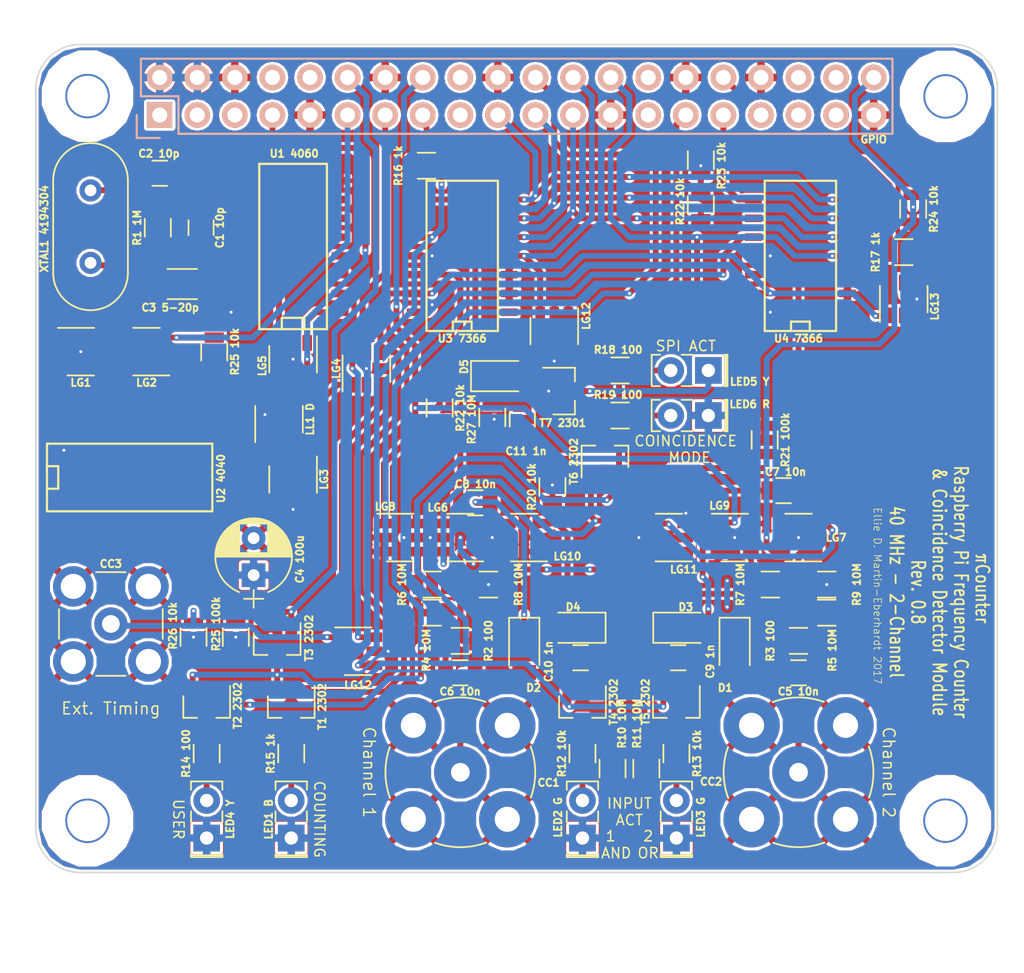
<source format=kicad_pcb>
(kicad_pcb (version 4) (host pcbnew 4.0.7+dfsg1-1)

  (general
    (links 108)
    (no_connects 0)
    (area 74.244762 57.81 147.835239 126.534048)
    (thickness 1.6)
    (drawings 67)
    (tracks 713)
    (zones 0)
    (modules 87)
    (nets 6)
  )

  (page A4)
  (layers
    (0 F.Cu signal)
    (31 B.Cu signal)
    (32 B.Adhes user)
    (33 F.Adhes user)
    (34 B.Paste user)
    (35 F.Paste user)
    (36 B.SilkS user)
    (37 F.SilkS user)
    (38 B.Mask user)
    (39 F.Mask user)
    (40 Dwgs.User user)
    (41 Cmts.User user)
    (42 Eco1.User user)
    (43 Eco2.User user)
    (44 Edge.Cuts user)
    (45 Margin user hide)
    (46 B.CrtYd user hide)
    (47 F.CrtYd user hide)
    (48 B.Fab user hide)
    (49 F.Fab user hide)
  )

  (setup
    (last_trace_width 0.4)
    (user_trace_width 0.15)
    (user_trace_width 0.2)
    (user_trace_width 0.25)
    (user_trace_width 0.4)
    (user_trace_width 0.5)
    (user_trace_width 0.6)
    (user_trace_width 1)
    (user_trace_width 2)
    (trace_clearance 0.2)
    (zone_clearance 0.15)
    (zone_45_only yes)
    (trace_min 0.15)
    (segment_width 0.15)
    (edge_width 0.15)
    (via_size 0.4)
    (via_drill 0.2)
    (via_min_size 0.4)
    (via_min_drill 0.2)
    (uvia_size 0.3)
    (uvia_drill 0.1)
    (uvias_allowed no)
    (uvia_min_size 0.2)
    (uvia_min_drill 0.1)
    (pcb_text_width 0.3)
    (pcb_text_size 1.5 1.5)
    (mod_edge_width 0.15)
    (mod_text_size 1 1)
    (mod_text_width 0.15)
    (pad_size 1 1.25)
    (pad_drill 0)
    (pad_to_mask_clearance 0)
    (aux_axis_origin 0 0)
    (grid_origin 86.92 63.05)
    (visible_elements 7FFEFE6F)
    (pcbplotparams
      (layerselection 0x010f8_80000001)
      (usegerberextensions false)
      (excludeedgelayer false)
      (linewidth 0.100000)
      (plotframeref false)
      (viasonmask false)
      (mode 1)
      (useauxorigin false)
      (hpglpennumber 1)
      (hpglpenspeed 20)
      (hpglpendiameter 15)
      (hpglpenoverlay 2)
      (psnegative false)
      (psa4output false)
      (plotreference true)
      (plotvalue false)
      (plotinvisibletext false)
      (padsonsilk true)
      (subtractmaskfromsilk true)
      (outputformat 1)
      (mirror false)
      (drillshape 0)
      (scaleselection 1)
      (outputdirectory ./prod))
  )

  (net 0 "")
  (net 1 GND)
  (net 2 /ID_SD_EEPROM)
  (net 3 /ID_SC_EEPROM)
  (net 4 /P3V3_HAT)
  (net 5 /P5V_HAT)

  (net_class Default "This is the default net class."
    (clearance 0.2)
    (trace_width 0.4)
    (via_dia 0.4)
    (via_drill 0.2)
    (uvia_dia 0.3)
    (uvia_drill 0.1)
    (add_net /ID_SC_EEPROM)
    (add_net /ID_SD_EEPROM)
    (add_net /P3V3_HAT)
    (add_net /P5V_HAT)
    (add_net GND)
  )

  (module Resistors_SMD:R_0805 (layer F.Cu) (tedit 5A22F89A) (tstamp 5A22F802)
    (at 90.603 81.592 90)
    (descr "Resistor SMD 0805, reflow soldering, Vishay (see dcrcw.pdf)")
    (tags "resistor 0805")
    (attr smd)
    (fp_text reference "R25 10k" (at 0 1.397 90) (layer F.SilkS)
      (effects (font (size 0.5 0.5) (thickness 0.125)))
    )
    (fp_text value R_0805 (at 0 1.75 90) (layer F.Fab)
      (effects (font (size 1 1) (thickness 0.15)))
    )
    (fp_text user %R (at 0 0 90) (layer F.Fab)
      (effects (font (size 0.5 0.5) (thickness 0.075)))
    )
    (fp_line (start -1 0.62) (end -1 -0.62) (layer F.Fab) (width 0.1))
    (fp_line (start 1 0.62) (end -1 0.62) (layer F.Fab) (width 0.1))
    (fp_line (start 1 -0.62) (end 1 0.62) (layer F.Fab) (width 0.1))
    (fp_line (start -1 -0.62) (end 1 -0.62) (layer F.Fab) (width 0.1))
    (fp_line (start 0.6 0.88) (end -0.6 0.88) (layer F.SilkS) (width 0.12))
    (fp_line (start -0.6 -0.88) (end 0.6 -0.88) (layer F.SilkS) (width 0.12))
    (fp_line (start -1.55 -0.9) (end 1.55 -0.9) (layer F.CrtYd) (width 0.05))
    (fp_line (start -1.55 -0.9) (end -1.55 0.9) (layer F.CrtYd) (width 0.05))
    (fp_line (start 1.55 0.9) (end 1.55 -0.9) (layer F.CrtYd) (width 0.05))
    (fp_line (start 1.55 0.9) (end -1.55 0.9) (layer F.CrtYd) (width 0.05))
    (pad 1 smd rect (at -0.95 0 90) (size 0.7 1.3) (layers F.Cu F.Paste F.Mask)
      (net 1 GND))
    (pad 2 smd rect (at 0.95 0 90) (size 0.7 1.3) (layers F.Cu F.Paste F.Mask))
    (model ${KISYS3DMOD}/Resistors_SMD.3dshapes/R_0805.wrl
      (at (xyz 0 0 0))
      (scale (xyz 1 1 1))
      (rotate (xyz 0 0 0))
    )
  )

  (module Capacitors_SMD:C_0805 (layer F.Cu) (tedit 5A57F1A6) (tstamp 5A1AF234)
    (at 111.431 86.164 90)
    (descr "Capacitor SMD 0805, reflow soldering, AVX (see smccp.pdf)")
    (tags "capacitor 0805")
    (attr smd)
    (fp_text reference "C11 1n" (at -2.159 0.254 180) (layer F.SilkS)
      (effects (font (size 0.5 0.5) (thickness 0.125)))
    )
    (fp_text value C_0805 (at 0 1.75 90) (layer F.Fab)
      (effects (font (size 1 1) (thickness 0.15)))
    )
    (fp_text user %R (at 0 -1.5 90) (layer F.Fab)
      (effects (font (size 1 1) (thickness 0.15)))
    )
    (fp_line (start -1 0.62) (end -1 -0.62) (layer F.Fab) (width 0.1))
    (fp_line (start 1 0.62) (end -1 0.62) (layer F.Fab) (width 0.1))
    (fp_line (start 1 -0.62) (end 1 0.62) (layer F.Fab) (width 0.1))
    (fp_line (start -1 -0.62) (end 1 -0.62) (layer F.Fab) (width 0.1))
    (fp_line (start 0.5 -0.85) (end -0.5 -0.85) (layer F.SilkS) (width 0.12))
    (fp_line (start -0.5 0.85) (end 0.5 0.85) (layer F.SilkS) (width 0.12))
    (fp_line (start -1.75 -0.88) (end 1.75 -0.88) (layer F.CrtYd) (width 0.05))
    (fp_line (start -1.75 -0.88) (end -1.75 0.87) (layer F.CrtYd) (width 0.05))
    (fp_line (start 1.75 0.87) (end 1.75 -0.88) (layer F.CrtYd) (width 0.05))
    (fp_line (start 1.75 0.87) (end -1.75 0.87) (layer F.CrtYd) (width 0.05))
    (pad 1 smd rect (at -1 0 90) (size 1 1.25) (layers F.Cu F.Paste F.Mask)
      (net 5 /P5V_HAT))
    (pad 2 smd rect (at 1 0 90) (size 1 1.25) (layers F.Cu F.Paste F.Mask))
    (model Capacitors_SMD.3dshapes/C_0805.wrl
      (at (xyz 0 0 0))
      (scale (xyz 1 1 1))
      (rotate (xyz 0 0 0))
    )
  )

  (module Resistors_SMD:R_0805 (layer F.Cu) (tedit 5A57F18E) (tstamp 5A1AF201)
    (at 109.399 86.037 90)
    (descr "Resistor SMD 0805, reflow soldering, Vishay (see dcrcw.pdf)")
    (tags "resistor 0805")
    (attr smd)
    (fp_text reference "R27 10M" (at -0.127 -1.397 90) (layer F.SilkS)
      (effects (font (size 0.5 0.5) (thickness 0.125)))
    )
    (fp_text value R_0805 (at 0 1.75 90) (layer F.Fab)
      (effects (font (size 1 1) (thickness 0.15)))
    )
    (fp_text user %R (at 0 0 90) (layer F.Fab)
      (effects (font (size 0.5 0.5) (thickness 0.075)))
    )
    (fp_line (start -1 0.62) (end -1 -0.62) (layer F.Fab) (width 0.1))
    (fp_line (start 1 0.62) (end -1 0.62) (layer F.Fab) (width 0.1))
    (fp_line (start 1 -0.62) (end 1 0.62) (layer F.Fab) (width 0.1))
    (fp_line (start -1 -0.62) (end 1 -0.62) (layer F.Fab) (width 0.1))
    (fp_line (start 0.6 0.88) (end -0.6 0.88) (layer F.SilkS) (width 0.12))
    (fp_line (start -0.6 -0.88) (end 0.6 -0.88) (layer F.SilkS) (width 0.12))
    (fp_line (start -1.55 -0.9) (end 1.55 -0.9) (layer F.CrtYd) (width 0.05))
    (fp_line (start -1.55 -0.9) (end -1.55 0.9) (layer F.CrtYd) (width 0.05))
    (fp_line (start 1.55 0.9) (end 1.55 -0.9) (layer F.CrtYd) (width 0.05))
    (fp_line (start 1.55 0.9) (end -1.55 0.9) (layer F.CrtYd) (width 0.05))
    (pad 1 smd rect (at -0.95 0 90) (size 0.7 1.3) (layers F.Cu F.Paste F.Mask)
      (net 5 /P5V_HAT))
    (pad 2 smd rect (at 0.95 0 90) (size 0.7 1.3) (layers F.Cu F.Paste F.Mask))
    (model ${KISYS3DMOD}/Resistors_SMD.3dshapes/R_0805.wrl
      (at (xyz 0 0 0))
      (scale (xyz 1 1 1))
      (rotate (xyz 0 0 0))
    )
  )

  (module Diodes_SMD:D_1206 (layer F.Cu) (tedit 5A1AF1B2) (tstamp 5A1AF130)
    (at 110.161 83.243)
    (descr "Diode SMD 1206, reflow soldering")
    (tags "Diode 1206")
    (attr smd)
    (fp_text reference D5 (at -2.667 -0.635 90) (layer F.SilkS)
      (effects (font (size 0.5 0.5) (thickness 0.125)))
    )
    (fp_text value D_1206 (at 0 2.3) (layer F.Fab)
      (effects (font (size 1 1) (thickness 0.15)))
    )
    (fp_line (start -0.254 -0.254) (end -0.254 0.254) (layer F.Fab) (width 0.1))
    (fp_line (start 0.127 0) (end 0.381 0) (layer F.Fab) (width 0.1))
    (fp_line (start -0.254 0) (end -0.508 0) (layer F.Fab) (width 0.1))
    (fp_line (start 0.127 0.254) (end -0.254 0) (layer F.Fab) (width 0.1))
    (fp_line (start 0.127 -0.254) (end 0.127 0.254) (layer F.Fab) (width 0.1))
    (fp_line (start -0.254 0) (end 0.127 -0.254) (layer F.Fab) (width 0.1))
    (fp_line (start -2.2 -1.016) (end -2.2 1.016) (layer F.SilkS) (width 0.12))
    (fp_line (start -1.6 0.8) (end -1.6 -0.8) (layer F.Fab) (width 0.1))
    (fp_line (start 1.6 0.8) (end -1.6 0.8) (layer F.Fab) (width 0.1))
    (fp_line (start 1.6 -0.8) (end 1.6 0.8) (layer F.Fab) (width 0.1))
    (fp_line (start -1.6 -0.8) (end 1.6 -0.8) (layer F.Fab) (width 0.1))
    (fp_line (start -2.3 -1.15) (end 2.3 -1.15) (layer F.CrtYd) (width 0.05))
    (fp_line (start -2.3 1.15) (end 2.3 1.15) (layer F.CrtYd) (width 0.05))
    (fp_line (start -2.3 -1.15) (end -2.3 1.15) (layer F.CrtYd) (width 0.05))
    (fp_line (start 2.3 -1.15) (end 2.3 1.15) (layer F.CrtYd) (width 0.05))
    (fp_line (start 1 -1.025) (end -2.2 -1.025) (layer F.SilkS) (width 0.12))
    (fp_line (start -2.2 1.025) (end 1 1.025) (layer F.SilkS) (width 0.12))
    (pad 1 smd rect (at -1.5 0) (size 1 1.6) (layers F.Cu F.Paste F.Mask))
    (pad 2 smd rect (at 1.5 0) (size 1 1.6) (layers F.Cu F.Paste F.Mask))
  )

  (module TO_SOT_Packages_SMD:SOT-23 (layer F.Cu) (tedit 5A1AF258) (tstamp 5A1AF018)
    (at 114.225 84.259)
    (descr "SOT-23, Standard")
    (tags SOT-23)
    (attr smd)
    (fp_text reference "T7 2301" (at -0.0635 2.159) (layer F.SilkS)
      (effects (font (size 0.5 0.5) (thickness 0.125)))
    )
    (fp_text value SOT-23 (at 0 2.5) (layer F.Fab)
      (effects (font (size 1 1) (thickness 0.15)))
    )
    (fp_line (start -0.7 -0.95) (end -0.7 1.5) (layer F.Fab) (width 0.1))
    (fp_line (start -0.15 -1.52) (end 0.7 -1.52) (layer F.Fab) (width 0.1))
    (fp_line (start -0.7 -0.95) (end -0.15 -1.52) (layer F.Fab) (width 0.1))
    (fp_line (start 0.7 -1.52) (end 0.7 1.52) (layer F.Fab) (width 0.1))
    (fp_line (start -0.7 1.52) (end 0.7 1.52) (layer F.Fab) (width 0.1))
    (fp_line (start 0.76 1.58) (end 0.76 0.65) (layer F.SilkS) (width 0.12))
    (fp_line (start 0.76 -1.58) (end 0.76 -0.65) (layer F.SilkS) (width 0.12))
    (fp_line (start -1.7 -1.75) (end 1.7 -1.75) (layer F.CrtYd) (width 0.05))
    (fp_line (start 1.7 -1.75) (end 1.7 1.75) (layer F.CrtYd) (width 0.05))
    (fp_line (start 1.7 1.75) (end -1.7 1.75) (layer F.CrtYd) (width 0.05))
    (fp_line (start -1.7 1.75) (end -1.7 -1.75) (layer F.CrtYd) (width 0.05))
    (fp_line (start 0.76 -1.58) (end -1.4 -1.58) (layer F.SilkS) (width 0.12))
    (fp_line (start 0.76 1.58) (end -0.7 1.58) (layer F.SilkS) (width 0.12))
    (pad 1 smd rect (at -1 -0.95) (size 0.9 0.8) (layers F.Cu F.Paste F.Mask))
    (pad 2 smd rect (at -1 0.95) (size 0.9 0.8) (layers F.Cu F.Paste F.Mask)
      (net 5 /P5V_HAT))
    (pad 3 smd rect (at 1 0) (size 0.9 0.8) (layers F.Cu F.Paste F.Mask))
    (model TO_SOT_Packages_SMD.3dshapes/SOT-23.wrl
      (at (xyz 0 0 0))
      (scale (xyz 1 1 1))
      (rotate (xyz 0 0 90))
    )
  )

  (module Resistors_SMD:R_0805 (layer F.Cu) (tedit 5A1AE9A3) (tstamp 5A17849E)
    (at 137.847 71.94 90)
    (descr "Resistor SMD 0805, reflow soldering, Vishay (see dcrcw.pdf)")
    (tags "resistor 0805")
    (attr smd)
    (fp_text reference "R24 10k" (at 0 1.397 90) (layer F.SilkS)
      (effects (font (size 0.5 0.5) (thickness 0.125)))
    )
    (fp_text value R_0805 (at 0 1.75 90) (layer F.Fab)
      (effects (font (size 1 1) (thickness 0.15)))
    )
    (fp_text user %R (at 0 0 90) (layer F.Fab)
      (effects (font (size 0.5 0.5) (thickness 0.075)))
    )
    (fp_line (start -1 0.62) (end -1 -0.62) (layer F.Fab) (width 0.1))
    (fp_line (start 1 0.62) (end -1 0.62) (layer F.Fab) (width 0.1))
    (fp_line (start 1 -0.62) (end 1 0.62) (layer F.Fab) (width 0.1))
    (fp_line (start -1 -0.62) (end 1 -0.62) (layer F.Fab) (width 0.1))
    (fp_line (start 0.6 0.88) (end -0.6 0.88) (layer F.SilkS) (width 0.12))
    (fp_line (start -0.6 -0.88) (end 0.6 -0.88) (layer F.SilkS) (width 0.12))
    (fp_line (start -1.55 -0.9) (end 1.55 -0.9) (layer F.CrtYd) (width 0.05))
    (fp_line (start -1.55 -0.9) (end -1.55 0.9) (layer F.CrtYd) (width 0.05))
    (fp_line (start 1.55 0.9) (end 1.55 -0.9) (layer F.CrtYd) (width 0.05))
    (fp_line (start 1.55 0.9) (end -1.55 0.9) (layer F.CrtYd) (width 0.05))
    (pad 1 smd rect (at -0.95 0 90) (size 0.7 1.3) (layers F.Cu F.Paste F.Mask)
      (net 1 GND))
    (pad 2 smd rect (at 0.95 0 90) (size 0.7 1.3) (layers F.Cu F.Paste F.Mask))
    (model ${KISYS3DMOD}/Resistors_SMD.3dshapes/R_0805.wrl
      (at (xyz 0 0 0))
      (scale (xyz 1 1 1))
      (rotate (xyz 0 0 0))
    )
  )

  (module Resistors_SMD:R_0805 (layer F.Cu) (tedit 5A1AE4A2) (tstamp 5A16EEB4)
    (at 123.496 71.686 270)
    (descr "Resistor SMD 0805, reflow soldering, Vishay (see dcrcw.pdf)")
    (tags "resistor 0805")
    (attr smd)
    (fp_text reference "R22 10k" (at -0.254 1.397 270) (layer F.SilkS)
      (effects (font (size 0.5 0.5) (thickness 0.125)))
    )
    (fp_text value R_0805 (at 0 1.75 270) (layer F.Fab)
      (effects (font (size 1 1) (thickness 0.15)))
    )
    (fp_text user %R (at 0 0 270) (layer F.Fab)
      (effects (font (size 0.5 0.5) (thickness 0.075)))
    )
    (fp_line (start -1 0.62) (end -1 -0.62) (layer F.Fab) (width 0.1))
    (fp_line (start 1 0.62) (end -1 0.62) (layer F.Fab) (width 0.1))
    (fp_line (start 1 -0.62) (end 1 0.62) (layer F.Fab) (width 0.1))
    (fp_line (start -1 -0.62) (end 1 -0.62) (layer F.Fab) (width 0.1))
    (fp_line (start 0.6 0.88) (end -0.6 0.88) (layer F.SilkS) (width 0.12))
    (fp_line (start -0.6 -0.88) (end 0.6 -0.88) (layer F.SilkS) (width 0.12))
    (fp_line (start -1.55 -0.9) (end 1.55 -0.9) (layer F.CrtYd) (width 0.05))
    (fp_line (start -1.55 -0.9) (end -1.55 0.9) (layer F.CrtYd) (width 0.05))
    (fp_line (start 1.55 0.9) (end 1.55 -0.9) (layer F.CrtYd) (width 0.05))
    (fp_line (start 1.55 0.9) (end -1.55 0.9) (layer F.CrtYd) (width 0.05))
    (pad 1 smd rect (at -0.95 0 270) (size 0.7 1.3) (layers F.Cu F.Paste F.Mask)
      (net 5 /P5V_HAT))
    (pad 2 smd rect (at 0.95 0 270) (size 0.7 1.3) (layers F.Cu F.Paste F.Mask))
    (model ${KISYS3DMOD}/Resistors_SMD.3dshapes/R_0805.wrl
      (at (xyz 0 0 0))
      (scale (xyz 1 1 1))
      (rotate (xyz 0 0 0))
    )
  )

  (module Resistors_SMD:R_0805 (layer F.Cu) (tedit 5A1AE498) (tstamp 5A16EE55)
    (at 123.496 68.638 90)
    (descr "Resistor SMD 0805, reflow soldering, Vishay (see dcrcw.pdf)")
    (tags "resistor 0805")
    (attr smd)
    (fp_text reference "R23 10k" (at -0.381 1.397 90) (layer F.SilkS)
      (effects (font (size 0.5 0.5) (thickness 0.125)))
    )
    (fp_text value R_0805 (at 0 1.75 90) (layer F.Fab)
      (effects (font (size 1 1) (thickness 0.15)))
    )
    (fp_text user %R (at 0 0 90) (layer F.Fab)
      (effects (font (size 0.5 0.5) (thickness 0.075)))
    )
    (fp_line (start -1 0.62) (end -1 -0.62) (layer F.Fab) (width 0.1))
    (fp_line (start 1 0.62) (end -1 0.62) (layer F.Fab) (width 0.1))
    (fp_line (start 1 -0.62) (end 1 0.62) (layer F.Fab) (width 0.1))
    (fp_line (start -1 -0.62) (end 1 -0.62) (layer F.Fab) (width 0.1))
    (fp_line (start 0.6 0.88) (end -0.6 0.88) (layer F.SilkS) (width 0.12))
    (fp_line (start -0.6 -0.88) (end 0.6 -0.88) (layer F.SilkS) (width 0.12))
    (fp_line (start -1.55 -0.9) (end 1.55 -0.9) (layer F.CrtYd) (width 0.05))
    (fp_line (start -1.55 -0.9) (end -1.55 0.9) (layer F.CrtYd) (width 0.05))
    (fp_line (start 1.55 0.9) (end 1.55 -0.9) (layer F.CrtYd) (width 0.05))
    (fp_line (start 1.55 0.9) (end -1.55 0.9) (layer F.CrtYd) (width 0.05))
    (pad 1 smd rect (at -0.95 0 90) (size 0.7 1.3) (layers F.Cu F.Paste F.Mask)
      (net 5 /P5V_HAT))
    (pad 2 smd rect (at 0.95 0 90) (size 0.7 1.3) (layers F.Cu F.Paste F.Mask))
    (model ${KISYS3DMOD}/Resistors_SMD.3dshapes/R_0805.wrl
      (at (xyz 0 0 0))
      (scale (xyz 1 1 1))
      (rotate (xyz 0 0 0))
    )
  )

  (module Resistors_SMD:R_0805 (layer F.Cu) (tedit 5A1AE996) (tstamp 5A16ED5B)
    (at 105.843 85.402 90)
    (descr "Resistor SMD 0805, reflow soldering, Vishay (see dcrcw.pdf)")
    (tags "resistor 0805")
    (attr smd)
    (fp_text reference "R22 10k" (at 0 1.397 90) (layer F.SilkS)
      (effects (font (size 0.5 0.5) (thickness 0.125)))
    )
    (fp_text value R_0805 (at 0 1.75 90) (layer F.Fab)
      (effects (font (size 1 1) (thickness 0.15)))
    )
    (fp_text user %R (at 0 0 90) (layer F.Fab)
      (effects (font (size 0.5 0.5) (thickness 0.075)))
    )
    (fp_line (start -1 0.62) (end -1 -0.62) (layer F.Fab) (width 0.1))
    (fp_line (start 1 0.62) (end -1 0.62) (layer F.Fab) (width 0.1))
    (fp_line (start 1 -0.62) (end 1 0.62) (layer F.Fab) (width 0.1))
    (fp_line (start -1 -0.62) (end 1 -0.62) (layer F.Fab) (width 0.1))
    (fp_line (start 0.6 0.88) (end -0.6 0.88) (layer F.SilkS) (width 0.12))
    (fp_line (start -0.6 -0.88) (end 0.6 -0.88) (layer F.SilkS) (width 0.12))
    (fp_line (start -1.55 -0.9) (end 1.55 -0.9) (layer F.CrtYd) (width 0.05))
    (fp_line (start -1.55 -0.9) (end -1.55 0.9) (layer F.CrtYd) (width 0.05))
    (fp_line (start 1.55 0.9) (end 1.55 -0.9) (layer F.CrtYd) (width 0.05))
    (fp_line (start 1.55 0.9) (end -1.55 0.9) (layer F.CrtYd) (width 0.05))
    (pad 1 smd rect (at -0.95 0 90) (size 0.7 1.3) (layers F.Cu F.Paste F.Mask)
      (net 1 GND))
    (pad 2 smd rect (at 0.95 0 90) (size 0.7 1.3) (layers F.Cu F.Paste F.Mask))
    (model ${KISYS3DMOD}/Resistors_SMD.3dshapes/R_0805.wrl
      (at (xyz 0 0 0))
      (scale (xyz 1 1 1))
      (rotate (xyz 0 0 0))
    )
  )

  (module Resistors_SMD:R_0805 (layer F.Cu) (tedit 5A16CB5D) (tstamp 5A16CA77)
    (at 117.527 109.786 270)
    (descr "Resistor SMD 0805, reflow soldering, Vishay (see dcrcw.pdf)")
    (tags "resistor 0805")
    (attr smd)
    (fp_text reference "R10 10M" (at -3.048 -0.635 270) (layer F.SilkS)
      (effects (font (size 0.5 0.5) (thickness 0.125)))
    )
    (fp_text value R_0805 (at 0 1.75 270) (layer F.Fab)
      (effects (font (size 1 1) (thickness 0.15)))
    )
    (fp_text user %R (at 0 0 270) (layer F.Fab)
      (effects (font (size 0.5 0.5) (thickness 0.075)))
    )
    (fp_line (start -1 0.62) (end -1 -0.62) (layer F.Fab) (width 0.1))
    (fp_line (start 1 0.62) (end -1 0.62) (layer F.Fab) (width 0.1))
    (fp_line (start 1 -0.62) (end 1 0.62) (layer F.Fab) (width 0.1))
    (fp_line (start -1 -0.62) (end 1 -0.62) (layer F.Fab) (width 0.1))
    (fp_line (start 0.6 0.88) (end -0.6 0.88) (layer F.SilkS) (width 0.12))
    (fp_line (start -0.6 -0.88) (end 0.6 -0.88) (layer F.SilkS) (width 0.12))
    (fp_line (start -1.55 -0.9) (end 1.55 -0.9) (layer F.CrtYd) (width 0.05))
    (fp_line (start -1.55 -0.9) (end -1.55 0.9) (layer F.CrtYd) (width 0.05))
    (fp_line (start 1.55 0.9) (end 1.55 -0.9) (layer F.CrtYd) (width 0.05))
    (fp_line (start 1.55 0.9) (end -1.55 0.9) (layer F.CrtYd) (width 0.05))
    (pad 1 smd rect (at -0.95 0 270) (size 0.7 1.3) (layers F.Cu F.Paste F.Mask))
    (pad 2 smd rect (at 0.95 0 270) (size 0.7 1.3) (layers F.Cu F.Paste F.Mask)
      (net 1 GND))
    (model ${KISYS3DMOD}/Resistors_SMD.3dshapes/R_0805.wrl
      (at (xyz 0 0 0))
      (scale (xyz 1 1 1))
      (rotate (xyz 0 0 0))
    )
  )

  (module Resistors_SMD:R_0805 (layer F.Cu) (tedit 5A16CB63) (tstamp 5A16CA66)
    (at 119.813 109.786 270)
    (descr "Resistor SMD 0805, reflow soldering, Vishay (see dcrcw.pdf)")
    (tags "resistor 0805")
    (attr smd)
    (fp_text reference "R11 10M" (at -3.048 0.635 270) (layer F.SilkS)
      (effects (font (size 0.5 0.5) (thickness 0.125)))
    )
    (fp_text value R_0805 (at 0 1.75 270) (layer F.Fab)
      (effects (font (size 1 1) (thickness 0.15)))
    )
    (fp_text user %R (at 0 0 270) (layer F.Fab)
      (effects (font (size 0.5 0.5) (thickness 0.075)))
    )
    (fp_line (start -1 0.62) (end -1 -0.62) (layer F.Fab) (width 0.1))
    (fp_line (start 1 0.62) (end -1 0.62) (layer F.Fab) (width 0.1))
    (fp_line (start 1 -0.62) (end 1 0.62) (layer F.Fab) (width 0.1))
    (fp_line (start -1 -0.62) (end 1 -0.62) (layer F.Fab) (width 0.1))
    (fp_line (start 0.6 0.88) (end -0.6 0.88) (layer F.SilkS) (width 0.12))
    (fp_line (start -0.6 -0.88) (end 0.6 -0.88) (layer F.SilkS) (width 0.12))
    (fp_line (start -1.55 -0.9) (end 1.55 -0.9) (layer F.CrtYd) (width 0.05))
    (fp_line (start -1.55 -0.9) (end -1.55 0.9) (layer F.CrtYd) (width 0.05))
    (fp_line (start 1.55 0.9) (end 1.55 -0.9) (layer F.CrtYd) (width 0.05))
    (fp_line (start 1.55 0.9) (end -1.55 0.9) (layer F.CrtYd) (width 0.05))
    (pad 1 smd rect (at -0.95 0 270) (size 0.7 1.3) (layers F.Cu F.Paste F.Mask))
    (pad 2 smd rect (at 0.95 0 270) (size 0.7 1.3) (layers F.Cu F.Paste F.Mask)
      (net 1 GND))
    (model ${KISYS3DMOD}/Resistors_SMD.3dshapes/R_0805.wrl
      (at (xyz 0 0 0))
      (scale (xyz 1 1 1))
      (rotate (xyz 0 0 0))
    )
  )

  (module Resistors_SMD:R_0805 (layer F.Cu) (tedit 5A16ED9A) (tstamp 5A0A2584)
    (at 113.463 90.736 90)
    (descr "Resistor SMD 0805, reflow soldering, Vishay (see dcrcw.pdf)")
    (tags "resistor 0805")
    (attr smd)
    (fp_text reference "R20 10k" (at 0 -1.397 90) (layer F.SilkS)
      (effects (font (size 0.5 0.5) (thickness 0.125)))
    )
    (fp_text value R_0805 (at 0 1.75 90) (layer F.Fab)
      (effects (font (size 1 1) (thickness 0.15)))
    )
    (fp_text user %R (at 0 0 90) (layer F.Fab)
      (effects (font (size 0.5 0.5) (thickness 0.075)))
    )
    (fp_line (start -1 0.62) (end -1 -0.62) (layer F.Fab) (width 0.1))
    (fp_line (start 1 0.62) (end -1 0.62) (layer F.Fab) (width 0.1))
    (fp_line (start 1 -0.62) (end 1 0.62) (layer F.Fab) (width 0.1))
    (fp_line (start -1 -0.62) (end 1 -0.62) (layer F.Fab) (width 0.1))
    (fp_line (start 0.6 0.88) (end -0.6 0.88) (layer F.SilkS) (width 0.12))
    (fp_line (start -0.6 -0.88) (end 0.6 -0.88) (layer F.SilkS) (width 0.12))
    (fp_line (start -1.55 -0.9) (end 1.55 -0.9) (layer F.CrtYd) (width 0.05))
    (fp_line (start -1.55 -0.9) (end -1.55 0.9) (layer F.CrtYd) (width 0.05))
    (fp_line (start 1.55 0.9) (end 1.55 -0.9) (layer F.CrtYd) (width 0.05))
    (fp_line (start 1.55 0.9) (end -1.55 0.9) (layer F.CrtYd) (width 0.05))
    (pad 1 smd rect (at -0.95 0 90) (size 0.7 1.3) (layers F.Cu F.Paste F.Mask)
      (net 5 /P5V_HAT))
    (pad 2 smd rect (at 0.95 0 90) (size 0.7 1.3) (layers F.Cu F.Paste F.Mask))
    (model ${KISYS3DMOD}/Resistors_SMD.3dshapes/R_0805.wrl
      (at (xyz 0 0 0))
      (scale (xyz 1 1 1))
      (rotate (xyz 0 0 0))
    )
  )

  (module TO_SOT_Packages_SMD:SOT-23-6 (layer F.Cu) (tedit 5A16CD48) (tstamp 5A09FF0F)
    (at 113.59 80.195 270)
    (descr "6-pin SOT-23 package")
    (tags SOT-23-6)
    (attr smd)
    (fp_text reference LG12 (at -1.016 -2.159 270) (layer F.SilkS)
      (effects (font (size 0.5 0.5) (thickness 0.125)))
    )
    (fp_text value SOT-23-6 (at 0 2.9 270) (layer F.Fab)
      (effects (font (size 1 1) (thickness 0.15)))
    )
    (fp_line (start -0.9 1.61) (end 0.9 1.61) (layer F.SilkS) (width 0.12))
    (fp_line (start 0.9 -1.61) (end -1.55 -1.61) (layer F.SilkS) (width 0.12))
    (fp_line (start 1.9 -1.8) (end -1.9 -1.8) (layer F.CrtYd) (width 0.05))
    (fp_line (start 1.9 1.8) (end 1.9 -1.8) (layer F.CrtYd) (width 0.05))
    (fp_line (start -1.9 1.8) (end 1.9 1.8) (layer F.CrtYd) (width 0.05))
    (fp_line (start -1.9 -1.8) (end -1.9 1.8) (layer F.CrtYd) (width 0.05))
    (fp_line (start -0.9 -0.9) (end -0.25 -1.55) (layer F.Fab) (width 0.1))
    (fp_line (start 0.9 -1.55) (end -0.25 -1.55) (layer F.Fab) (width 0.1))
    (fp_line (start -0.9 -0.9) (end -0.9 1.55) (layer F.Fab) (width 0.1))
    (fp_line (start 0.9 1.55) (end -0.9 1.55) (layer F.Fab) (width 0.1))
    (fp_line (start 0.9 -1.55) (end 0.9 1.55) (layer F.Fab) (width 0.1))
    (pad 1 smd rect (at -1.1 -0.95 270) (size 1.06 0.65) (layers F.Cu F.Paste F.Mask)
      (net 1 GND))
    (pad 2 smd rect (at -1.1 0 270) (size 1.06 0.65) (layers F.Cu F.Paste F.Mask)
      (net 1 GND))
    (pad 3 smd rect (at -1.1 0.95 270) (size 1.06 0.65) (layers F.Cu F.Paste F.Mask))
    (pad 4 smd rect (at 1.1 0.95 270) (size 1.06 0.65) (layers F.Cu F.Paste F.Mask))
    (pad 6 smd rect (at 1.1 -0.95 270) (size 1.06 0.65) (layers F.Cu F.Paste F.Mask))
    (pad 5 smd rect (at 1.1 0 270) (size 1.06 0.65) (layers F.Cu F.Paste F.Mask)
      (net 5 /P5V_HAT))
    (model TO_SOT_Packages_SMD.3dshapes/SOT-23-6.wrl
      (at (xyz 0 0 0))
      (scale (xyz 1 1 1))
      (rotate (xyz 0 0 0))
    )
  )

  (module Resistors_SMD:R_0805 (layer F.Cu) (tedit 5A16CE4D) (tstamp 5A09FD30)
    (at 118.035 82.862)
    (descr "Resistor SMD 0805, reflow soldering, Vishay (see dcrcw.pdf)")
    (tags "resistor 0805")
    (attr smd)
    (fp_text reference "R18 100" (at -0.127 -1.397) (layer F.SilkS)
      (effects (font (size 0.5 0.5) (thickness 0.125)))
    )
    (fp_text value R_0805 (at 0 1.75) (layer F.Fab)
      (effects (font (size 1 1) (thickness 0.15)))
    )
    (fp_text user %R (at 0 0) (layer F.Fab)
      (effects (font (size 0.5 0.5) (thickness 0.075)))
    )
    (fp_line (start -1 0.62) (end -1 -0.62) (layer F.Fab) (width 0.1))
    (fp_line (start 1 0.62) (end -1 0.62) (layer F.Fab) (width 0.1))
    (fp_line (start 1 -0.62) (end 1 0.62) (layer F.Fab) (width 0.1))
    (fp_line (start -1 -0.62) (end 1 -0.62) (layer F.Fab) (width 0.1))
    (fp_line (start 0.6 0.88) (end -0.6 0.88) (layer F.SilkS) (width 0.12))
    (fp_line (start -0.6 -0.88) (end 0.6 -0.88) (layer F.SilkS) (width 0.12))
    (fp_line (start -1.55 -0.9) (end 1.55 -0.9) (layer F.CrtYd) (width 0.05))
    (fp_line (start -1.55 -0.9) (end -1.55 0.9) (layer F.CrtYd) (width 0.05))
    (fp_line (start 1.55 0.9) (end 1.55 -0.9) (layer F.CrtYd) (width 0.05))
    (fp_line (start 1.55 0.9) (end -1.55 0.9) (layer F.CrtYd) (width 0.05))
    (pad 1 smd rect (at -0.95 0) (size 0.7 1.3) (layers F.Cu F.Paste F.Mask))
    (pad 2 smd rect (at 0.95 0) (size 0.7 1.3) (layers F.Cu F.Paste F.Mask))
    (model ${KISYS3DMOD}/Resistors_SMD.3dshapes/R_0805.wrl
      (at (xyz 0 0 0))
      (scale (xyz 1 1 1))
      (rotate (xyz 0 0 0))
    )
  )

  (module LEDs:LED_Rectangular_W5.0mm_H2.0mm (layer F.Cu) (tedit 5A1B54F3) (tstamp 5A09FC45)
    (at 124.004 82.862 180)
    (descr "LED_Rectangular, Rectangular,  Rectangular size 5.0x2.0mm^2, 2 pins, http://www.kingbright.com/attachments/file/psearch/000/00/00/L-169XCGDK(Ver.9B).pdf")
    (tags "LED_Rectangular Rectangular  Rectangular size 5.0x2.0mm^2 2 pins")
    (fp_text reference "LED5 Y" (at -2.794 -0.762 180) (layer F.SilkS)
      (effects (font (size 0.5 0.5) (thickness 0.125)))
    )
    (fp_text value LED_Rectangular_W5.0mm_H2.0mm (at 1.27 2.06 180) (layer F.Fab)
      (effects (font (size 1 1) (thickness 0.15)))
    )
    (fp_line (start -1.23 -1) (end -1.23 1) (layer F.Fab) (width 0.1))
    (fp_line (start -1.23 1) (end 3.77 1) (layer F.Fab) (width 0.1))
    (fp_line (start 3.77 1) (end 3.77 -1) (layer F.Fab) (width 0.1))
    (fp_line (start 3.77 -1) (end -1.23 -1) (layer F.Fab) (width 0.1))
    (fp_line (start -1.29 -1.06) (end -1.08 -1.06) (layer F.SilkS) (width 0.12))
    (fp_line (start 1.08 -1.06) (end 1.811 -1.06) (layer F.SilkS) (width 0.12))
    (fp_line (start 3.27 -1.06) (end 3.83 -1.06) (layer F.SilkS) (width 0.12))
    (fp_line (start -1.29 1.06) (end -1.08 1.06) (layer F.SilkS) (width 0.12))
    (fp_line (start 1.08 1.06) (end 1.811 1.06) (layer F.SilkS) (width 0.12))
    (fp_line (start 3.27 1.06) (end 3.83 1.06) (layer F.SilkS) (width 0.12))
    (fp_line (start -1.29 -1.06) (end -1.29 1.06) (layer F.SilkS) (width 0.12))
    (fp_line (start 3.83 -1.06) (end 3.83 1.06) (layer F.SilkS) (width 0.12))
    (fp_line (start -1.17 -1.06) (end -1.17 1.06) (layer F.SilkS) (width 0.12))
    (fp_line (start -1.55 -1.35) (end -1.55 1.35) (layer F.CrtYd) (width 0.05))
    (fp_line (start -1.55 1.35) (end 4.1 1.35) (layer F.CrtYd) (width 0.05))
    (fp_line (start 4.1 1.35) (end 4.1 -1.35) (layer F.CrtYd) (width 0.05))
    (fp_line (start 4.1 -1.35) (end -1.55 -1.35) (layer F.CrtYd) (width 0.05))
    (pad 1 thru_hole rect (at 0 0 180) (size 1.8 1.8) (drill 0.9) (layers *.Cu *.Mask))
    (pad 2 thru_hole circle (at 2.54 0 180) (size 1.8 1.8) (drill 0.9) (layers *.Cu *.Mask))
    (model LEDs.3dshapes/LED_Rectangular_W5.0mm_H2.0mm.wrl
      (at (xyz 0 0 0))
      (scale (xyz 0.393701 0.393701 0.393701))
      (rotate (xyz 0 0 0))
    )
  )

  (module Symbols:OSHW-Logo_7.5x8mm_Copper (layer F.Cu) (tedit 0) (tstamp 5A09126A)
    (at 137.212 85.656 270)
    (descr "Open Source Hardware Logo")
    (tags "Logo OSHW")
    (attr virtual)
    (fp_text reference REF*** (at 0 0 270) (layer F.Mask) hide
      (effects (font (size 1 1) (thickness 0.15)))
    )
    (fp_text value OSHW-Logo_7.5x8mm_Copper (at 0.75 0 270) (layer F.Fab) hide
      (effects (font (size 1 1) (thickness 0.15)))
    )
    (fp_poly (pts (xy -2.53664 1.952468) (xy -2.501408 1.969874) (xy -2.45796 2.000206) (xy -2.426294 2.033283)
      (xy -2.404606 2.074817) (xy -2.391097 2.130522) (xy -2.383962 2.206111) (xy -2.3814 2.307296)
      (xy -2.38125 2.350797) (xy -2.381688 2.446135) (xy -2.383504 2.514271) (xy -2.387455 2.561418)
      (xy -2.394298 2.59379) (xy -2.404789 2.6176) (xy -2.415704 2.633843) (xy -2.485381 2.702952)
      (xy -2.567434 2.744521) (xy -2.65595 2.757023) (xy -2.745019 2.738934) (xy -2.773237 2.726142)
      (xy -2.84079 2.690931) (xy -2.84079 3.2427) (xy -2.791488 3.217205) (xy -2.726527 3.19748)
      (xy -2.64668 3.192427) (xy -2.566948 3.201756) (xy -2.506735 3.222714) (xy -2.456792 3.262627)
      (xy -2.414119 3.319741) (xy -2.41091 3.325605) (xy -2.397378 3.353227) (xy -2.387495 3.381068)
      (xy -2.380691 3.414794) (xy -2.376399 3.460071) (xy -2.374049 3.522562) (xy -2.373072 3.607935)
      (xy -2.372895 3.70401) (xy -2.372895 4.010526) (xy -2.556711 4.010526) (xy -2.556711 3.445339)
      (xy -2.608125 3.402077) (xy -2.661534 3.367472) (xy -2.712112 3.36118) (xy -2.76297 3.377372)
      (xy -2.790075 3.393227) (xy -2.810249 3.41581) (xy -2.824597 3.44994) (xy -2.834224 3.500434)
      (xy -2.840237 3.572111) (xy -2.84374 3.669788) (xy -2.844974 3.734802) (xy -2.849145 4.002171)
      (xy -2.936875 4.007222) (xy -3.024606 4.012273) (xy -3.024606 2.353101) (xy -2.84079 2.353101)
      (xy -2.836104 2.4456) (xy -2.820312 2.509809) (xy -2.790817 2.549759) (xy -2.74502 2.56948)
      (xy -2.69875 2.573421) (xy -2.646372 2.568892) (xy -2.61161 2.551069) (xy -2.589872 2.527519)
      (xy -2.57276 2.502189) (xy -2.562573 2.473969) (xy -2.55804 2.434431) (xy -2.557891 2.375142)
      (xy -2.559416 2.325498) (xy -2.562919 2.25071) (xy -2.568133 2.201611) (xy -2.576913 2.170467)
      (xy -2.591114 2.149545) (xy -2.604516 2.137452) (xy -2.660513 2.111081) (xy -2.726789 2.106822)
      (xy -2.764844 2.115906) (xy -2.802523 2.148196) (xy -2.827481 2.211006) (xy -2.839578 2.303894)
      (xy -2.84079 2.353101) (xy -3.024606 2.353101) (xy -3.024606 1.938421) (xy -2.932698 1.938421)
      (xy -2.877517 1.940603) (xy -2.849048 1.948351) (xy -2.840794 1.963468) (xy -2.84079 1.963916)
      (xy -2.83696 1.97872) (xy -2.820067 1.977039) (xy -2.786481 1.960772) (xy -2.708222 1.935887)
      (xy -2.620173 1.933271) (xy -2.53664 1.952468)) (layer F.Mask) (width 0.01))
    (fp_poly (pts (xy -1.839543 3.198184) (xy -1.76093 3.21916) (xy -1.701084 3.25718) (xy -1.658853 3.306978)
      (xy -1.645725 3.32823) (xy -1.636032 3.350492) (xy -1.629256 3.37897) (xy -1.624877 3.418871)
      (xy -1.622376 3.475401) (xy -1.621232 3.553767) (xy -1.620928 3.659176) (xy -1.620922 3.687142)
      (xy -1.620922 4.010526) (xy -1.701132 4.010526) (xy -1.752294 4.006943) (xy -1.790123 3.997866)
      (xy -1.799601 3.992268) (xy -1.825512 3.982606) (xy -1.851976 3.992268) (xy -1.895548 4.00433)
      (xy -1.95884 4.009185) (xy -2.02899 4.007078) (xy -2.09314 3.998256) (xy -2.130593 3.986937)
      (xy -2.203067 3.940412) (xy -2.24836 3.875846) (xy -2.268722 3.79) (xy -2.268912 3.787796)
      (xy -2.267125 3.749713) (xy -2.105527 3.749713) (xy -2.091399 3.79303) (xy -2.068388 3.817408)
      (xy -2.022196 3.835845) (xy -1.961225 3.843205) (xy -1.899051 3.839583) (xy -1.849249 3.825074)
      (xy -1.835297 3.815765) (xy -1.810915 3.772753) (xy -1.804737 3.723857) (xy -1.804737 3.659605)
      (xy -1.897182 3.659605) (xy -1.985005 3.666366) (xy -2.051582 3.68552) (xy -2.092998 3.715376)
      (xy -2.105527 3.749713) (xy -2.267125 3.749713) (xy -2.26451 3.694004) (xy -2.233576 3.619847)
      (xy -2.175419 3.563767) (xy -2.16738 3.558665) (xy -2.132837 3.542055) (xy -2.090082 3.531996)
      (xy -2.030314 3.527107) (xy -1.95931 3.525983) (xy -1.804737 3.525921) (xy -1.804737 3.461125)
      (xy -1.811294 3.41085) (xy -1.828025 3.377169) (xy -1.829984 3.375376) (xy -1.867217 3.360642)
      (xy -1.92342 3.354931) (xy -1.985533 3.357737) (xy -2.04049 3.368556) (xy -2.073101 3.384782)
      (xy -2.090772 3.39778) (xy -2.109431 3.400262) (xy -2.135181 3.389613) (xy -2.174127 3.363218)
      (xy -2.23237 3.318465) (xy -2.237716 3.314273) (xy -2.234977 3.29876) (xy -2.212124 3.27296)
      (xy -2.177391 3.244289) (xy -2.13901 3.220166) (xy -2.126952 3.21447) (xy -2.082966 3.203103)
      (xy -2.018513 3.194995) (xy -1.946503 3.191743) (xy -1.943136 3.191736) (xy -1.839543 3.198184)) (layer F.Mask) (width 0.01))
    (fp_poly (pts (xy -1.320119 3.193486) (xy -1.295112 3.200982) (xy -1.28705 3.217451) (xy -1.286711 3.224886)
      (xy -1.285264 3.245594) (xy -1.275302 3.248845) (xy -1.248388 3.234648) (xy -1.232402 3.224948)
      (xy -1.181967 3.204175) (xy -1.121728 3.193904) (xy -1.058566 3.193114) (xy -0.999363 3.200786)
      (xy -0.950998 3.215898) (xy -0.920354 3.237432) (xy -0.914311 3.264366) (xy -0.917361 3.27166)
      (xy -0.939594 3.301937) (xy -0.97407 3.339175) (xy -0.980306 3.345195) (xy -1.013167 3.372875)
      (xy -1.04152 3.381818) (xy -1.081173 3.375576) (xy -1.097058 3.371429) (xy -1.146491 3.361467)
      (xy -1.181248 3.365947) (xy -1.2106 3.381746) (xy -1.237487 3.402949) (xy -1.25729 3.429614)
      (xy -1.271052 3.466827) (xy -1.279816 3.519673) (xy -1.284626 3.593237) (xy -1.286526 3.692605)
      (xy -1.286711 3.752601) (xy -1.286711 4.010526) (xy -1.453816 4.010526) (xy -1.453816 3.19171)
      (xy -1.370264 3.19171) (xy -1.320119 3.193486)) (layer F.Mask) (width 0.01))
    (fp_poly (pts (xy -0.267369 4.010526) (xy -0.359277 4.010526) (xy -0.412623 4.008962) (xy -0.440407 4.002485)
      (xy -0.45041 3.988418) (xy -0.451185 3.978906) (xy -0.452872 3.959832) (xy -0.46351 3.956174)
      (xy -0.491465 3.967932) (xy -0.513205 3.978906) (xy -0.596668 4.004911) (xy -0.687396 4.006416)
      (xy -0.761158 3.987021) (xy -0.829846 3.940165) (xy -0.882206 3.871004) (xy -0.910878 3.789427)
      (xy -0.911608 3.784866) (xy -0.915868 3.735101) (xy -0.917986 3.663659) (xy -0.917816 3.609626)
      (xy -0.73528 3.609626) (xy -0.731051 3.681441) (xy -0.721432 3.740634) (xy -0.70841 3.77406)
      (xy -0.659144 3.81974) (xy -0.60065 3.836115) (xy -0.540329 3.822873) (xy -0.488783 3.783373)
      (xy -0.469262 3.756807) (xy -0.457848 3.725106) (xy -0.452502 3.678832) (xy -0.451185 3.609328)
      (xy -0.453542 3.540499) (xy -0.459767 3.480026) (xy -0.468592 3.439556) (xy -0.470063 3.435929)
      (xy -0.505653 3.392802) (xy -0.5576 3.369124) (xy -0.615722 3.365301) (xy -0.66984 3.381738)
      (xy -0.709774 3.41884) (xy -0.713917 3.426222) (xy -0.726884 3.471239) (xy -0.733948 3.535967)
      (xy -0.73528 3.609626) (xy -0.917816 3.609626) (xy -0.917729 3.58223) (xy -0.916528 3.538405)
      (xy -0.908355 3.429988) (xy -0.89137 3.348588) (xy -0.863113 3.288412) (xy -0.821128 3.243666)
      (xy -0.780368 3.2174) (xy -0.723419 3.198935) (xy -0.652589 3.192602) (xy -0.580059 3.19776)
      (xy -0.518014 3.213769) (xy -0.485232 3.23292) (xy -0.451185 3.263732) (xy -0.451185 2.87421)
      (xy -0.267369 2.87421) (xy -0.267369 4.010526)) (layer F.Mask) (width 0.01))
    (fp_poly (pts (xy 0.37413 3.195104) (xy 0.44022 3.200066) (xy 0.526626 3.459079) (xy 0.613031 3.718092)
      (xy 0.640124 3.626184) (xy 0.656428 3.569384) (xy 0.677875 3.492625) (xy 0.701035 3.408251)
      (xy 0.71328 3.362993) (xy 0.759344 3.19171) (xy 0.949387 3.19171) (xy 0.892582 3.371349)
      (xy 0.864607 3.459704) (xy 0.830813 3.566281) (xy 0.79552 3.677454) (xy 0.764013 3.776579)
      (xy 0.69225 4.002171) (xy 0.537286 4.012253) (xy 0.49527 3.873528) (xy 0.469359 3.787351)
      (xy 0.441083 3.692347) (xy 0.416369 3.608441) (xy 0.415394 3.605102) (xy 0.396935 3.548248)
      (xy 0.380649 3.509456) (xy 0.369242 3.494787) (xy 0.366898 3.496483) (xy 0.358671 3.519225)
      (xy 0.343038 3.56794) (xy 0.321904 3.636502) (xy 0.29717 3.718785) (xy 0.283787 3.764046)
      (xy 0.211311 4.010526) (xy 0.057495 4.010526) (xy -0.065469 3.622006) (xy -0.100012 3.513022)
      (xy -0.131479 3.414048) (xy -0.158384 3.329736) (xy -0.179241 3.264734) (xy -0.192562 3.223692)
      (xy -0.196612 3.211701) (xy -0.193406 3.199423) (xy -0.168235 3.194046) (xy -0.115854 3.194584)
      (xy -0.107655 3.19499) (xy -0.010518 3.200066) (xy 0.0531 3.434013) (xy 0.076484 3.519333)
      (xy 0.097381 3.594335) (xy 0.113951 3.652507) (xy 0.124354 3.687337) (xy 0.126276 3.693016)
      (xy 0.134241 3.686486) (xy 0.150304 3.652654) (xy 0.172621 3.596127) (xy 0.199345 3.52151)
      (xy 0.221937 3.454107) (xy 0.308041 3.190143) (xy 0.37413 3.195104)) (layer F.Mask) (width 0.01))
    (fp_poly (pts (xy 1.379992 3.196673) (xy 1.450427 3.21378) (xy 1.470787 3.222844) (xy 1.510253 3.246583)
      (xy 1.540541 3.273321) (xy 1.562952 3.307699) (xy 1.578786 3.35436) (xy 1.589343 3.417946)
      (xy 1.595924 3.503099) (xy 1.599828 3.614462) (xy 1.60131 3.688849) (xy 1.606765 4.010526)
      (xy 1.51358 4.010526) (xy 1.457047 4.008156) (xy 1.427922 4.000055) (xy 1.420394 3.986451)
      (xy 1.41642 3.971741) (xy 1.398652 3.974554) (xy 1.37444 3.986348) (xy 1.313828 4.004427)
      (xy 1.235929 4.009299) (xy 1.153995 4.00133) (xy 1.081281 3.980889) (xy 1.074759 3.978051)
      (xy 1.008302 3.931365) (xy 0.964491 3.866464) (xy 0.944332 3.7906) (xy 0.945872 3.763344)
      (xy 1.110345 3.763344) (xy 1.124837 3.800024) (xy 1.167805 3.826309) (xy 1.237129 3.840417)
      (xy 1.274177 3.84229) (xy 1.335919 3.837494) (xy 1.37696 3.818858) (xy 1.386973 3.81)
      (xy 1.4141 3.761806) (xy 1.420394 3.718092) (xy 1.420394 3.659605) (xy 1.33893 3.659605)
      (xy 1.244234 3.664432) (xy 1.177813 3.679613) (xy 1.135846 3.7062) (xy 1.126449 3.718052)
      (xy 1.110345 3.763344) (xy 0.945872 3.763344) (xy 0.948829 3.711026) (xy 0.978985 3.634995)
      (xy 1.020131 3.583612) (xy 1.045052 3.561397) (xy 1.069448 3.546798) (xy 1.101191 3.537897)
      (xy 1.148152 3.532775) (xy 1.218204 3.529515) (xy 1.24599 3.528577) (xy 1.420394 3.522879)
      (xy 1.420138 3.470091) (xy 1.413384 3.414603) (xy 1.388964 3.381052) (xy 1.33963 3.359618)
      (xy 1.338306 3.359236) (xy 1.26836 3.350808) (xy 1.199914 3.361816) (xy 1.149047 3.388585)
      (xy 1.128637 3.401803) (xy 1.106654 3.399974) (xy 1.072826 3.380824) (xy 1.052961 3.367308)
      (xy 1.014106 3.338432) (xy 0.990038 3.316786) (xy 0.986176 3.310589) (xy 1.002079 3.278519)
      (xy 1.049065 3.240219) (xy 1.069473 3.227297) (xy 1.128143 3.205041) (xy 1.207212 3.192432)
      (xy 1.295041 3.1896) (xy 1.379992 3.196673)) (layer F.Mask) (width 0.01))
    (fp_poly (pts (xy 2.173167 3.191447) (xy 2.237408 3.204112) (xy 2.27398 3.222864) (xy 2.312453 3.254017)
      (xy 2.257717 3.323127) (xy 2.223969 3.364979) (xy 2.201053 3.385398) (xy 2.178279 3.388517)
      (xy 2.144956 3.378472) (xy 2.129314 3.372789) (xy 2.065542 3.364404) (xy 2.00714 3.382378)
      (xy 1.964264 3.422982) (xy 1.957299 3.435929) (xy 1.949713 3.470224) (xy 1.943859 3.533427)
      (xy 1.940011 3.62106) (xy 1.938443 3.72864) (xy 1.938421 3.743944) (xy 1.938421 4.010526)
      (xy 1.754605 4.010526) (xy 1.754605 3.19171) (xy 1.846513 3.19171) (xy 1.899507 3.193094)
      (xy 1.927115 3.199252) (xy 1.937324 3.213194) (xy 1.938421 3.226344) (xy 1.938421 3.260978)
      (xy 1.98245 3.226344) (xy 2.032937 3.202716) (xy 2.10076 3.191033) (xy 2.173167 3.191447)) (layer F.Mask) (width 0.01))
    (fp_poly (pts (xy 2.701193 3.196078) (xy 2.781068 3.216845) (xy 2.847962 3.259705) (xy 2.880351 3.291723)
      (xy 2.933445 3.367413) (xy 2.963873 3.455216) (xy 2.974327 3.56315) (xy 2.97438 3.571875)
      (xy 2.974473 3.659605) (xy 2.469534 3.659605) (xy 2.480298 3.705559) (xy 2.499732 3.747178)
      (xy 2.533745 3.790544) (xy 2.54086 3.797467) (xy 2.602003 3.834935) (xy 2.671729 3.841289)
      (xy 2.751987 3.816638) (xy 2.765592 3.81) (xy 2.807319 3.789819) (xy 2.835268 3.778321)
      (xy 2.840145 3.777258) (xy 2.857168 3.787583) (xy 2.889633 3.812845) (xy 2.906114 3.82665)
      (xy 2.940264 3.858361) (xy 2.951478 3.879299) (xy 2.943695 3.89856) (xy 2.939535 3.903827)
      (xy 2.911357 3.926878) (xy 2.864862 3.954892) (xy 2.832434 3.971246) (xy 2.740385 4.000059)
      (xy 2.638476 4.009395) (xy 2.541963 3.998332) (xy 2.514934 3.990412) (xy 2.431276 3.945581)
      (xy 2.369266 3.876598) (xy 2.328545 3.782794) (xy 2.308755 3.663498) (xy 2.306582 3.601118)
      (xy 2.312926 3.510298) (xy 2.473157 3.510298) (xy 2.488655 3.517012) (xy 2.530312 3.52228)
      (xy 2.590876 3.525389) (xy 2.631907 3.525921) (xy 2.705711 3.525408) (xy 2.752293 3.523006)
      (xy 2.777848 3.517422) (xy 2.788569 3.507361) (xy 2.790657 3.492763) (xy 2.776331 3.447796)
      (xy 2.740262 3.403353) (xy 2.692815 3.369242) (xy 2.645349 3.355288) (xy 2.580879 3.367666)
      (xy 2.52507 3.403452) (xy 2.486374 3.455033) (xy 2.473157 3.510298) (xy 2.312926 3.510298)
      (xy 2.315821 3.468866) (xy 2.344336 3.363498) (xy 2.392729 3.284178) (xy 2.461604 3.230071)
      (xy 2.551565 3.200343) (xy 2.6003 3.194618) (xy 2.701193 3.196078)) (layer F.Mask) (width 0.01))
    (fp_poly (pts (xy -3.373216 1.947104) (xy -3.285795 1.985754) (xy -3.21943 2.05029) (xy -3.174024 2.140812)
      (xy -3.149482 2.257418) (xy -3.147723 2.275624) (xy -3.146344 2.403984) (xy -3.164216 2.516496)
      (xy -3.20025 2.607688) (xy -3.219545 2.637022) (xy -3.286755 2.699106) (xy -3.37235 2.739316)
      (xy -3.46811 2.756003) (xy -3.565813 2.747517) (xy -3.640083 2.72138) (xy -3.703953 2.677335)
      (xy -3.756154 2.619587) (xy -3.757057 2.618236) (xy -3.778256 2.582593) (xy -3.792033 2.546752)
      (xy -3.800376 2.501519) (xy -3.805273 2.437701) (xy -3.807431 2.385368) (xy -3.808329 2.33791)
      (xy -3.641257 2.33791) (xy -3.639624 2.385154) (xy -3.633696 2.448046) (xy -3.623239 2.488407)
      (xy -3.604381 2.517122) (xy -3.586719 2.533896) (xy -3.524106 2.569016) (xy -3.458592 2.57371)
      (xy -3.397579 2.54844) (xy -3.367072 2.520124) (xy -3.345089 2.491589) (xy -3.332231 2.464284)
      (xy -3.326588 2.42875) (xy -3.326249 2.375524) (xy -3.327988 2.326506) (xy -3.331729 2.256482)
      (xy -3.337659 2.211064) (xy -3.348347 2.18144) (xy -3.366361 2.158797) (xy -3.380637 2.145855)
      (xy -3.440349 2.11186) (xy -3.504766 2.110165) (xy -3.558781 2.130301) (xy -3.60486 2.172352)
      (xy -3.632311 2.241428) (xy -3.641257 2.33791) (xy -3.808329 2.33791) (xy -3.809401 2.281299)
      (xy -3.806036 2.203468) (xy -3.795955 2.14493) (xy -3.777774 2.098737) (xy -3.75011 2.057942)
      (xy -3.739854 2.045828) (xy -3.675722 1.985474) (xy -3.606934 1.95022) (xy -3.522811 1.93545)
      (xy -3.481791 1.934243) (xy -3.373216 1.947104)) (layer F.Mask) (width 0.01))
    (fp_poly (pts (xy -1.802982 1.957027) (xy -1.78633 1.964866) (xy -1.728695 2.007086) (xy -1.674195 2.0687)
      (xy -1.633501 2.136543) (xy -1.621926 2.167734) (xy -1.611366 2.223449) (xy -1.605069 2.290781)
      (xy -1.604304 2.318585) (xy -1.604211 2.406316) (xy -2.10915 2.406316) (xy -2.098387 2.45227)
      (xy -2.071967 2.50662) (xy -2.025778 2.553591) (xy -1.970828 2.583848) (xy -1.935811 2.590131)
      (xy -1.888323 2.582506) (xy -1.831665 2.563383) (xy -1.812418 2.554584) (xy -1.741241 2.519036)
      (xy -1.680498 2.565367) (xy -1.645448 2.596703) (xy -1.626798 2.622567) (xy -1.625853 2.630158)
      (xy -1.642515 2.648556) (xy -1.67903 2.676515) (xy -1.712172 2.698327) (xy -1.801607 2.737537)
      (xy -1.901871 2.755285) (xy -2.001246 2.75067) (xy -2.080461 2.726551) (xy -2.16212 2.674884)
      (xy -2.220151 2.606856) (xy -2.256454 2.518843) (xy -2.272928 2.407216) (xy -2.274389 2.356138)
      (xy -2.268543 2.239091) (xy -2.267825 2.235686) (xy -2.100511 2.235686) (xy -2.095903 2.246662)
      (xy -2.076964 2.252715) (xy -2.037902 2.25531) (xy -1.972923 2.25591) (xy -1.947903 2.255921)
      (xy -1.871779 2.255014) (xy -1.823504 2.25172) (xy -1.79754 2.245181) (xy -1.788352 2.234537)
      (xy -1.788027 2.231119) (xy -1.798513 2.203956) (xy -1.824758 2.165903) (xy -1.836041 2.152579)
      (xy -1.877928 2.114896) (xy -1.921591 2.10008) (xy -1.945115 2.098842) (xy -2.008757 2.114329)
      (xy -2.062127 2.15593) (xy -2.095981 2.216353) (xy -2.096581 2.218322) (xy -2.100511 2.235686)
      (xy -2.267825 2.235686) (xy -2.249101 2.146928) (xy -2.214078 2.07319) (xy -2.171244 2.020848)
      (xy -2.092052 1.964092) (xy -1.99896 1.933762) (xy -1.899945 1.931021) (xy -1.802982 1.957027)) (layer F.Mask) (width 0.01))
    (fp_poly (pts (xy 0.018628 1.935547) (xy 0.081908 1.947548) (xy 0.147557 1.972648) (xy 0.154572 1.975848)
      (xy 0.204356 2.002026) (xy 0.238834 2.026353) (xy 0.249978 2.041937) (xy 0.239366 2.067353)
      (xy 0.213588 2.104853) (xy 0.202146 2.118852) (xy 0.154992 2.173954) (xy 0.094201 2.138086)
      (xy 0.036347 2.114192) (xy -0.0305 2.10142) (xy -0.094606 2.100613) (xy -0.144236 2.112615)
      (xy -0.156146 2.120105) (xy -0.178828 2.15445) (xy -0.181584 2.194013) (xy -0.164612 2.22492)
      (xy -0.154573 2.230913) (xy -0.12449 2.238357) (xy -0.071611 2.247106) (xy -0.006425 2.255467)
      (xy 0.0056 2.256778) (xy 0.110297 2.274888) (xy 0.186232 2.305651) (xy 0.236592 2.351907)
      (xy 0.264564 2.416497) (xy 0.273278 2.495387) (xy 0.26124 2.585065) (xy 0.222151 2.655486)
      (xy 0.155855 2.706777) (xy 0.062194 2.739067) (xy -0.041777 2.751807) (xy -0.126562 2.751654)
      (xy -0.195335 2.740083) (xy -0.242303 2.724109) (xy -0.30165 2.696275) (xy -0.356494 2.663973)
      (xy -0.375987 2.649755) (xy -0.426119 2.608835) (xy -0.305197 2.486477) (xy -0.236457 2.531967)
      (xy -0.167512 2.566133) (xy -0.093889 2.584004) (xy -0.023117 2.585889) (xy 0.037274 2.572101)
      (xy 0.079757 2.542949) (xy 0.093474 2.518352) (xy 0.091417 2.478904) (xy 0.05733 2.448737)
      (xy -0.008692 2.427906) (xy -0.081026 2.418279) (xy -0.192348 2.39991) (xy -0.275048 2.365254)
      (xy -0.330235 2.313297) (xy -0.359012 2.243023) (xy -0.362999 2.159707) (xy -0.343307 2.072681)
      (xy -0.298411 2.006902) (xy -0.227909 1.962068) (xy -0.131399 1.937879) (xy -0.0599 1.933137)
      (xy 0.018628 1.935547)) (layer F.Mask) (width 0.01))
    (fp_poly (pts (xy 0.811669 1.94831) (xy 0.896192 1.99434) (xy 0.962321 2.067006) (xy 0.993478 2.126106)
      (xy 1.006855 2.178305) (xy 1.015522 2.252719) (xy 1.019237 2.338442) (xy 1.017754 2.424569)
      (xy 1.010831 2.500193) (xy 1.002745 2.540584) (xy 0.975465 2.59584) (xy 0.92822 2.65453)
      (xy 0.871282 2.705852) (xy 0.814924 2.739005) (xy 0.81355 2.739531) (xy 0.743616 2.754018)
      (xy 0.660737 2.754377) (xy 0.581977 2.741188) (xy 0.551566 2.730617) (xy 0.473239 2.686201)
      (xy 0.417143 2.628007) (xy 0.380286 2.550965) (xy 0.35968 2.450001) (xy 0.355018 2.397116)
      (xy 0.355613 2.330663) (xy 0.534736 2.330663) (xy 0.54077 2.42763) (xy 0.558138 2.501523)
      (xy 0.58574 2.548736) (xy 0.605404 2.562237) (xy 0.655787 2.571651) (xy 0.715673 2.568864)
      (xy 0.767449 2.555316) (xy 0.781027 2.547862) (xy 0.816849 2.504451) (xy 0.840493 2.438014)
      (xy 0.850558 2.357161) (xy 0.845642 2.270502) (xy 0.834655 2.218349) (xy 0.803109 2.157951)
      (xy 0.753311 2.120197) (xy 0.693337 2.107143) (xy 0.631264 2.120849) (xy 0.583582 2.154372)
      (xy 0.558525 2.182031) (xy 0.5439 2.209294) (xy 0.536929 2.24619) (xy 0.534833 2.30275)
      (xy 0.534736 2.330663) (xy 0.355613 2.330663) (xy 0.356282 2.255994) (xy 0.379265 2.140271)
      (xy 0.423972 2.049941) (xy 0.490405 1.985) (xy 0.578565 1.945445) (xy 0.597495 1.940858)
      (xy 0.711266 1.93009) (xy 0.811669 1.94831)) (layer F.Mask) (width 0.01))
    (fp_poly (pts (xy 1.320131 2.198533) (xy 1.32171 2.321089) (xy 1.327481 2.414179) (xy 1.338991 2.481651)
      (xy 1.35779 2.527355) (xy 1.385426 2.555139) (xy 1.423448 2.568854) (xy 1.470526 2.572358)
      (xy 1.519832 2.568432) (xy 1.557283 2.554089) (xy 1.584428 2.525478) (xy 1.602815 2.478751)
      (xy 1.613993 2.410058) (xy 1.619511 2.31555) (xy 1.620921 2.198533) (xy 1.620921 1.938421)
      (xy 1.804736 1.938421) (xy 1.804736 2.740526) (xy 1.712828 2.740526) (xy 1.657422 2.738281)
      (xy 1.628891 2.730396) (xy 1.620921 2.715428) (xy 1.61612 2.702097) (xy 1.597014 2.704917)
      (xy 1.558504 2.723783) (xy 1.470239 2.752887) (xy 1.376623 2.750825) (xy 1.286921 2.719221)
      (xy 1.244204 2.694257) (xy 1.211621 2.667226) (xy 1.187817 2.633405) (xy 1.171439 2.588068)
      (xy 1.161131 2.526489) (xy 1.155541 2.443943) (xy 1.153312 2.335705) (xy 1.153026 2.252004)
      (xy 1.153026 1.938421) (xy 1.320131 1.938421) (xy 1.320131 2.198533)) (layer F.Mask) (width 0.01))
    (fp_poly (pts (xy 2.946576 1.945419) (xy 3.043395 1.986549) (xy 3.07389 2.006571) (xy 3.112865 2.03734)
      (xy 3.137331 2.061533) (xy 3.141578 2.069413) (xy 3.129584 2.086899) (xy 3.098887 2.11657)
      (xy 3.074312 2.137279) (xy 3.007046 2.191336) (xy 2.95393 2.146642) (xy 2.912884 2.117789)
      (xy 2.872863 2.107829) (xy 2.827059 2.110261) (xy 2.754324 2.128345) (xy 2.704256 2.165881)
      (xy 2.673829 2.226562) (xy 2.660017 2.314081) (xy 2.660013 2.314136) (xy 2.661208 2.411958)
      (xy 2.679772 2.48373) (xy 2.716804 2.532595) (xy 2.74205 2.549143) (xy 2.809097 2.569749)
      (xy 2.880709 2.569762) (xy 2.943015 2.549768) (xy 2.957763 2.54) (xy 2.99475 2.515047)
      (xy 3.023668 2.510958) (xy 3.054856 2.52953) (xy 3.089336 2.562887) (xy 3.143912 2.619196)
      (xy 3.083318 2.669142) (xy 2.989698 2.725513) (xy 2.884125 2.753293) (xy 2.773798 2.751282)
      (xy 2.701343 2.732862) (xy 2.616656 2.68731) (xy 2.548927 2.61565) (xy 2.518157 2.565066)
      (xy 2.493236 2.492488) (xy 2.480766 2.400569) (xy 2.48067 2.300948) (xy 2.49287 2.205267)
      (xy 2.51729 2.125169) (xy 2.521136 2.116956) (xy 2.578093 2.036413) (xy 2.655209 1.977771)
      (xy 2.74639 1.942247) (xy 2.845543 1.931057) (xy 2.946576 1.945419)) (layer F.Mask) (width 0.01))
    (fp_poly (pts (xy 3.558784 1.935554) (xy 3.601574 1.945949) (xy 3.683609 1.984013) (xy 3.753757 2.042149)
      (xy 3.802305 2.111852) (xy 3.808975 2.127502) (xy 3.818124 2.168496) (xy 3.824529 2.229138)
      (xy 3.82671 2.29043) (xy 3.82671 2.406316) (xy 3.584407 2.406316) (xy 3.484471 2.406693)
      (xy 3.414069 2.408987) (xy 3.369313 2.414938) (xy 3.346315 2.426285) (xy 3.341189 2.444771)
      (xy 3.350048 2.472136) (xy 3.365917 2.504155) (xy 3.410184 2.557592) (xy 3.471699 2.584215)
      (xy 3.546885 2.583347) (xy 3.632053 2.554371) (xy 3.705659 2.518611) (xy 3.766734 2.566904)
      (xy 3.82781 2.615197) (xy 3.770351 2.668285) (xy 3.693641 2.718445) (xy 3.599302 2.748688)
      (xy 3.497827 2.757151) (xy 3.399711 2.741974) (xy 3.383881 2.736824) (xy 3.297647 2.691791)
      (xy 3.233501 2.624652) (xy 3.190091 2.533405) (xy 3.166064 2.416044) (xy 3.165784 2.413529)
      (xy 3.163633 2.285627) (xy 3.172329 2.239997) (xy 3.342105 2.239997) (xy 3.357697 2.247013)
      (xy 3.400029 2.252388) (xy 3.462434 2.255457) (xy 3.501981 2.255921) (xy 3.575728 2.25563)
      (xy 3.62184 2.253783) (xy 3.6461 2.248912) (xy 3.654294 2.239555) (xy 3.652206 2.224245)
      (xy 3.650455 2.218322) (xy 3.62056 2.162668) (xy 3.573542 2.117815) (xy 3.532049 2.098105)
      (xy 3.476926 2.099295) (xy 3.421068 2.123875) (xy 3.374212 2.16457) (xy 3.346094 2.214108)
      (xy 3.342105 2.239997) (xy 3.172329 2.239997) (xy 3.185074 2.173133) (xy 3.227611 2.078727)
      (xy 3.288747 2.005088) (xy 3.365985 1.954893) (xy 3.45683 1.930822) (xy 3.558784 1.935554)) (layer F.Mask) (width 0.01))
    (fp_poly (pts (xy -1.002043 1.952226) (xy -0.960454 1.97209) (xy -0.920175 2.000784) (xy -0.88949 2.033809)
      (xy -0.867139 2.075931) (xy -0.851864 2.131915) (xy -0.842408 2.206528) (xy -0.837513 2.304535)
      (xy -0.835919 2.430702) (xy -0.835894 2.443914) (xy -0.835527 2.740526) (xy -1.019343 2.740526)
      (xy -1.019343 2.467081) (xy -1.019473 2.365777) (xy -1.020379 2.292353) (xy -1.022827 2.241271)
      (xy -1.027586 2.20699) (xy -1.035426 2.183971) (xy -1.047115 2.166673) (xy -1.063398 2.149581)
      (xy -1.120366 2.112857) (xy -1.182555 2.106042) (xy -1.241801 2.129261) (xy -1.262405 2.146543)
      (xy -1.27753 2.162791) (xy -1.28839 2.180191) (xy -1.29569 2.204212) (xy -1.300137 2.240322)
      (xy -1.302436 2.293988) (xy -1.303296 2.37068) (xy -1.303422 2.464043) (xy -1.303422 2.740526)
      (xy -1.487237 2.740526) (xy -1.487237 1.938421) (xy -1.395329 1.938421) (xy -1.340149 1.940603)
      (xy -1.31168 1.948351) (xy -1.303425 1.963468) (xy -1.303422 1.963916) (xy -1.299592 1.97872)
      (xy -1.282699 1.97704) (xy -1.249112 1.960773) (xy -1.172937 1.93684) (xy -1.0858 1.934178)
      (xy -1.002043 1.952226)) (layer F.Mask) (width 0.01))
    (fp_poly (pts (xy 2.391388 1.937645) (xy 2.448865 1.955206) (xy 2.485872 1.977395) (xy 2.497927 1.994942)
      (xy 2.494609 2.015742) (xy 2.473079 2.048419) (xy 2.454874 2.071562) (xy 2.417344 2.113402)
      (xy 2.389148 2.131005) (xy 2.365111 2.129856) (xy 2.293808 2.11171) (xy 2.241442 2.112534)
      (xy 2.198918 2.133098) (xy 2.184642 2.145134) (xy 2.138947 2.187483) (xy 2.138947 2.740526)
      (xy 1.955131 2.740526) (xy 1.955131 1.938421) (xy 2.047039 1.938421) (xy 2.102219 1.940603)
      (xy 2.130688 1.948351) (xy 2.138943 1.963468) (xy 2.138947 1.963916) (xy 2.142845 1.979749)
      (xy 2.160474 1.977684) (xy 2.184901 1.966261) (xy 2.23535 1.945005) (xy 2.276316 1.932216)
      (xy 2.329028 1.928938) (xy 2.391388 1.937645)) (layer F.Mask) (width 0.01))
    (fp_poly (pts (xy 0.500964 -3.601424) (xy 0.576513 -3.200678) (xy 1.134041 -2.970846) (xy 1.468465 -3.198252)
      (xy 1.562122 -3.261569) (xy 1.646782 -3.318104) (xy 1.718495 -3.365273) (xy 1.773311 -3.400498)
      (xy 1.80728 -3.421195) (xy 1.81653 -3.425658) (xy 1.833195 -3.41418) (xy 1.868806 -3.382449)
      (xy 1.919371 -3.334517) (xy 1.9809 -3.274438) (xy 2.049399 -3.206267) (xy 2.120879 -3.134055)
      (xy 2.191347 -3.061858) (xy 2.256811 -2.993727) (xy 2.31328 -2.933717) (xy 2.356763 -2.885881)
      (xy 2.383268 -2.854273) (xy 2.389605 -2.843695) (xy 2.380486 -2.824194) (xy 2.35492 -2.781469)
      (xy 2.315597 -2.719702) (xy 2.265203 -2.643069) (xy 2.206427 -2.555752) (xy 2.172368 -2.505948)
      (xy 2.110289 -2.415007) (xy 2.055126 -2.332941) (xy 2.009554 -2.263837) (xy 1.97625 -2.211778)
      (xy 1.95789 -2.18085) (xy 1.955131 -2.17435) (xy 1.961385 -2.155879) (xy 1.978434 -2.112828)
      (xy 2.003703 -2.051251) (xy 2.034622 -1.977201) (xy 2.068618 -1.89673) (xy 2.103118 -1.815893)
      (xy 2.135551 -1.740742) (xy 2.163343 -1.677329) (xy 2.183923 -1.631707) (xy 2.194719 -1.609931)
      (xy 2.195356 -1.609074) (xy 2.212307 -1.604916) (xy 2.257451 -1.595639) (xy 2.32611 -1.582156)
      (xy 2.413602 -1.565379) (xy 2.51525 -1.546219) (xy 2.574556 -1.53517) (xy 2.683172 -1.51449)
      (xy 2.781277 -1.494811) (xy 2.863909 -1.477211) (xy 2.926104 -1.462767) (xy 2.962899 -1.452554)
      (xy 2.970296 -1.449314) (xy 2.97754 -1.427383) (xy 2.983385 -1.377853) (xy 2.987835 -1.306515)
      (xy 2.990893 -1.219161) (xy 2.992565 -1.121583) (xy 2.992853 -1.019574) (xy 2.991761 -0.918925)
      (xy 2.989294 -0.825428) (xy 2.985456 -0.744875) (xy 2.98025 -0.683058) (xy 2.973681 -0.64577)
      (xy 2.969741 -0.638007) (xy 2.946188 -0.628702) (xy 2.896282 -0.6154) (xy 2.826623 -0.599663)
      (xy 2.743813 -0.583054) (xy 2.714905 -0.577681) (xy 2.575531 -0.552152) (xy 2.465436 -0.531592)
      (xy 2.380982 -0.515185) (xy 2.31853 -0.502113) (xy 2.274444 -0.491559) (xy 2.245085 -0.482706)
      (xy 2.226815 -0.474737) (xy 2.215998 -0.466835) (xy 2.214485 -0.465273) (xy 2.199377 -0.440114)
      (xy 2.176329 -0.39115) (xy 2.147644 -0.324379) (xy 2.115622 -0.245795) (xy 2.082565 -0.161393)
      (xy 2.050773 -0.07717) (xy 2.022549 0.000879) (xy 2.000193 0.066759) (xy 1.986007 0.114473)
      (xy 1.982293 0.138027) (xy 1.982602 0.138852) (xy 1.995189 0.158104) (xy 2.023744 0.200463)
      (xy 2.065267 0.261521) (xy 2.116756 0.336868) (xy 2.175211 0.422096) (xy 2.191858 0.446315)
      (xy 2.251215 0.534123) (xy 2.303447 0.614238) (xy 2.345708 0.682062) (xy 2.375153 0.732993)
      (xy 2.388937 0.762431) (xy 2.389605 0.766048) (xy 2.378024 0.785057) (xy 2.346024 0.822714)
      (xy 2.297718 0.874973) (xy 2.23722 0.937786) (xy 2.168644 1.007106) (xy 2.096104 1.078885)
      (xy 2.023712 1.149077) (xy 1.955584 1.213635) (xy 1.895832 1.26851) (xy 1.848571 1.309656)
      (xy 1.817913 1.333026) (xy 1.809432 1.336842) (xy 1.789691 1.327855) (xy 1.749274 1.303616)
      (xy 1.694763 1.268209) (xy 1.652823 1.239711) (xy 1.576829 1.187418) (xy 1.486834 1.125845)
      (xy 1.396564 1.06437) (xy 1.348032 1.031469) (xy 1.183762 0.920359) (xy 1.045869 0.994916)
      (xy 0.983049 1.027578) (xy 0.929629 1.052966) (xy 0.893484 1.067446) (xy 0.884284 1.06946)
      (xy 0.873221 1.054584) (xy 0.851394 1.012547) (xy 0.820434 0.947227) (xy 0.78197 0.8625)
      (xy 0.737632 0.762245) (xy 0.689047 0.650339) (xy 0.637846 0.530659) (xy 0.585659 0.407084)
      (xy 0.534113 0.283491) (xy 0.48484 0.163757) (xy 0.439467 0.051759) (xy 0.399625 -0.048623)
      (xy 0.366942 -0.133514) (xy 0.343049 -0.199035) (xy 0.329574 -0.24131) (xy 0.327406 -0.255828)
      (xy 0.344583 -0.274347) (xy 0.38219 -0.30441) (xy 0.432366 -0.339768) (xy 0.436578 -0.342566)
      (xy 0.566264 -0.446375) (xy 0.670834 -0.567485) (xy 0.749381 -0.702024) (xy 0.800999 -0.846118)
      (xy 0.824782 -0.995895) (xy 0.819823 -1.147483) (xy 0.785217 -1.297008) (xy 0.720057 -1.4406)
      (xy 0.700886 -1.472016) (xy 0.601174 -1.598875) (xy 0.483377 -1.700745) (xy 0.351571 -1.777096)
      (xy 0.209833 -1.827398) (xy 0.062242 -1.851121) (xy -0.087127 -1.847735) (xy -0.234197 -1.816712)
      (xy -0.374889 -1.75752) (xy -0.505127 -1.669631) (xy -0.545414 -1.633958) (xy -0.647945 -1.522294)
      (xy -0.722659 -1.404743) (xy -0.77391 -1.27298) (xy -0.802454 -1.142493) (xy -0.8095 -0.995784)
      (xy -0.786004 -0.848347) (xy -0.734351 -0.705166) (xy -0.656929 -0.571223) (xy -0.556125 -0.451502)
      (xy -0.434324 -0.350986) (xy -0.418316 -0.340391) (xy -0.367602 -0.305694) (xy -0.32905 -0.27563)
      (xy -0.310619 -0.256435) (xy -0.310351 -0.255828) (xy -0.314308 -0.235064) (xy -0.329993 -0.187938)
      (xy -0.355778 -0.118327) (xy -0.390031 -0.030107) (xy -0.431123 0.072844) (xy -0.477424 0.18665)
      (xy -0.527304 0.307435) (xy -0.579133 0.431321) (xy -0.631281 0.554432) (xy -0.682118 0.672891)
      (xy -0.730013 0.782823) (xy -0.773338 0.880349) (xy -0.810462 0.961593) (xy -0.839756 1.022679)
      (xy -0.859588 1.05973) (xy -0.867574 1.06946) (xy -0.891979 1.061883) (xy -0.937642 1.04156)
      (xy -0.99669 1.012125) (xy -1.02916 0.994916) (xy -1.167053 0.920359) (xy -1.331323 1.031469)
      (xy -1.415179 1.08839) (xy -1.506987 1.15103) (xy -1.59302 1.210011) (xy -1.636113 1.239711)
      (xy -1.696723 1.28041) (xy -1.748045 1.312663) (xy -1.783385 1.332384) (xy -1.794863 1.336554)
      (xy -1.81157 1.325307) (xy -1.848546 1.293911) (xy -1.902205 1.245624) (xy -1.968962 1.183708)
      (xy -2.045234 1.111421) (xy -2.093473 1.065008) (xy -2.177867 0.982087) (xy -2.250803 0.90792)
      (xy -2.309331 0.84568) (xy -2.350503 0.798541) (xy -2.371372 0.769673) (xy -2.373374 0.763815)
      (xy -2.364083 0.741532) (xy -2.338409 0.696477) (xy -2.2992 0.633211) (xy -2.249303 0.556295)
      (xy -2.191567 0.470292) (xy -2.175149 0.446315) (xy -2.115323 0.35917) (xy -2.06165 0.28071)
      (xy -2.01713 0.215345) (xy -1.984765 0.167484) (xy -1.967555 0.141535) (xy -1.965893 0.138852)
      (xy -1.968379 0.118172) (xy -1.981577 0.072704) (xy -2.003186 0.008444) (xy -2.030904 -0.068613)
      (xy -2.06243 -0.152471) (xy -2.095463 -0.237134) (xy -2.127701 -0.316608) (xy -2.156843 -0.384896)
      (xy -2.180588 -0.436003) (xy -2.196635 -0.463933) (xy -2.197775 -0.465273) (xy -2.207588 -0.473255)
      (xy -2.224161 -0.481149) (xy -2.251132 -0.489771) (xy -2.292139 -0.499938) (xy -2.35082 -0.512469)
      (xy -2.430813 -0.528179) (xy -2.535755 -0.547887) (xy -2.669285 -0.572408) (xy -2.698196 -0.577681)
      (xy -2.783882 -0.594236) (xy -2.858582 -0.610431) (xy -2.915694 -0.624704) (xy -2.948617 -0.635492)
      (xy -2.953031 -0.638007) (xy -2.960306 -0.660304) (xy -2.966219 -0.710131) (xy -2.970766 -0.781696)
      (xy -2.973945 -0.869207) (xy -2.975749 -0.966872) (xy -2.976177 -1.068899) (xy -2.975223 -1.169497)
      (xy -2.972884 -1.262873) (xy -2.969156 -1.343235) (xy -2.964034 -1.404791) (xy -2.957516 -1.44175)
      (xy -2.953586 -1.449314) (xy -2.931708 -1.456944) (xy -2.881891 -1.469358) (xy -2.809097 -1.485478)
      (xy -2.718289 -1.504227) (xy -2.614431 -1.524529) (xy -2.557846 -1.53517) (xy -2.450486 -1.55524)
      (xy -2.354746 -1.57342) (xy -2.275306 -1.588801) (xy -2.216846 -1.600469) (xy -2.184045 -1.607512)
      (xy -2.178646 -1.609074) (xy -2.169522 -1.626678) (xy -2.150235 -1.669082) (xy -2.123355 -1.730228)
      (xy -2.091454 -1.804057) (xy -2.057102 -1.884511) (xy -2.022871 -1.965532) (xy -1.991331 -2.041063)
      (xy -1.965054 -2.105045) (xy -1.946611 -2.15142) (xy -1.938571 -2.174131) (xy -1.938422 -2.175124)
      (xy -1.947535 -2.193039) (xy -1.973086 -2.234267) (xy -2.012388 -2.294709) (xy -2.062757 -2.370269)
      (xy -2.121506 -2.456848) (xy -2.155658 -2.506579) (xy -2.21789 -2.597764) (xy -2.273164 -2.680551)
      (xy -2.318782 -2.750751) (xy -2.352048 -2.804176) (xy -2.370264 -2.836639) (xy -2.372895 -2.843917)
      (xy -2.361586 -2.860855) (xy -2.330319 -2.897022) (xy -2.28309 -2.948365) (xy -2.223892 -3.010833)
      (xy -2.156719 -3.080374) (xy -2.085566 -3.152935) (xy -2.014426 -3.224465) (xy -1.947293 -3.290913)
      (xy -1.888161 -3.348226) (xy -1.841025 -3.392353) (xy -1.809877 -3.419241) (xy -1.799457 -3.425658)
      (xy -1.782491 -3.416635) (xy -1.741911 -3.391285) (xy -1.681663 -3.35219) (xy -1.605693 -3.301929)
      (xy -1.517946 -3.243083) (xy -1.451756 -3.198252) (xy -1.117332 -2.970846) (xy -0.838567 -3.085762)
      (xy -0.559803 -3.200678) (xy -0.484254 -3.601424) (xy -0.408706 -4.002171) (xy 0.425415 -4.002171)
      (xy 0.500964 -3.601424)) (layer F.Mask) (width 0.01))
  )

  (module Resistors_SMD:R_0805 (layer F.Cu) (tedit 5A16ED9E) (tstamp 5A08FA57)
    (at 127.814 87.561 90)
    (descr "Resistor SMD 0805, reflow soldering, Vishay (see dcrcw.pdf)")
    (tags "resistor 0805")
    (attr smd)
    (fp_text reference "R21 100k" (at 0 1.397 90) (layer F.SilkS)
      (effects (font (size 0.5 0.5) (thickness 0.125)))
    )
    (fp_text value R_0805 (at 0 1.75 90) (layer F.Fab)
      (effects (font (size 1 1) (thickness 0.15)))
    )
    (fp_text user %R (at 0 0 90) (layer F.Fab)
      (effects (font (size 0.5 0.5) (thickness 0.075)))
    )
    (fp_line (start -1 0.62) (end -1 -0.62) (layer F.Fab) (width 0.1))
    (fp_line (start 1 0.62) (end -1 0.62) (layer F.Fab) (width 0.1))
    (fp_line (start 1 -0.62) (end 1 0.62) (layer F.Fab) (width 0.1))
    (fp_line (start -1 -0.62) (end 1 -0.62) (layer F.Fab) (width 0.1))
    (fp_line (start 0.6 0.88) (end -0.6 0.88) (layer F.SilkS) (width 0.12))
    (fp_line (start -0.6 -0.88) (end 0.6 -0.88) (layer F.SilkS) (width 0.12))
    (fp_line (start -1.55 -0.9) (end 1.55 -0.9) (layer F.CrtYd) (width 0.05))
    (fp_line (start -1.55 -0.9) (end -1.55 0.9) (layer F.CrtYd) (width 0.05))
    (fp_line (start 1.55 0.9) (end 1.55 -0.9) (layer F.CrtYd) (width 0.05))
    (fp_line (start 1.55 0.9) (end -1.55 0.9) (layer F.CrtYd) (width 0.05))
    (pad 1 smd rect (at -0.95 0 90) (size 0.7 1.3) (layers F.Cu F.Paste F.Mask))
    (pad 2 smd rect (at 0.95 0 90) (size 0.7 1.3) (layers F.Cu F.Paste F.Mask)
      (net 1 GND))
    (model ${KISYS3DMOD}/Resistors_SMD.3dshapes/R_0805.wrl
      (at (xyz 0 0 0))
      (scale (xyz 1 1 1))
      (rotate (xyz 0 0 0))
    )
  )

  (module Resistors_SMD:R_0805 (layer F.Cu) (tedit 5A16CE52) (tstamp 5A08E143)
    (at 118.035 85.91 180)
    (descr "Resistor SMD 0805, reflow soldering, Vishay (see dcrcw.pdf)")
    (tags "resistor 0805")
    (attr smd)
    (fp_text reference "R19 100" (at 0.127 1.397 180) (layer F.SilkS)
      (effects (font (size 0.5 0.5) (thickness 0.125)))
    )
    (fp_text value R_0805 (at 0 1.75 180) (layer F.Fab)
      (effects (font (size 1 1) (thickness 0.15)))
    )
    (fp_text user %R (at 0 0 180) (layer F.Fab)
      (effects (font (size 0.5 0.5) (thickness 0.075)))
    )
    (fp_line (start -1 0.62) (end -1 -0.62) (layer F.Fab) (width 0.1))
    (fp_line (start 1 0.62) (end -1 0.62) (layer F.Fab) (width 0.1))
    (fp_line (start 1 -0.62) (end 1 0.62) (layer F.Fab) (width 0.1))
    (fp_line (start -1 -0.62) (end 1 -0.62) (layer F.Fab) (width 0.1))
    (fp_line (start 0.6 0.88) (end -0.6 0.88) (layer F.SilkS) (width 0.12))
    (fp_line (start -0.6 -0.88) (end 0.6 -0.88) (layer F.SilkS) (width 0.12))
    (fp_line (start -1.55 -0.9) (end 1.55 -0.9) (layer F.CrtYd) (width 0.05))
    (fp_line (start -1.55 -0.9) (end -1.55 0.9) (layer F.CrtYd) (width 0.05))
    (fp_line (start 1.55 0.9) (end 1.55 -0.9) (layer F.CrtYd) (width 0.05))
    (fp_line (start 1.55 0.9) (end -1.55 0.9) (layer F.CrtYd) (width 0.05))
    (pad 1 smd rect (at -0.95 0 180) (size 0.7 1.3) (layers F.Cu F.Paste F.Mask))
    (pad 2 smd rect (at 0.95 0 180) (size 0.7 1.3) (layers F.Cu F.Paste F.Mask))
    (model ${KISYS3DMOD}/Resistors_SMD.3dshapes/R_0805.wrl
      (at (xyz 0 0 0))
      (scale (xyz 1 1 1))
      (rotate (xyz 0 0 0))
    )
  )

  (module TO_SOT_Packages_SMD:SOT-23 (layer F.Cu) (tedit 5A0A2513) (tstamp 5A08DFB6)
    (at 117.019 88.704 90)
    (descr "SOT-23, Standard")
    (tags SOT-23)
    (attr smd)
    (fp_text reference "T6 2302" (at -0.312 -2.107 90) (layer F.SilkS)
      (effects (font (size 0.5 0.5) (thickness 0.125)))
    )
    (fp_text value SOT-23 (at 0 2.5 90) (layer F.Fab)
      (effects (font (size 1 1) (thickness 0.15)))
    )
    (fp_line (start -0.7 -0.95) (end -0.7 1.5) (layer F.Fab) (width 0.1))
    (fp_line (start -0.15 -1.52) (end 0.7 -1.52) (layer F.Fab) (width 0.1))
    (fp_line (start -0.7 -0.95) (end -0.15 -1.52) (layer F.Fab) (width 0.1))
    (fp_line (start 0.7 -1.52) (end 0.7 1.52) (layer F.Fab) (width 0.1))
    (fp_line (start -0.7 1.52) (end 0.7 1.52) (layer F.Fab) (width 0.1))
    (fp_line (start 0.76 1.58) (end 0.76 0.65) (layer F.SilkS) (width 0.12))
    (fp_line (start 0.76 -1.58) (end 0.76 -0.65) (layer F.SilkS) (width 0.12))
    (fp_line (start -1.7 -1.75) (end 1.7 -1.75) (layer F.CrtYd) (width 0.05))
    (fp_line (start 1.7 -1.75) (end 1.7 1.75) (layer F.CrtYd) (width 0.05))
    (fp_line (start 1.7 1.75) (end -1.7 1.75) (layer F.CrtYd) (width 0.05))
    (fp_line (start -1.7 1.75) (end -1.7 -1.75) (layer F.CrtYd) (width 0.05))
    (fp_line (start 0.76 -1.58) (end -1.4 -1.58) (layer F.SilkS) (width 0.12))
    (fp_line (start 0.76 1.58) (end -0.7 1.58) (layer F.SilkS) (width 0.12))
    (pad 1 smd rect (at -1 -0.95 90) (size 0.9 0.8) (layers F.Cu F.Paste F.Mask))
    (pad 2 smd rect (at -1 0.95 90) (size 0.9 0.8) (layers F.Cu F.Paste F.Mask))
    (pad 3 smd rect (at 1 0 90) (size 0.9 0.8) (layers F.Cu F.Paste F.Mask))
    (model TO_SOT_Packages_SMD.3dshapes/SOT-23.wrl
      (at (xyz 0 0 0))
      (scale (xyz 1 1 1))
      (rotate (xyz 0 0 90))
    )
  )

  (module LEDs:LED_Rectangular_W5.0mm_H2.0mm (layer F.Cu) (tedit 5A0A03C5) (tstamp 5A08DF9F)
    (at 124.004 85.91 180)
    (descr "LED_Rectangular, Rectangular,  Rectangular size 5.0x2.0mm^2, 2 pins, http://www.kingbright.com/attachments/file/psearch/000/00/00/L-169XCGDK(Ver.9B).pdf")
    (tags "LED_Rectangular Rectangular  Rectangular size 5.0x2.0mm^2 2 pins")
    (fp_text reference "LED6 R" (at -2.794 0.762 180) (layer F.SilkS)
      (effects (font (size 0.5 0.5) (thickness 0.125)))
    )
    (fp_text value LED_Rectangular_W5.0mm_H2.0mm (at 1.27 2.06 180) (layer F.Fab)
      (effects (font (size 1 1) (thickness 0.15)))
    )
    (fp_line (start -1.23 -1) (end -1.23 1) (layer F.Fab) (width 0.1))
    (fp_line (start -1.23 1) (end 3.77 1) (layer F.Fab) (width 0.1))
    (fp_line (start 3.77 1) (end 3.77 -1) (layer F.Fab) (width 0.1))
    (fp_line (start 3.77 -1) (end -1.23 -1) (layer F.Fab) (width 0.1))
    (fp_line (start -1.29 -1.06) (end -1.08 -1.06) (layer F.SilkS) (width 0.12))
    (fp_line (start 1.08 -1.06) (end 1.811 -1.06) (layer F.SilkS) (width 0.12))
    (fp_line (start 3.27 -1.06) (end 3.83 -1.06) (layer F.SilkS) (width 0.12))
    (fp_line (start -1.29 1.06) (end -1.08 1.06) (layer F.SilkS) (width 0.12))
    (fp_line (start 1.08 1.06) (end 1.811 1.06) (layer F.SilkS) (width 0.12))
    (fp_line (start 3.27 1.06) (end 3.83 1.06) (layer F.SilkS) (width 0.12))
    (fp_line (start -1.29 -1.06) (end -1.29 1.06) (layer F.SilkS) (width 0.12))
    (fp_line (start 3.83 -1.06) (end 3.83 1.06) (layer F.SilkS) (width 0.12))
    (fp_line (start -1.17 -1.06) (end -1.17 1.06) (layer F.SilkS) (width 0.12))
    (fp_line (start -1.55 -1.35) (end -1.55 1.35) (layer F.CrtYd) (width 0.05))
    (fp_line (start -1.55 1.35) (end 4.1 1.35) (layer F.CrtYd) (width 0.05))
    (fp_line (start 4.1 1.35) (end 4.1 -1.35) (layer F.CrtYd) (width 0.05))
    (fp_line (start 4.1 -1.35) (end -1.55 -1.35) (layer F.CrtYd) (width 0.05))
    (pad 1 thru_hole rect (at 0 0 180) (size 1.8 1.8) (drill 0.9) (layers *.Cu *.Mask)
      (net 5 /P5V_HAT))
    (pad 2 thru_hole circle (at 2.54 0 180) (size 1.8 1.8) (drill 0.9) (layers *.Cu *.Mask))
    (model LEDs.3dshapes/LED_Rectangular_W5.0mm_H2.0mm.wrl
      (at (xyz 0 0 0))
      (scale (xyz 0.393701 0.393701 0.393701))
      (rotate (xyz 0 0 0))
    )
  )

  (module TO_SOT_Packages_SMD:SOT-23-6 (layer F.Cu) (tedit 5A16CCCF) (tstamp 5A08DA54)
    (at 121.337 94.165 180)
    (descr "6-pin SOT-23 package")
    (tags SOT-23-6)
    (attr smd)
    (fp_text reference LG11 (at -1.016 -2.159 180) (layer F.SilkS)
      (effects (font (size 0.5 0.5) (thickness 0.125)))
    )
    (fp_text value SOT-23-6 (at 0 2.9 180) (layer F.Fab)
      (effects (font (size 1 1) (thickness 0.15)))
    )
    (fp_line (start -0.9 1.61) (end 0.9 1.61) (layer F.SilkS) (width 0.12))
    (fp_line (start 0.9 -1.61) (end -1.55 -1.61) (layer F.SilkS) (width 0.12))
    (fp_line (start 1.9 -1.8) (end -1.9 -1.8) (layer F.CrtYd) (width 0.05))
    (fp_line (start 1.9 1.8) (end 1.9 -1.8) (layer F.CrtYd) (width 0.05))
    (fp_line (start -1.9 1.8) (end 1.9 1.8) (layer F.CrtYd) (width 0.05))
    (fp_line (start -1.9 -1.8) (end -1.9 1.8) (layer F.CrtYd) (width 0.05))
    (fp_line (start -0.9 -0.9) (end -0.25 -1.55) (layer F.Fab) (width 0.1))
    (fp_line (start 0.9 -1.55) (end -0.25 -1.55) (layer F.Fab) (width 0.1))
    (fp_line (start -0.9 -0.9) (end -0.9 1.55) (layer F.Fab) (width 0.1))
    (fp_line (start 0.9 1.55) (end -0.9 1.55) (layer F.Fab) (width 0.1))
    (fp_line (start 0.9 -1.55) (end 0.9 1.55) (layer F.Fab) (width 0.1))
    (pad 1 smd rect (at -1.1 -0.95 180) (size 1.06 0.65) (layers F.Cu F.Paste F.Mask))
    (pad 2 smd rect (at -1.1 0 180) (size 1.06 0.65) (layers F.Cu F.Paste F.Mask)
      (net 1 GND))
    (pad 3 smd rect (at -1.1 0.95 180) (size 1.06 0.65) (layers F.Cu F.Paste F.Mask)
      (net 5 /P5V_HAT))
    (pad 4 smd rect (at 1.1 0.95 180) (size 1.06 0.65) (layers F.Cu F.Paste F.Mask))
    (pad 6 smd rect (at 1.1 -0.95 180) (size 1.06 0.65) (layers F.Cu F.Paste F.Mask))
    (pad 5 smd rect (at 1.1 0 180) (size 1.06 0.65) (layers F.Cu F.Paste F.Mask)
      (net 5 /P5V_HAT))
    (model TO_SOT_Packages_SMD.3dshapes/SOT-23-6.wrl
      (at (xyz 0 0 0))
      (scale (xyz 1 1 1))
      (rotate (xyz 0 0 0))
    )
  )

  (module TO_SOT_Packages_SMD:SOT-23-6 (layer F.Cu) (tedit 5A16F512) (tstamp 5A08CF46)
    (at 111.558 94.165 180)
    (descr "6-pin SOT-23 package")
    (tags SOT-23-6)
    (attr smd)
    (fp_text reference LG10 (at -2.921 -1.27 180) (layer F.SilkS)
      (effects (font (size 0.5 0.5) (thickness 0.125)))
    )
    (fp_text value SOT-23-6 (at 0 2.9 180) (layer F.Fab)
      (effects (font (size 1 1) (thickness 0.15)))
    )
    (fp_line (start -0.9 1.61) (end 0.9 1.61) (layer F.SilkS) (width 0.12))
    (fp_line (start 0.9 -1.61) (end -1.55 -1.61) (layer F.SilkS) (width 0.12))
    (fp_line (start 1.9 -1.8) (end -1.9 -1.8) (layer F.CrtYd) (width 0.05))
    (fp_line (start 1.9 1.8) (end 1.9 -1.8) (layer F.CrtYd) (width 0.05))
    (fp_line (start -1.9 1.8) (end 1.9 1.8) (layer F.CrtYd) (width 0.05))
    (fp_line (start -1.9 -1.8) (end -1.9 1.8) (layer F.CrtYd) (width 0.05))
    (fp_line (start -0.9 -0.9) (end -0.25 -1.55) (layer F.Fab) (width 0.1))
    (fp_line (start 0.9 -1.55) (end -0.25 -1.55) (layer F.Fab) (width 0.1))
    (fp_line (start -0.9 -0.9) (end -0.9 1.55) (layer F.Fab) (width 0.1))
    (fp_line (start 0.9 1.55) (end -0.9 1.55) (layer F.Fab) (width 0.1))
    (fp_line (start 0.9 -1.55) (end 0.9 1.55) (layer F.Fab) (width 0.1))
    (pad 1 smd rect (at -1.1 -0.95 180) (size 1.06 0.65) (layers F.Cu F.Paste F.Mask)
      (net 1 GND))
    (pad 2 smd rect (at -1.1 0 180) (size 1.06 0.65) (layers F.Cu F.Paste F.Mask)
      (net 1 GND))
    (pad 3 smd rect (at -1.1 0.95 180) (size 1.06 0.65) (layers F.Cu F.Paste F.Mask))
    (pad 4 smd rect (at 1.1 0.95 180) (size 1.06 0.65) (layers F.Cu F.Paste F.Mask))
    (pad 6 smd rect (at 1.1 -0.95 180) (size 1.06 0.65) (layers F.Cu F.Paste F.Mask))
    (pad 5 smd rect (at 1.1 0 180) (size 1.06 0.65) (layers F.Cu F.Paste F.Mask)
      (net 5 /P5V_HAT))
    (model TO_SOT_Packages_SMD.3dshapes/SOT-23-6.wrl
      (at (xyz 0 0 0))
      (scale (xyz 1 1 1))
      (rotate (xyz 0 0 0))
    )
  )

  (module Resistors_SMD:R_0805 (layer F.Cu) (tedit 5A16CD9A) (tstamp 5A07411A)
    (at 104.954 69.019 180)
    (descr "Resistor SMD 0805, reflow soldering, Vishay (see dcrcw.pdf)")
    (tags "resistor 0805")
    (attr smd)
    (fp_text reference "R16 1k" (at 1.905 0 270) (layer F.SilkS)
      (effects (font (size 0.5 0.5) (thickness 0.125)))
    )
    (fp_text value R_0805 (at 0 1.75 180) (layer F.Fab)
      (effects (font (size 1 1) (thickness 0.15)))
    )
    (fp_text user %R (at 0 0 180) (layer F.Fab)
      (effects (font (size 0.5 0.5) (thickness 0.075)))
    )
    (fp_line (start -1 0.62) (end -1 -0.62) (layer F.Fab) (width 0.1))
    (fp_line (start 1 0.62) (end -1 0.62) (layer F.Fab) (width 0.1))
    (fp_line (start 1 -0.62) (end 1 0.62) (layer F.Fab) (width 0.1))
    (fp_line (start -1 -0.62) (end 1 -0.62) (layer F.Fab) (width 0.1))
    (fp_line (start 0.6 0.88) (end -0.6 0.88) (layer F.SilkS) (width 0.12))
    (fp_line (start -0.6 -0.88) (end 0.6 -0.88) (layer F.SilkS) (width 0.12))
    (fp_line (start -1.55 -0.9) (end 1.55 -0.9) (layer F.CrtYd) (width 0.05))
    (fp_line (start -1.55 -0.9) (end -1.55 0.9) (layer F.CrtYd) (width 0.05))
    (fp_line (start 1.55 0.9) (end 1.55 -0.9) (layer F.CrtYd) (width 0.05))
    (fp_line (start 1.55 0.9) (end -1.55 0.9) (layer F.CrtYd) (width 0.05))
    (pad 1 smd rect (at -0.95 0 180) (size 0.7 1.3) (layers F.Cu F.Paste F.Mask))
    (pad 2 smd rect (at 0.95 0 180) (size 0.7 1.3) (layers F.Cu F.Paste F.Mask))
    (model ${KISYS3DMOD}/Resistors_SMD.3dshapes/R_0805.wrl
      (at (xyz 0 0 0))
      (scale (xyz 1 1 1))
      (rotate (xyz 0 0 0))
    )
  )

  (module Resistors_SMD:R_0805 (layer F.Cu) (tedit 5A16DCCA) (tstamp 5A0740F2)
    (at 137.212 74.861 180)
    (descr "Resistor SMD 0805, reflow soldering, Vishay (see dcrcw.pdf)")
    (tags "resistor 0805")
    (attr smd)
    (fp_text reference "R17 1k" (at 1.905 0 270) (layer F.SilkS)
      (effects (font (size 0.5 0.5) (thickness 0.125)))
    )
    (fp_text value R_0805 (at 0 1.75 180) (layer F.Fab)
      (effects (font (size 1 1) (thickness 0.15)))
    )
    (fp_text user %R (at 0 0 180) (layer F.Fab)
      (effects (font (size 0.5 0.5) (thickness 0.075)))
    )
    (fp_line (start -1 0.62) (end -1 -0.62) (layer F.Fab) (width 0.1))
    (fp_line (start 1 0.62) (end -1 0.62) (layer F.Fab) (width 0.1))
    (fp_line (start 1 -0.62) (end 1 0.62) (layer F.Fab) (width 0.1))
    (fp_line (start -1 -0.62) (end 1 -0.62) (layer F.Fab) (width 0.1))
    (fp_line (start 0.6 0.88) (end -0.6 0.88) (layer F.SilkS) (width 0.12))
    (fp_line (start -0.6 -0.88) (end 0.6 -0.88) (layer F.SilkS) (width 0.12))
    (fp_line (start -1.55 -0.9) (end 1.55 -0.9) (layer F.CrtYd) (width 0.05))
    (fp_line (start -1.55 -0.9) (end -1.55 0.9) (layer F.CrtYd) (width 0.05))
    (fp_line (start 1.55 0.9) (end 1.55 -0.9) (layer F.CrtYd) (width 0.05))
    (fp_line (start 1.55 0.9) (end -1.55 0.9) (layer F.CrtYd) (width 0.05))
    (pad 1 smd rect (at -0.95 0 180) (size 0.7 1.3) (layers F.Cu F.Paste F.Mask))
    (pad 2 smd rect (at 0.95 0 180) (size 0.7 1.3) (layers F.Cu F.Paste F.Mask))
    (model ${KISYS3DMOD}/Resistors_SMD.3dshapes/R_0805.wrl
      (at (xyz 0 0 0))
      (scale (xyz 1 1 1))
      (rotate (xyz 0 0 0))
    )
  )

  (module Resistors_SMD:R_0805 (layer F.Cu) (tedit 5A16C9F3) (tstamp 5A072A28)
    (at 128.195 97.34)
    (descr "Resistor SMD 0805, reflow soldering, Vishay (see dcrcw.pdf)")
    (tags "resistor 0805")
    (attr smd)
    (fp_text reference "R7 10M" (at -2.032 0 90) (layer F.SilkS)
      (effects (font (size 0.5 0.5) (thickness 0.125)))
    )
    (fp_text value R_0805 (at 0 1.75) (layer F.Fab)
      (effects (font (size 1 1) (thickness 0.15)))
    )
    (fp_text user %R (at 0 0) (layer F.Fab)
      (effects (font (size 0.5 0.5) (thickness 0.075)))
    )
    (fp_line (start -1 0.62) (end -1 -0.62) (layer F.Fab) (width 0.1))
    (fp_line (start 1 0.62) (end -1 0.62) (layer F.Fab) (width 0.1))
    (fp_line (start 1 -0.62) (end 1 0.62) (layer F.Fab) (width 0.1))
    (fp_line (start -1 -0.62) (end 1 -0.62) (layer F.Fab) (width 0.1))
    (fp_line (start 0.6 0.88) (end -0.6 0.88) (layer F.SilkS) (width 0.12))
    (fp_line (start -0.6 -0.88) (end 0.6 -0.88) (layer F.SilkS) (width 0.12))
    (fp_line (start -1.55 -0.9) (end 1.55 -0.9) (layer F.CrtYd) (width 0.05))
    (fp_line (start -1.55 -0.9) (end -1.55 0.9) (layer F.CrtYd) (width 0.05))
    (fp_line (start 1.55 0.9) (end 1.55 -0.9) (layer F.CrtYd) (width 0.05))
    (fp_line (start 1.55 0.9) (end -1.55 0.9) (layer F.CrtYd) (width 0.05))
    (pad 1 smd rect (at -0.95 0) (size 0.7 1.3) (layers F.Cu F.Paste F.Mask))
    (pad 2 smd rect (at 0.95 0) (size 0.7 1.3) (layers F.Cu F.Paste F.Mask))
    (model ${KISYS3DMOD}/Resistors_SMD.3dshapes/R_0805.wrl
      (at (xyz 0 0 0))
      (scale (xyz 1 1 1))
      (rotate (xyz 0 0 0))
    )
  )

  (module Resistors_SMD:R_0805 (layer F.Cu) (tedit 5A16C9FB) (tstamp 5A072A17)
    (at 132.005 97.34)
    (descr "Resistor SMD 0805, reflow soldering, Vishay (see dcrcw.pdf)")
    (tags "resistor 0805")
    (attr smd)
    (fp_text reference "R9 10M" (at 2.032 0 90) (layer F.SilkS)
      (effects (font (size 0.5 0.5) (thickness 0.125)))
    )
    (fp_text value R_0805 (at 0 1.75) (layer F.Fab)
      (effects (font (size 1 1) (thickness 0.15)))
    )
    (fp_text user %R (at 0 0) (layer F.Fab)
      (effects (font (size 0.5 0.5) (thickness 0.075)))
    )
    (fp_line (start -1 0.62) (end -1 -0.62) (layer F.Fab) (width 0.1))
    (fp_line (start 1 0.62) (end -1 0.62) (layer F.Fab) (width 0.1))
    (fp_line (start 1 -0.62) (end 1 0.62) (layer F.Fab) (width 0.1))
    (fp_line (start -1 -0.62) (end 1 -0.62) (layer F.Fab) (width 0.1))
    (fp_line (start 0.6 0.88) (end -0.6 0.88) (layer F.SilkS) (width 0.12))
    (fp_line (start -0.6 -0.88) (end 0.6 -0.88) (layer F.SilkS) (width 0.12))
    (fp_line (start -1.55 -0.9) (end 1.55 -0.9) (layer F.CrtYd) (width 0.05))
    (fp_line (start -1.55 -0.9) (end -1.55 0.9) (layer F.CrtYd) (width 0.05))
    (fp_line (start 1.55 0.9) (end 1.55 -0.9) (layer F.CrtYd) (width 0.05))
    (fp_line (start 1.55 0.9) (end -1.55 0.9) (layer F.CrtYd) (width 0.05))
    (pad 1 smd rect (at -0.95 0) (size 0.7 1.3) (layers F.Cu F.Paste F.Mask))
    (pad 2 smd rect (at 0.95 0) (size 0.7 1.3) (layers F.Cu F.Paste F.Mask)
      (net 5 /P5V_HAT))
    (model ${KISYS3DMOD}/Resistors_SMD.3dshapes/R_0805.wrl
      (at (xyz 0 0 0))
      (scale (xyz 1 1 1))
      (rotate (xyz 0 0 0))
    )
  )

  (module Resistors_SMD:R_0805 (layer F.Cu) (tedit 5A16C9D5) (tstamp 5A072959)
    (at 132.005 99.245)
    (descr "Resistor SMD 0805, reflow soldering, Vishay (see dcrcw.pdf)")
    (tags "resistor 0805")
    (attr smd)
    (fp_text reference "R5 10M" (at 0.381 2.54 90) (layer F.SilkS)
      (effects (font (size 0.5 0.5) (thickness 0.125)))
    )
    (fp_text value R_0805 (at 0 1.75) (layer F.Fab)
      (effects (font (size 1 1) (thickness 0.15)))
    )
    (fp_text user %R (at 0 0) (layer F.Fab)
      (effects (font (size 0.5 0.5) (thickness 0.075)))
    )
    (fp_line (start -1 0.62) (end -1 -0.62) (layer F.Fab) (width 0.1))
    (fp_line (start 1 0.62) (end -1 0.62) (layer F.Fab) (width 0.1))
    (fp_line (start 1 -0.62) (end 1 0.62) (layer F.Fab) (width 0.1))
    (fp_line (start -1 -0.62) (end 1 -0.62) (layer F.Fab) (width 0.1))
    (fp_line (start 0.6 0.88) (end -0.6 0.88) (layer F.SilkS) (width 0.12))
    (fp_line (start -0.6 -0.88) (end 0.6 -0.88) (layer F.SilkS) (width 0.12))
    (fp_line (start -1.55 -0.9) (end 1.55 -0.9) (layer F.CrtYd) (width 0.05))
    (fp_line (start -1.55 -0.9) (end -1.55 0.9) (layer F.CrtYd) (width 0.05))
    (fp_line (start 1.55 0.9) (end 1.55 -0.9) (layer F.CrtYd) (width 0.05))
    (fp_line (start 1.55 0.9) (end -1.55 0.9) (layer F.CrtYd) (width 0.05))
    (pad 1 smd rect (at -0.95 0) (size 0.7 1.3) (layers F.Cu F.Paste F.Mask))
    (pad 2 smd rect (at 0.95 0) (size 0.7 1.3) (layers F.Cu F.Paste F.Mask)
      (net 1 GND))
    (model ${KISYS3DMOD}/Resistors_SMD.3dshapes/R_0805.wrl
      (at (xyz 0 0 0))
      (scale (xyz 1 1 1))
      (rotate (xyz 0 0 0))
    )
  )

  (module Resistors_SMD:R_0805 (layer F.Cu) (tedit 5A1B395C) (tstamp 5A072948)
    (at 130.1 101.15 180)
    (descr "Resistor SMD 0805, reflow soldering, Vishay (see dcrcw.pdf)")
    (tags "resistor 0805")
    (attr smd)
    (fp_text reference "R3 100" (at 1.905 0 270) (layer F.SilkS)
      (effects (font (size 0.5 0.5) (thickness 0.125)))
    )
    (fp_text value R_0805 (at 0 1.75 180) (layer F.Fab)
      (effects (font (size 1 1) (thickness 0.15)))
    )
    (fp_text user %R (at 0 0 180) (layer F.Fab)
      (effects (font (size 0.5 0.5) (thickness 0.075)))
    )
    (fp_line (start -1 0.62) (end -1 -0.62) (layer F.Fab) (width 0.1))
    (fp_line (start 1 0.62) (end -1 0.62) (layer F.Fab) (width 0.1))
    (fp_line (start 1 -0.62) (end 1 0.62) (layer F.Fab) (width 0.1))
    (fp_line (start -1 -0.62) (end 1 -0.62) (layer F.Fab) (width 0.1))
    (fp_line (start 0.6 0.88) (end -0.6 0.88) (layer F.SilkS) (width 0.12))
    (fp_line (start -0.6 -0.88) (end 0.6 -0.88) (layer F.SilkS) (width 0.12))
    (fp_line (start -1.55 -0.9) (end 1.55 -0.9) (layer F.CrtYd) (width 0.05))
    (fp_line (start -1.55 -0.9) (end -1.55 0.9) (layer F.CrtYd) (width 0.05))
    (fp_line (start 1.55 0.9) (end 1.55 -0.9) (layer F.CrtYd) (width 0.05))
    (fp_line (start 1.55 0.9) (end -1.55 0.9) (layer F.CrtYd) (width 0.05))
    (pad 1 smd rect (at -0.95 0 180) (size 0.7 1.3) (layers F.Cu F.Paste F.Mask))
    (pad 2 smd rect (at 0.95 0 180) (size 0.7 1.3) (layers F.Cu F.Paste F.Mask))
    (model ${KISYS3DMOD}/Resistors_SMD.3dshapes/R_0805.wrl
      (at (xyz 0 0 0))
      (scale (xyz 1 1 1))
      (rotate (xyz 0 0 0))
    )
  )

  (module Capacitors_SMD:C_0805 (layer F.Cu) (tedit 5A16C998) (tstamp 5A072903)
    (at 130.1 103.309)
    (descr "Capacitor SMD 0805, reflow soldering, AVX (see smccp.pdf)")
    (tags "capacitor 0805")
    (attr smd)
    (fp_text reference "C5 10n" (at -0.0115 1.2645) (layer F.SilkS)
      (effects (font (size 0.5 0.5) (thickness 0.125)))
    )
    (fp_text value C_0805 (at 0 1.75) (layer F.Fab)
      (effects (font (size 1 1) (thickness 0.15)))
    )
    (fp_text user %R (at 0 -1.5) (layer F.Fab)
      (effects (font (size 1 1) (thickness 0.15)))
    )
    (fp_line (start -1 0.62) (end -1 -0.62) (layer F.Fab) (width 0.1))
    (fp_line (start 1 0.62) (end -1 0.62) (layer F.Fab) (width 0.1))
    (fp_line (start 1 -0.62) (end 1 0.62) (layer F.Fab) (width 0.1))
    (fp_line (start -1 -0.62) (end 1 -0.62) (layer F.Fab) (width 0.1))
    (fp_line (start 0.5 -0.85) (end -0.5 -0.85) (layer F.SilkS) (width 0.12))
    (fp_line (start -0.5 0.85) (end 0.5 0.85) (layer F.SilkS) (width 0.12))
    (fp_line (start -1.75 -0.88) (end 1.75 -0.88) (layer F.CrtYd) (width 0.05))
    (fp_line (start -1.75 -0.88) (end -1.75 0.87) (layer F.CrtYd) (width 0.05))
    (fp_line (start 1.75 0.87) (end 1.75 -0.88) (layer F.CrtYd) (width 0.05))
    (fp_line (start 1.75 0.87) (end -1.75 0.87) (layer F.CrtYd) (width 0.05))
    (pad 1 smd rect (at -1 0) (size 1 1.25) (layers F.Cu F.Paste F.Mask))
    (pad 2 smd rect (at 1 0) (size 1 1.25) (layers F.Cu F.Paste F.Mask))
    (model Capacitors_SMD.3dshapes/C_0805.wrl
      (at (xyz 0 0 0))
      (scale (xyz 1 1 1))
      (rotate (xyz 0 0 0))
    )
  )

  (module Resistors_SMD:R_0805 (layer F.Cu) (tedit 5A1AEE66) (tstamp 5A0726CD)
    (at 89.206 100.896 270)
    (descr "Resistor SMD 0805, reflow soldering, Vishay (see dcrcw.pdf)")
    (tags "resistor 0805")
    (attr smd)
    (fp_text reference "R26 10k" (at -0.762 1.397 270) (layer F.SilkS)
      (effects (font (size 0.5 0.5) (thickness 0.125)))
    )
    (fp_text value R_0805 (at 0 1.75 270) (layer F.Fab)
      (effects (font (size 1 1) (thickness 0.15)))
    )
    (fp_text user %R (at 0 0 270) (layer F.Fab)
      (effects (font (size 0.5 0.5) (thickness 0.075)))
    )
    (fp_line (start -1 0.62) (end -1 -0.62) (layer F.Fab) (width 0.1))
    (fp_line (start 1 0.62) (end -1 0.62) (layer F.Fab) (width 0.1))
    (fp_line (start 1 -0.62) (end 1 0.62) (layer F.Fab) (width 0.1))
    (fp_line (start -1 -0.62) (end 1 -0.62) (layer F.Fab) (width 0.1))
    (fp_line (start 0.6 0.88) (end -0.6 0.88) (layer F.SilkS) (width 0.12))
    (fp_line (start -0.6 -0.88) (end 0.6 -0.88) (layer F.SilkS) (width 0.12))
    (fp_line (start -1.55 -0.9) (end 1.55 -0.9) (layer F.CrtYd) (width 0.05))
    (fp_line (start -1.55 -0.9) (end -1.55 0.9) (layer F.CrtYd) (width 0.05))
    (fp_line (start 1.55 0.9) (end 1.55 -0.9) (layer F.CrtYd) (width 0.05))
    (fp_line (start 1.55 0.9) (end -1.55 0.9) (layer F.CrtYd) (width 0.05))
    (pad 1 smd rect (at -0.95 0 270) (size 0.7 1.3) (layers F.Cu F.Paste F.Mask))
    (pad 2 smd rect (at 0.95 0 270) (size 0.7 1.3) (layers F.Cu F.Paste F.Mask)
      (net 5 /P5V_HAT))
    (model ${KISYS3DMOD}/Resistors_SMD.3dshapes/R_0805.wrl
      (at (xyz 0 0 0))
      (scale (xyz 1 1 1))
      (rotate (xyz 0 0 0))
    )
  )

  (module Resistors_SMD:R_0805 (layer F.Cu) (tedit 5A1AEE48) (tstamp 5A072395)
    (at 92.0635 100.896 270)
    (descr "Resistor SMD 0805, reflow soldering, Vishay (see dcrcw.pdf)")
    (tags "resistor 0805")
    (attr smd)
    (fp_text reference "R25 100k" (at -0.889 1.3335 270) (layer F.SilkS)
      (effects (font (size 0.5 0.5) (thickness 0.125)))
    )
    (fp_text value R_0805 (at 0 1.75 270) (layer F.Fab)
      (effects (font (size 1 1) (thickness 0.15)))
    )
    (fp_text user %R (at 0 0 270) (layer F.Fab)
      (effects (font (size 0.5 0.5) (thickness 0.075)))
    )
    (fp_line (start -1 0.62) (end -1 -0.62) (layer F.Fab) (width 0.1))
    (fp_line (start 1 0.62) (end -1 0.62) (layer F.Fab) (width 0.1))
    (fp_line (start 1 -0.62) (end 1 0.62) (layer F.Fab) (width 0.1))
    (fp_line (start -1 -0.62) (end 1 -0.62) (layer F.Fab) (width 0.1))
    (fp_line (start 0.6 0.88) (end -0.6 0.88) (layer F.SilkS) (width 0.12))
    (fp_line (start -0.6 -0.88) (end 0.6 -0.88) (layer F.SilkS) (width 0.12))
    (fp_line (start -1.55 -0.9) (end 1.55 -0.9) (layer F.CrtYd) (width 0.05))
    (fp_line (start -1.55 -0.9) (end -1.55 0.9) (layer F.CrtYd) (width 0.05))
    (fp_line (start 1.55 0.9) (end 1.55 -0.9) (layer F.CrtYd) (width 0.05))
    (fp_line (start 1.55 0.9) (end -1.55 0.9) (layer F.CrtYd) (width 0.05))
    (pad 1 smd rect (at -0.95 0 270) (size 0.7 1.3) (layers F.Cu F.Paste F.Mask))
    (pad 2 smd rect (at 0.95 0 270) (size 0.7 1.3) (layers F.Cu F.Paste F.Mask)
      (net 5 /P5V_HAT))
    (model ${KISYS3DMOD}/Resistors_SMD.3dshapes/R_0805.wrl
      (at (xyz 0 0 0))
      (scale (xyz 1 1 1))
      (rotate (xyz 0 0 0))
    )
  )

  (module TO_SOT_Packages_SMD:SOT-23-5 (layer F.Cu) (tedit 59D57DF8) (tstamp 598C19C2)
    (at 94.9845 86.164 90)
    (descr "5-pin SOT23 package")
    (tags SOT-23-5)
    (attr smd)
    (fp_text reference "LL1 D" (at 0 2.0955 90) (layer F.SilkS)
      (effects (font (size 0.5 0.5) (thickness 0.125)))
    )
    (fp_text value SOT-23-5 (at 0 2.9 90) (layer F.Fab)
      (effects (font (size 1 1) (thickness 0.15)))
    )
    (fp_line (start -0.9 1.61) (end 0.9 1.61) (layer F.SilkS) (width 0.12))
    (fp_line (start 0.9 -1.61) (end -1.55 -1.61) (layer F.SilkS) (width 0.12))
    (fp_line (start -1.9 -1.8) (end 1.9 -1.8) (layer F.CrtYd) (width 0.05))
    (fp_line (start 1.9 -1.8) (end 1.9 1.8) (layer F.CrtYd) (width 0.05))
    (fp_line (start 1.9 1.8) (end -1.9 1.8) (layer F.CrtYd) (width 0.05))
    (fp_line (start -1.9 1.8) (end -1.9 -1.8) (layer F.CrtYd) (width 0.05))
    (fp_line (start -0.9 -0.9) (end -0.25 -1.55) (layer F.Fab) (width 0.1))
    (fp_line (start 0.9 -1.55) (end -0.25 -1.55) (layer F.Fab) (width 0.1))
    (fp_line (start -0.9 -0.9) (end -0.9 1.55) (layer F.Fab) (width 0.1))
    (fp_line (start 0.9 1.55) (end -0.9 1.55) (layer F.Fab) (width 0.1))
    (fp_line (start 0.9 -1.55) (end 0.9 1.55) (layer F.Fab) (width 0.1))
    (pad 1 smd rect (at -1.1 -0.95 90) (size 1.06 0.65) (layers F.Cu F.Paste F.Mask))
    (pad 2 smd rect (at -1.1 0 90) (size 1.06 0.65) (layers F.Cu F.Paste F.Mask))
    (pad 3 smd rect (at -1.1 0.95 90) (size 1.06 0.65) (layers F.Cu F.Paste F.Mask)
      (net 1 GND))
    (pad 4 smd rect (at 1.1 0.95 90) (size 1.06 0.65) (layers F.Cu F.Paste F.Mask))
    (pad 5 smd rect (at 1.1 -0.95 90) (size 1.06 0.65) (layers F.Cu F.Paste F.Mask)
      (net 5 /P5V_HAT))
    (model TO_SOT_Packages_SMD.3dshapes/SOT-23-5.wrl
      (at (xyz 0 0 0))
      (scale (xyz 1 1 1))
      (rotate (xyz 0 0 0))
    )
  )

  (module Resistors_SMD:R_0805 (layer F.Cu) (tedit 5A16CD81) (tstamp 5A071DDB)
    (at 90.095 108.77 270)
    (descr "Resistor SMD 0805, reflow soldering, Vishay (see dcrcw.pdf)")
    (tags "resistor 0805")
    (attr smd)
    (fp_text reference "R14 100" (at 0 1.397 270) (layer F.SilkS)
      (effects (font (size 0.5 0.5) (thickness 0.125)))
    )
    (fp_text value R_0805 (at 0 1.75 270) (layer F.Fab)
      (effects (font (size 1 1) (thickness 0.15)))
    )
    (fp_text user %R (at 0 0 270) (layer F.Fab)
      (effects (font (size 0.5 0.5) (thickness 0.075)))
    )
    (fp_line (start -1 0.62) (end -1 -0.62) (layer F.Fab) (width 0.1))
    (fp_line (start 1 0.62) (end -1 0.62) (layer F.Fab) (width 0.1))
    (fp_line (start 1 -0.62) (end 1 0.62) (layer F.Fab) (width 0.1))
    (fp_line (start -1 -0.62) (end 1 -0.62) (layer F.Fab) (width 0.1))
    (fp_line (start 0.6 0.88) (end -0.6 0.88) (layer F.SilkS) (width 0.12))
    (fp_line (start -0.6 -0.88) (end 0.6 -0.88) (layer F.SilkS) (width 0.12))
    (fp_line (start -1.55 -0.9) (end 1.55 -0.9) (layer F.CrtYd) (width 0.05))
    (fp_line (start -1.55 -0.9) (end -1.55 0.9) (layer F.CrtYd) (width 0.05))
    (fp_line (start 1.55 0.9) (end 1.55 -0.9) (layer F.CrtYd) (width 0.05))
    (fp_line (start 1.55 0.9) (end -1.55 0.9) (layer F.CrtYd) (width 0.05))
    (pad 1 smd rect (at -0.95 0 270) (size 0.7 1.3) (layers F.Cu F.Paste F.Mask))
    (pad 2 smd rect (at 0.95 0 270) (size 0.7 1.3) (layers F.Cu F.Paste F.Mask))
    (model ${KISYS3DMOD}/Resistors_SMD.3dshapes/R_0805.wrl
      (at (xyz 0 0 0))
      (scale (xyz 1 1 1))
      (rotate (xyz 0 0 0))
    )
  )

  (module Resistors_SMD:R_0805 (layer F.Cu) (tedit 5A16CD85) (tstamp 5A071DCA)
    (at 95.81 108.77 270)
    (descr "Resistor SMD 0805, reflow soldering, Vishay (see dcrcw.pdf)")
    (tags "resistor 0805")
    (attr smd)
    (fp_text reference "R15 1k" (at 0 1.397 270) (layer F.SilkS)
      (effects (font (size 0.5 0.5) (thickness 0.125)))
    )
    (fp_text value R_0805 (at 0 1.75 270) (layer F.Fab)
      (effects (font (size 1 1) (thickness 0.15)))
    )
    (fp_text user %R (at 0 0 270) (layer F.Fab)
      (effects (font (size 0.5 0.5) (thickness 0.075)))
    )
    (fp_line (start -1 0.62) (end -1 -0.62) (layer F.Fab) (width 0.1))
    (fp_line (start 1 0.62) (end -1 0.62) (layer F.Fab) (width 0.1))
    (fp_line (start 1 -0.62) (end 1 0.62) (layer F.Fab) (width 0.1))
    (fp_line (start -1 -0.62) (end 1 -0.62) (layer F.Fab) (width 0.1))
    (fp_line (start 0.6 0.88) (end -0.6 0.88) (layer F.SilkS) (width 0.12))
    (fp_line (start -0.6 -0.88) (end 0.6 -0.88) (layer F.SilkS) (width 0.12))
    (fp_line (start -1.55 -0.9) (end 1.55 -0.9) (layer F.CrtYd) (width 0.05))
    (fp_line (start -1.55 -0.9) (end -1.55 0.9) (layer F.CrtYd) (width 0.05))
    (fp_line (start 1.55 0.9) (end 1.55 -0.9) (layer F.CrtYd) (width 0.05))
    (fp_line (start 1.55 0.9) (end -1.55 0.9) (layer F.CrtYd) (width 0.05))
    (pad 1 smd rect (at -0.95 0 270) (size 0.7 1.3) (layers F.Cu F.Paste F.Mask))
    (pad 2 smd rect (at 0.95 0 270) (size 0.7 1.3) (layers F.Cu F.Paste F.Mask))
    (model ${KISYS3DMOD}/Resistors_SMD.3dshapes/R_0805.wrl
      (at (xyz 0 0 0))
      (scale (xyz 1 1 1))
      (rotate (xyz 0 0 0))
    )
  )

  (module Resistors_SMD:R_0805 (layer F.Cu) (tedit 5A14C405) (tstamp 5A071932)
    (at 86.793 73.21 270)
    (descr "Resistor SMD 0805, reflow soldering, Vishay (see dcrcw.pdf)")
    (tags "resistor 0805")
    (attr smd)
    (fp_text reference "R1 1M" (at 0 1.397 270) (layer F.SilkS)
      (effects (font (size 0.5 0.5) (thickness 0.125)))
    )
    (fp_text value R_0805 (at 0 1.75 270) (layer F.Fab)
      (effects (font (size 1 1) (thickness 0.15)))
    )
    (fp_text user %R (at 0 0 270) (layer F.Fab)
      (effects (font (size 0.5 0.5) (thickness 0.075)))
    )
    (fp_line (start -1 0.62) (end -1 -0.62) (layer F.Fab) (width 0.1))
    (fp_line (start 1 0.62) (end -1 0.62) (layer F.Fab) (width 0.1))
    (fp_line (start 1 -0.62) (end 1 0.62) (layer F.Fab) (width 0.1))
    (fp_line (start -1 -0.62) (end 1 -0.62) (layer F.Fab) (width 0.1))
    (fp_line (start 0.6 0.88) (end -0.6 0.88) (layer F.SilkS) (width 0.12))
    (fp_line (start -0.6 -0.88) (end 0.6 -0.88) (layer F.SilkS) (width 0.12))
    (fp_line (start -1.55 -0.9) (end 1.55 -0.9) (layer F.CrtYd) (width 0.05))
    (fp_line (start -1.55 -0.9) (end -1.55 0.9) (layer F.CrtYd) (width 0.05))
    (fp_line (start 1.55 0.9) (end 1.55 -0.9) (layer F.CrtYd) (width 0.05))
    (fp_line (start 1.55 0.9) (end -1.55 0.9) (layer F.CrtYd) (width 0.05))
    (pad 1 smd rect (at -0.95 0 270) (size 0.7 1.3) (layers F.Cu F.Paste F.Mask))
    (pad 2 smd rect (at 0.95 0 270) (size 0.7 1.3) (layers F.Cu F.Paste F.Mask))
    (model ${KISYS3DMOD}/Resistors_SMD.3dshapes/R_0805.wrl
      (at (xyz 0 0 0))
      (scale (xyz 1 1 1))
      (rotate (xyz 0 0 0))
    )
  )

  (module Resistors_SMD:R_0805 (layer F.Cu) (tedit 5A16CAAE) (tstamp 5A0710BE)
    (at 121.845 108.77 270)
    (descr "Resistor SMD 0805, reflow soldering, Vishay (see dcrcw.pdf)")
    (tags "resistor 0805")
    (attr smd)
    (fp_text reference "R13 10k" (at 0 -1.397 270) (layer F.SilkS)
      (effects (font (size 0.5 0.5) (thickness 0.125)))
    )
    (fp_text value R_0805 (at 0 1.75 270) (layer F.Fab)
      (effects (font (size 1 1) (thickness 0.15)))
    )
    (fp_text user %R (at 0 0 270) (layer F.Fab)
      (effects (font (size 0.5 0.5) (thickness 0.075)))
    )
    (fp_line (start -1 0.62) (end -1 -0.62) (layer F.Fab) (width 0.1))
    (fp_line (start 1 0.62) (end -1 0.62) (layer F.Fab) (width 0.1))
    (fp_line (start 1 -0.62) (end 1 0.62) (layer F.Fab) (width 0.1))
    (fp_line (start -1 -0.62) (end 1 -0.62) (layer F.Fab) (width 0.1))
    (fp_line (start 0.6 0.88) (end -0.6 0.88) (layer F.SilkS) (width 0.12))
    (fp_line (start -0.6 -0.88) (end 0.6 -0.88) (layer F.SilkS) (width 0.12))
    (fp_line (start -1.55 -0.9) (end 1.55 -0.9) (layer F.CrtYd) (width 0.05))
    (fp_line (start -1.55 -0.9) (end -1.55 0.9) (layer F.CrtYd) (width 0.05))
    (fp_line (start 1.55 0.9) (end 1.55 -0.9) (layer F.CrtYd) (width 0.05))
    (fp_line (start 1.55 0.9) (end -1.55 0.9) (layer F.CrtYd) (width 0.05))
    (pad 1 smd rect (at -0.95 0 270) (size 0.7 1.3) (layers F.Cu F.Paste F.Mask))
    (pad 2 smd rect (at 0.95 0 270) (size 0.7 1.3) (layers F.Cu F.Paste F.Mask))
    (model ${KISYS3DMOD}/Resistors_SMD.3dshapes/R_0805.wrl
      (at (xyz 0 0 0))
      (scale (xyz 1 1 1))
      (rotate (xyz 0 0 0))
    )
  )

  (module Resistors_SMD:R_0805 (layer F.Cu) (tedit 5A16CAAB) (tstamp 5A071068)
    (at 115.495 108.77 270)
    (descr "Resistor SMD 0805, reflow soldering, Vishay (see dcrcw.pdf)")
    (tags "resistor 0805")
    (attr smd)
    (fp_text reference "R12 10k" (at 0 1.397 270) (layer F.SilkS)
      (effects (font (size 0.5 0.5) (thickness 0.125)))
    )
    (fp_text value R_0805 (at 0 1.75 270) (layer F.Fab)
      (effects (font (size 1 1) (thickness 0.15)))
    )
    (fp_text user %R (at 0 0 270) (layer F.Fab)
      (effects (font (size 0.5 0.5) (thickness 0.075)))
    )
    (fp_line (start -1 0.62) (end -1 -0.62) (layer F.Fab) (width 0.1))
    (fp_line (start 1 0.62) (end -1 0.62) (layer F.Fab) (width 0.1))
    (fp_line (start 1 -0.62) (end 1 0.62) (layer F.Fab) (width 0.1))
    (fp_line (start -1 -0.62) (end 1 -0.62) (layer F.Fab) (width 0.1))
    (fp_line (start 0.6 0.88) (end -0.6 0.88) (layer F.SilkS) (width 0.12))
    (fp_line (start -0.6 -0.88) (end 0.6 -0.88) (layer F.SilkS) (width 0.12))
    (fp_line (start -1.55 -0.9) (end 1.55 -0.9) (layer F.CrtYd) (width 0.05))
    (fp_line (start -1.55 -0.9) (end -1.55 0.9) (layer F.CrtYd) (width 0.05))
    (fp_line (start 1.55 0.9) (end 1.55 -0.9) (layer F.CrtYd) (width 0.05))
    (fp_line (start 1.55 0.9) (end -1.55 0.9) (layer F.CrtYd) (width 0.05))
    (pad 1 smd rect (at -0.95 0 270) (size 0.7 1.3) (layers F.Cu F.Paste F.Mask))
    (pad 2 smd rect (at 0.95 0 270) (size 0.7 1.3) (layers F.Cu F.Paste F.Mask))
    (model ${KISYS3DMOD}/Resistors_SMD.3dshapes/R_0805.wrl
      (at (xyz 0 0 0))
      (scale (xyz 1 1 1))
      (rotate (xyz 0 0 0))
    )
  )

  (module Connectors:bnc-ci (layer F.Cu) (tedit 5A0722DF) (tstamp 5994ED37)
    (at 107.24 110.04)
    (descr "BNC female PCB mount 4 pin straight chassis connector")
    (tags "BNC female PCB mount 4 pin straight chassis connector http://img-asia.electrocomponents.com/largeimages/L457024-02.gif")
    (fp_text reference CC1 (at 5.969 0.6985) (layer F.SilkS)
      (effects (font (size 0.5 0.5) (thickness 0.125)))
    )
    (fp_text value bnc-ci (at 0 6.5) (layer F.Fab)
      (effects (font (size 1 1) (thickness 0.15)))
    )
    (fp_line (start 5.5 -5.5) (end 5.5 5.5) (layer F.CrtYd) (width 0.05))
    (fp_line (start 5.5 5.5) (end -5.5 5.5) (layer F.CrtYd) (width 0.05))
    (fp_line (start -5.5 5.5) (end -5.5 -5.5) (layer F.CrtYd) (width 0.05))
    (fp_line (start -5.5 -5.5) (end 5.5 -5.5) (layer F.CrtYd) (width 0.05))
    (fp_arc (start 0 0) (end -4.75 1.75) (angle 40) (layer F.SilkS) (width 0.12))
    (fp_arc (start 0 0) (end 1.75 4.75) (angle 40) (layer F.SilkS) (width 0.12))
    (fp_arc (start 0 0) (end 4.75 -1.75) (angle 40) (layer F.SilkS) (width 0.12))
    (fp_arc (start 0 0) (end -1.75 -4.75) (angle 40) (layer F.SilkS) (width 0.12))
    (fp_circle (center 0 0) (end 4.8 0) (layer F.Fab) (width 0.1))
    (pad 2 thru_hole circle (at -3.175 -3.175) (size 3.81 3.81) (drill 1.7) (layers *.Cu *.Mask)
      (net 1 GND))
    (pad 1 thru_hole circle (at 0 0) (size 3.556 3.556) (drill 1.27) (layers *.Cu *.Mask))
    (pad 2 thru_hole circle (at 3.175 -3.175) (size 3.81 3.81) (drill 1.7) (layers *.Cu *.Mask)
      (net 1 GND))
    (pad 2 thru_hole circle (at -3.175 3.175) (size 3.81 3.81) (drill 1.7) (layers *.Cu *.Mask)
      (net 1 GND))
    (pad 2 thru_hole circle (at 3.175 3.175) (size 3.81 3.81) (drill 1.7) (layers *.Cu *.Mask)
      (net 1 GND))
    (model Connectors.3dshapes/bnc-ci.wrl
      (at (xyz 0 0 0))
      (scale (xyz 2 2 2))
      (rotate (xyz 0 0 0))
    )
  )

  (module Resistors_SMD:R_0805 (layer F.Cu) (tedit 5A16C9E1) (tstamp 5A070BC4)
    (at 105.335 97.34 180)
    (descr "Resistor SMD 0805, reflow soldering, Vishay (see dcrcw.pdf)")
    (tags "resistor 0805")
    (attr smd)
    (fp_text reference "R6 10M" (at 2.032 0 270) (layer F.SilkS)
      (effects (font (size 0.5 0.5) (thickness 0.125)))
    )
    (fp_text value R_0805 (at 0 1.75 180) (layer F.Fab)
      (effects (font (size 1 1) (thickness 0.15)))
    )
    (fp_text user %R (at 0 0 180) (layer F.Fab)
      (effects (font (size 0.5 0.5) (thickness 0.075)))
    )
    (fp_line (start -1 0.62) (end -1 -0.62) (layer F.Fab) (width 0.1))
    (fp_line (start 1 0.62) (end -1 0.62) (layer F.Fab) (width 0.1))
    (fp_line (start 1 -0.62) (end 1 0.62) (layer F.Fab) (width 0.1))
    (fp_line (start -1 -0.62) (end 1 -0.62) (layer F.Fab) (width 0.1))
    (fp_line (start 0.6 0.88) (end -0.6 0.88) (layer F.SilkS) (width 0.12))
    (fp_line (start -0.6 -0.88) (end 0.6 -0.88) (layer F.SilkS) (width 0.12))
    (fp_line (start -1.55 -0.9) (end 1.55 -0.9) (layer F.CrtYd) (width 0.05))
    (fp_line (start -1.55 -0.9) (end -1.55 0.9) (layer F.CrtYd) (width 0.05))
    (fp_line (start 1.55 0.9) (end 1.55 -0.9) (layer F.CrtYd) (width 0.05))
    (fp_line (start 1.55 0.9) (end -1.55 0.9) (layer F.CrtYd) (width 0.05))
    (pad 1 smd rect (at -0.95 0 180) (size 0.7 1.3) (layers F.Cu F.Paste F.Mask))
    (pad 2 smd rect (at 0.95 0 180) (size 0.7 1.3) (layers F.Cu F.Paste F.Mask))
    (model ${KISYS3DMOD}/Resistors_SMD.3dshapes/R_0805.wrl
      (at (xyz 0 0 0))
      (scale (xyz 1 1 1))
      (rotate (xyz 0 0 0))
    )
  )

  (module Resistors_SMD:R_0805 (layer F.Cu) (tedit 5A16C9CF) (tstamp 5A070B80)
    (at 105.335 99.245 180)
    (descr "Resistor SMD 0805, reflow soldering, Vishay (see dcrcw.pdf)")
    (tags "resistor 0805")
    (attr smd)
    (fp_text reference "R4 10M" (at 0.381 -2.54 270) (layer F.SilkS)
      (effects (font (size 0.5 0.5) (thickness 0.125)))
    )
    (fp_text value R_0805 (at 0 1.75 180) (layer F.Fab)
      (effects (font (size 1 1) (thickness 0.15)))
    )
    (fp_text user %R (at 0 0 180) (layer F.Fab)
      (effects (font (size 0.5 0.5) (thickness 0.075)))
    )
    (fp_line (start -1 0.62) (end -1 -0.62) (layer F.Fab) (width 0.1))
    (fp_line (start 1 0.62) (end -1 0.62) (layer F.Fab) (width 0.1))
    (fp_line (start 1 -0.62) (end 1 0.62) (layer F.Fab) (width 0.1))
    (fp_line (start -1 -0.62) (end 1 -0.62) (layer F.Fab) (width 0.1))
    (fp_line (start 0.6 0.88) (end -0.6 0.88) (layer F.SilkS) (width 0.12))
    (fp_line (start -0.6 -0.88) (end 0.6 -0.88) (layer F.SilkS) (width 0.12))
    (fp_line (start -1.55 -0.9) (end 1.55 -0.9) (layer F.CrtYd) (width 0.05))
    (fp_line (start -1.55 -0.9) (end -1.55 0.9) (layer F.CrtYd) (width 0.05))
    (fp_line (start 1.55 0.9) (end 1.55 -0.9) (layer F.CrtYd) (width 0.05))
    (fp_line (start 1.55 0.9) (end -1.55 0.9) (layer F.CrtYd) (width 0.05))
    (pad 1 smd rect (at -0.95 0 180) (size 0.7 1.3) (layers F.Cu F.Paste F.Mask))
    (pad 2 smd rect (at 0.95 0 180) (size 0.7 1.3) (layers F.Cu F.Paste F.Mask)
      (net 1 GND))
    (model ${KISYS3DMOD}/Resistors_SMD.3dshapes/R_0805.wrl
      (at (xyz 0 0 0))
      (scale (xyz 1 1 1))
      (rotate (xyz 0 0 0))
    )
  )

  (module Resistors_SMD:R_0805 (layer F.Cu) (tedit 5A16C9F7) (tstamp 5A070AE7)
    (at 109.145 97.34 180)
    (descr "Resistor SMD 0805, reflow soldering, Vishay (see dcrcw.pdf)")
    (tags "resistor 0805")
    (attr smd)
    (fp_text reference "R8 10M" (at -2.032 0 270) (layer F.SilkS)
      (effects (font (size 0.5 0.5) (thickness 0.125)))
    )
    (fp_text value R_0805 (at 0 1.75 180) (layer F.Fab)
      (effects (font (size 1 1) (thickness 0.15)))
    )
    (fp_text user %R (at 0 0 180) (layer F.Fab)
      (effects (font (size 0.5 0.5) (thickness 0.075)))
    )
    (fp_line (start -1 0.62) (end -1 -0.62) (layer F.Fab) (width 0.1))
    (fp_line (start 1 0.62) (end -1 0.62) (layer F.Fab) (width 0.1))
    (fp_line (start 1 -0.62) (end 1 0.62) (layer F.Fab) (width 0.1))
    (fp_line (start -1 -0.62) (end 1 -0.62) (layer F.Fab) (width 0.1))
    (fp_line (start 0.6 0.88) (end -0.6 0.88) (layer F.SilkS) (width 0.12))
    (fp_line (start -0.6 -0.88) (end 0.6 -0.88) (layer F.SilkS) (width 0.12))
    (fp_line (start -1.55 -0.9) (end 1.55 -0.9) (layer F.CrtYd) (width 0.05))
    (fp_line (start -1.55 -0.9) (end -1.55 0.9) (layer F.CrtYd) (width 0.05))
    (fp_line (start 1.55 0.9) (end 1.55 -0.9) (layer F.CrtYd) (width 0.05))
    (fp_line (start 1.55 0.9) (end -1.55 0.9) (layer F.CrtYd) (width 0.05))
    (pad 1 smd rect (at -0.95 0 180) (size 0.7 1.3) (layers F.Cu F.Paste F.Mask)
      (net 5 /P5V_HAT))
    (pad 2 smd rect (at 0.95 0 180) (size 0.7 1.3) (layers F.Cu F.Paste F.Mask))
    (model ${KISYS3DMOD}/Resistors_SMD.3dshapes/R_0805.wrl
      (at (xyz 0 0 0))
      (scale (xyz 1 1 1))
      (rotate (xyz 0 0 0))
    )
  )

  (module Capacitors_SMD:C_0805 (layer F.Cu) (tedit 5A16C99D) (tstamp 5A070300)
    (at 107.24 103.309)
    (descr "Capacitor SMD 0805, reflow soldering, AVX (see smccp.pdf)")
    (tags "capacitor 0805")
    (attr smd)
    (fp_text reference "C6 10n" (at -0.0115 1.2645) (layer F.SilkS)
      (effects (font (size 0.5 0.5) (thickness 0.125)))
    )
    (fp_text value C_0805 (at 0 1.75) (layer F.Fab)
      (effects (font (size 1 1) (thickness 0.15)))
    )
    (fp_text user %R (at 0 -1.5) (layer F.Fab)
      (effects (font (size 1 1) (thickness 0.15)))
    )
    (fp_line (start -1 0.62) (end -1 -0.62) (layer F.Fab) (width 0.1))
    (fp_line (start 1 0.62) (end -1 0.62) (layer F.Fab) (width 0.1))
    (fp_line (start 1 -0.62) (end 1 0.62) (layer F.Fab) (width 0.1))
    (fp_line (start -1 -0.62) (end 1 -0.62) (layer F.Fab) (width 0.1))
    (fp_line (start 0.5 -0.85) (end -0.5 -0.85) (layer F.SilkS) (width 0.12))
    (fp_line (start -0.5 0.85) (end 0.5 0.85) (layer F.SilkS) (width 0.12))
    (fp_line (start -1.75 -0.88) (end 1.75 -0.88) (layer F.CrtYd) (width 0.05))
    (fp_line (start -1.75 -0.88) (end -1.75 0.87) (layer F.CrtYd) (width 0.05))
    (fp_line (start 1.75 0.87) (end 1.75 -0.88) (layer F.CrtYd) (width 0.05))
    (fp_line (start 1.75 0.87) (end -1.75 0.87) (layer F.CrtYd) (width 0.05))
    (pad 1 smd rect (at -1 0) (size 1 1.25) (layers F.Cu F.Paste F.Mask))
    (pad 2 smd rect (at 1 0) (size 1 1.25) (layers F.Cu F.Paste F.Mask))
    (model Capacitors_SMD.3dshapes/C_0805.wrl
      (at (xyz 0 0 0))
      (scale (xyz 1 1 1))
      (rotate (xyz 0 0 0))
    )
  )

  (module SMD_Packages:SOIC-14_N (layer F.Cu) (tedit 5A070DB8) (tstamp 59952CE5)
    (at 130.1 75.115 90)
    (descr "Module CMS SOJ 14 pins Large")
    (tags "CMS SOJ")
    (attr smd)
    (fp_text reference "U4 7366" (at -5.588 0 180) (layer F.SilkS)
      (effects (font (size 0.5 0.5) (thickness 0.125)))
    )
    (fp_text value SOIC-14_N (at 0 1.27 90) (layer F.Fab)
      (effects (font (size 1 1) (thickness 0.15)))
    )
    (fp_line (start 5.08 -2.286) (end 5.08 2.54) (layer F.SilkS) (width 0.15))
    (fp_line (start 5.08 2.54) (end -5.08 2.54) (layer F.SilkS) (width 0.15))
    (fp_line (start -5.08 2.54) (end -5.08 -2.286) (layer F.SilkS) (width 0.15))
    (fp_line (start -5.08 -2.286) (end 5.08 -2.286) (layer F.SilkS) (width 0.15))
    (fp_line (start -5.08 -0.508) (end -4.445 -0.508) (layer F.SilkS) (width 0.15))
    (fp_line (start -4.445 -0.508) (end -4.445 0.762) (layer F.SilkS) (width 0.15))
    (fp_line (start -4.445 0.762) (end -5.08 0.762) (layer F.SilkS) (width 0.15))
    (pad 1 smd rect (at -3.81 3.302 90) (size 0.508 1.143) (layers F.Cu F.Paste F.Mask))
    (pad 2 smd rect (at -2.54 3.302 90) (size 0.508 1.143) (layers F.Cu F.Paste F.Mask)
      (net 1 GND))
    (pad 3 smd rect (at -1.27 3.302 90) (size 0.508 1.143) (layers F.Cu F.Paste F.Mask)
      (net 1 GND))
    (pad 4 smd rect (at 0 3.302 90) (size 0.508 1.143) (layers F.Cu F.Paste F.Mask))
    (pad 5 smd rect (at 1.27 3.302 90) (size 0.508 1.143) (layers F.Cu F.Paste F.Mask))
    (pad 6 smd rect (at 2.54 3.302 90) (size 0.508 1.143) (layers F.Cu F.Paste F.Mask))
    (pad 7 smd rect (at 3.81 3.302 90) (size 0.508 1.143) (layers F.Cu F.Paste F.Mask))
    (pad 8 smd rect (at 3.81 -3.048 90) (size 0.508 1.143) (layers F.Cu F.Paste F.Mask))
    (pad 9 smd rect (at 2.54 -3.048 90) (size 0.508 1.143) (layers F.Cu F.Paste F.Mask))
    (pad 11 smd rect (at 0 -3.048 90) (size 0.508 1.143) (layers F.Cu F.Paste F.Mask)
      (net 5 /P5V_HAT))
    (pad 12 smd rect (at -1.27 -3.048 90) (size 0.508 1.143) (layers F.Cu F.Paste F.Mask))
    (pad 13 smd rect (at -2.54 -3.048 90) (size 0.508 1.143) (layers F.Cu F.Paste F.Mask))
    (pad 14 smd rect (at -3.81 -3.048 90) (size 0.508 1.143) (layers F.Cu F.Paste F.Mask)
      (net 5 /P5V_HAT))
    (pad 10 smd rect (at 1.27 -3.048 90) (size 0.508 1.143) (layers F.Cu F.Paste F.Mask))
    (model SMD_Packages.3dshapes/SOIC-14_N.wrl
      (at (xyz 0 0 0))
      (scale (xyz 0.5 0.4 0.5))
      (rotate (xyz 0 0 0))
    )
  )

  (module SMD_Packages:SOIC-14_N (layer F.Cu) (tedit 5A070DB2) (tstamp 59952CB4)
    (at 107.24 75.115 90)
    (descr "Module CMS SOJ 14 pins Large")
    (tags "CMS SOJ")
    (attr smd)
    (fp_text reference "U3 7366" (at -5.588 0.127 180) (layer F.SilkS)
      (effects (font (size 0.5 0.5) (thickness 0.125)))
    )
    (fp_text value SOIC-14_N (at 0 1.27 90) (layer F.Fab)
      (effects (font (size 1 1) (thickness 0.15)))
    )
    (fp_line (start 5.08 -2.286) (end 5.08 2.54) (layer F.SilkS) (width 0.15))
    (fp_line (start 5.08 2.54) (end -5.08 2.54) (layer F.SilkS) (width 0.15))
    (fp_line (start -5.08 2.54) (end -5.08 -2.286) (layer F.SilkS) (width 0.15))
    (fp_line (start -5.08 -2.286) (end 5.08 -2.286) (layer F.SilkS) (width 0.15))
    (fp_line (start -5.08 -0.508) (end -4.445 -0.508) (layer F.SilkS) (width 0.15))
    (fp_line (start -4.445 -0.508) (end -4.445 0.762) (layer F.SilkS) (width 0.15))
    (fp_line (start -4.445 0.762) (end -5.08 0.762) (layer F.SilkS) (width 0.15))
    (pad 1 smd rect (at -3.81 3.302 90) (size 0.508 1.143) (layers F.Cu F.Paste F.Mask))
    (pad 2 smd rect (at -2.54 3.302 90) (size 0.508 1.143) (layers F.Cu F.Paste F.Mask)
      (net 1 GND))
    (pad 3 smd rect (at -1.27 3.302 90) (size 0.508 1.143) (layers F.Cu F.Paste F.Mask)
      (net 1 GND))
    (pad 4 smd rect (at 0 3.302 90) (size 0.508 1.143) (layers F.Cu F.Paste F.Mask))
    (pad 5 smd rect (at 1.27 3.302 90) (size 0.508 1.143) (layers F.Cu F.Paste F.Mask))
    (pad 6 smd rect (at 2.54 3.302 90) (size 0.508 1.143) (layers F.Cu F.Paste F.Mask))
    (pad 7 smd rect (at 3.81 3.302 90) (size 0.508 1.143) (layers F.Cu F.Paste F.Mask))
    (pad 8 smd rect (at 3.81 -3.048 90) (size 0.508 1.143) (layers F.Cu F.Paste F.Mask))
    (pad 9 smd rect (at 2.54 -3.048 90) (size 0.508 1.143) (layers F.Cu F.Paste F.Mask))
    (pad 11 smd rect (at 0 -3.048 90) (size 0.508 1.143) (layers F.Cu F.Paste F.Mask)
      (net 5 /P5V_HAT))
    (pad 12 smd rect (at -1.27 -3.048 90) (size 0.508 1.143) (layers F.Cu F.Paste F.Mask))
    (pad 13 smd rect (at -2.54 -3.048 90) (size 0.508 1.143) (layers F.Cu F.Paste F.Mask))
    (pad 14 smd rect (at -3.81 -3.048 90) (size 0.508 1.143) (layers F.Cu F.Paste F.Mask)
      (net 5 /P5V_HAT))
    (pad 10 smd rect (at 1.27 -3.048 90) (size 0.508 1.143) (layers F.Cu F.Paste F.Mask))
    (model SMD_Packages.3dshapes/SOIC-14_N.wrl
      (at (xyz 0 0 0))
      (scale (xyz 0.5 0.4 0.5))
      (rotate (xyz 0 0 0))
    )
  )

  (module TO_SOT_Packages_SMD:SOT-23-6 (layer F.Cu) (tedit 5A16CC4D) (tstamp 59A81527)
    (at 95.937 82.1 270)
    (descr "6-pin SOT-23 package")
    (tags SOT-23-6)
    (attr smd)
    (fp_text reference LG5 (at 0.45 2.084 270) (layer F.SilkS)
      (effects (font (size 0.5 0.5) (thickness 0.125)))
    )
    (fp_text value SOT-23-6 (at 0 2.9 270) (layer F.Fab)
      (effects (font (size 1 1) (thickness 0.15)))
    )
    (fp_line (start -0.9 1.61) (end 0.9 1.61) (layer F.SilkS) (width 0.12))
    (fp_line (start 0.9 -1.61) (end -1.55 -1.61) (layer F.SilkS) (width 0.12))
    (fp_line (start 1.9 -1.8) (end -1.9 -1.8) (layer F.CrtYd) (width 0.05))
    (fp_line (start 1.9 1.8) (end 1.9 -1.8) (layer F.CrtYd) (width 0.05))
    (fp_line (start -1.9 1.8) (end 1.9 1.8) (layer F.CrtYd) (width 0.05))
    (fp_line (start -1.9 -1.8) (end -1.9 1.8) (layer F.CrtYd) (width 0.05))
    (fp_line (start -0.9 -0.9) (end -0.25 -1.55) (layer F.Fab) (width 0.1))
    (fp_line (start 0.9 -1.55) (end -0.25 -1.55) (layer F.Fab) (width 0.1))
    (fp_line (start -0.9 -0.9) (end -0.9 1.55) (layer F.Fab) (width 0.1))
    (fp_line (start 0.9 1.55) (end -0.9 1.55) (layer F.Fab) (width 0.1))
    (fp_line (start 0.9 -1.55) (end 0.9 1.55) (layer F.Fab) (width 0.1))
    (pad 1 smd rect (at -1.1 -0.95 270) (size 1.06 0.65) (layers F.Cu F.Paste F.Mask))
    (pad 2 smd rect (at -1.1 0 270) (size 1.06 0.65) (layers F.Cu F.Paste F.Mask)
      (net 1 GND))
    (pad 3 smd rect (at -1.1 0.95 270) (size 1.06 0.65) (layers F.Cu F.Paste F.Mask))
    (pad 4 smd rect (at 1.1 0.95 270) (size 1.06 0.65) (layers F.Cu F.Paste F.Mask))
    (pad 6 smd rect (at 1.1 -0.95 270) (size 1.06 0.65) (layers F.Cu F.Paste F.Mask))
    (pad 5 smd rect (at 1.1 0 270) (size 1.06 0.65) (layers F.Cu F.Paste F.Mask)
      (net 5 /P5V_HAT))
    (model TO_SOT_Packages_SMD.3dshapes/SOT-23-6.wrl
      (at (xyz 0 0 0))
      (scale (xyz 1 1 1))
      (rotate (xyz 0 0 0))
    )
  )

  (module Diodes_SMD:D_1206 (layer F.Cu) (tedit 5A16CB1B) (tstamp 5984E69D)
    (at 111.558 101.785 270)
    (descr "Diode SMD 1206, reflow soldering")
    (tags "Diode 1206")
    (attr smd)
    (fp_text reference D2 (at 2.54 -0.635 360) (layer F.SilkS)
      (effects (font (size 0.5 0.5) (thickness 0.125)))
    )
    (fp_text value D_1206 (at 0 2.3 270) (layer F.Fab)
      (effects (font (size 1 1) (thickness 0.15)))
    )
    (fp_line (start -0.254 -0.254) (end -0.254 0.254) (layer F.Fab) (width 0.1))
    (fp_line (start 0.127 0) (end 0.381 0) (layer F.Fab) (width 0.1))
    (fp_line (start -0.254 0) (end -0.508 0) (layer F.Fab) (width 0.1))
    (fp_line (start 0.127 0.254) (end -0.254 0) (layer F.Fab) (width 0.1))
    (fp_line (start 0.127 -0.254) (end 0.127 0.254) (layer F.Fab) (width 0.1))
    (fp_line (start -0.254 0) (end 0.127 -0.254) (layer F.Fab) (width 0.1))
    (fp_line (start -2.2 -1.016) (end -2.2 1.016) (layer F.SilkS) (width 0.12))
    (fp_line (start -1.6 0.8) (end -1.6 -0.8) (layer F.Fab) (width 0.1))
    (fp_line (start 1.6 0.8) (end -1.6 0.8) (layer F.Fab) (width 0.1))
    (fp_line (start 1.6 -0.8) (end 1.6 0.8) (layer F.Fab) (width 0.1))
    (fp_line (start -1.6 -0.8) (end 1.6 -0.8) (layer F.Fab) (width 0.1))
    (fp_line (start -2.3 -1.15) (end 2.3 -1.15) (layer F.CrtYd) (width 0.05))
    (fp_line (start -2.3 1.15) (end 2.3 1.15) (layer F.CrtYd) (width 0.05))
    (fp_line (start -2.3 -1.15) (end -2.3 1.15) (layer F.CrtYd) (width 0.05))
    (fp_line (start 2.3 -1.15) (end 2.3 1.15) (layer F.CrtYd) (width 0.05))
    (fp_line (start 1 -1.025) (end -2.2 -1.025) (layer F.SilkS) (width 0.12))
    (fp_line (start -2.2 1.025) (end 1 1.025) (layer F.SilkS) (width 0.12))
    (pad 1 smd rect (at -1.5 0 270) (size 1 1.6) (layers F.Cu F.Paste F.Mask))
    (pad 2 smd rect (at 1.5 0 270) (size 1 1.6) (layers F.Cu F.Paste F.Mask)
      (net 1 GND))
  )

  (module Diodes_SMD:D_1206 (layer F.Cu) (tedit 5A16CB17) (tstamp 5984E6CD)
    (at 125.782 101.785 270)
    (descr "Diode SMD 1206, reflow soldering")
    (tags "Diode 1206")
    (attr smd)
    (fp_text reference D1 (at 2.54 0.635 360) (layer F.SilkS)
      (effects (font (size 0.5 0.5) (thickness 0.125)))
    )
    (fp_text value D_1206 (at 0 2.3 270) (layer F.Fab)
      (effects (font (size 1 1) (thickness 0.15)))
    )
    (fp_line (start -0.254 -0.254) (end -0.254 0.254) (layer F.Fab) (width 0.1))
    (fp_line (start 0.127 0) (end 0.381 0) (layer F.Fab) (width 0.1))
    (fp_line (start -0.254 0) (end -0.508 0) (layer F.Fab) (width 0.1))
    (fp_line (start 0.127 0.254) (end -0.254 0) (layer F.Fab) (width 0.1))
    (fp_line (start 0.127 -0.254) (end 0.127 0.254) (layer F.Fab) (width 0.1))
    (fp_line (start -0.254 0) (end 0.127 -0.254) (layer F.Fab) (width 0.1))
    (fp_line (start -2.2 -1.016) (end -2.2 1.016) (layer F.SilkS) (width 0.12))
    (fp_line (start -1.6 0.8) (end -1.6 -0.8) (layer F.Fab) (width 0.1))
    (fp_line (start 1.6 0.8) (end -1.6 0.8) (layer F.Fab) (width 0.1))
    (fp_line (start 1.6 -0.8) (end 1.6 0.8) (layer F.Fab) (width 0.1))
    (fp_line (start -1.6 -0.8) (end 1.6 -0.8) (layer F.Fab) (width 0.1))
    (fp_line (start -2.3 -1.15) (end 2.3 -1.15) (layer F.CrtYd) (width 0.05))
    (fp_line (start -2.3 1.15) (end 2.3 1.15) (layer F.CrtYd) (width 0.05))
    (fp_line (start -2.3 -1.15) (end -2.3 1.15) (layer F.CrtYd) (width 0.05))
    (fp_line (start 2.3 -1.15) (end 2.3 1.15) (layer F.CrtYd) (width 0.05))
    (fp_line (start 1 -1.025) (end -2.2 -1.025) (layer F.SilkS) (width 0.12))
    (fp_line (start -2.2 1.025) (end 1 1.025) (layer F.SilkS) (width 0.12))
    (pad 1 smd rect (at -1.5 0 270) (size 1 1.6) (layers F.Cu F.Paste F.Mask))
    (pad 2 smd rect (at 1.5 0 270) (size 1 1.6) (layers F.Cu F.Paste F.Mask)
      (net 1 GND))
  )

  (module Diodes_SMD:D_1206 (layer F.Cu) (tedit 5A16CB22) (tstamp 598A2822)
    (at 122.48 100.261)
    (descr "Diode SMD 1206, reflow soldering")
    (tags "Diode 1206")
    (attr smd)
    (fp_text reference D3 (at 0 -1.397) (layer F.SilkS)
      (effects (font (size 0.5 0.5) (thickness 0.125)))
    )
    (fp_text value D_1206 (at 0 2.3) (layer F.Fab)
      (effects (font (size 1 1) (thickness 0.15)))
    )
    (fp_line (start -0.254 -0.254) (end -0.254 0.254) (layer F.Fab) (width 0.1))
    (fp_line (start 0.127 0) (end 0.381 0) (layer F.Fab) (width 0.1))
    (fp_line (start -0.254 0) (end -0.508 0) (layer F.Fab) (width 0.1))
    (fp_line (start 0.127 0.254) (end -0.254 0) (layer F.Fab) (width 0.1))
    (fp_line (start 0.127 -0.254) (end 0.127 0.254) (layer F.Fab) (width 0.1))
    (fp_line (start -0.254 0) (end 0.127 -0.254) (layer F.Fab) (width 0.1))
    (fp_line (start -2.2 -1.016) (end -2.2 1.016) (layer F.SilkS) (width 0.12))
    (fp_line (start -1.6 0.8) (end -1.6 -0.8) (layer F.Fab) (width 0.1))
    (fp_line (start 1.6 0.8) (end -1.6 0.8) (layer F.Fab) (width 0.1))
    (fp_line (start 1.6 -0.8) (end 1.6 0.8) (layer F.Fab) (width 0.1))
    (fp_line (start -1.6 -0.8) (end 1.6 -0.8) (layer F.Fab) (width 0.1))
    (fp_line (start -2.3 -1.15) (end 2.3 -1.15) (layer F.CrtYd) (width 0.05))
    (fp_line (start -2.3 1.15) (end 2.3 1.15) (layer F.CrtYd) (width 0.05))
    (fp_line (start -2.3 -1.15) (end -2.3 1.15) (layer F.CrtYd) (width 0.05))
    (fp_line (start 2.3 -1.15) (end 2.3 1.15) (layer F.CrtYd) (width 0.05))
    (fp_line (start 1 -1.025) (end -2.2 -1.025) (layer F.SilkS) (width 0.12))
    (fp_line (start -2.2 1.025) (end 1 1.025) (layer F.SilkS) (width 0.12))
    (pad 1 smd rect (at -1.5 0) (size 1 1.6) (layers F.Cu F.Paste F.Mask))
    (pad 2 smd rect (at 1.5 0) (size 1 1.6) (layers F.Cu F.Paste F.Mask))
  )

  (module Diodes_SMD:D_1206 (layer F.Cu) (tedit 5A16CB25) (tstamp 598A28C1)
    (at 114.86 100.261 180)
    (descr "Diode SMD 1206, reflow soldering")
    (tags "Diode 1206")
    (attr smd)
    (fp_text reference D4 (at 0 1.397 180) (layer F.SilkS)
      (effects (font (size 0.5 0.5) (thickness 0.125)))
    )
    (fp_text value D_1206 (at 0 2.3 180) (layer F.Fab)
      (effects (font (size 1 1) (thickness 0.15)))
    )
    (fp_line (start -0.254 -0.254) (end -0.254 0.254) (layer F.Fab) (width 0.1))
    (fp_line (start 0.127 0) (end 0.381 0) (layer F.Fab) (width 0.1))
    (fp_line (start -0.254 0) (end -0.508 0) (layer F.Fab) (width 0.1))
    (fp_line (start 0.127 0.254) (end -0.254 0) (layer F.Fab) (width 0.1))
    (fp_line (start 0.127 -0.254) (end 0.127 0.254) (layer F.Fab) (width 0.1))
    (fp_line (start -0.254 0) (end 0.127 -0.254) (layer F.Fab) (width 0.1))
    (fp_line (start -2.2 -1.016) (end -2.2 1.016) (layer F.SilkS) (width 0.12))
    (fp_line (start -1.6 0.8) (end -1.6 -0.8) (layer F.Fab) (width 0.1))
    (fp_line (start 1.6 0.8) (end -1.6 0.8) (layer F.Fab) (width 0.1))
    (fp_line (start 1.6 -0.8) (end 1.6 0.8) (layer F.Fab) (width 0.1))
    (fp_line (start -1.6 -0.8) (end 1.6 -0.8) (layer F.Fab) (width 0.1))
    (fp_line (start -2.3 -1.15) (end 2.3 -1.15) (layer F.CrtYd) (width 0.05))
    (fp_line (start -2.3 1.15) (end 2.3 1.15) (layer F.CrtYd) (width 0.05))
    (fp_line (start -2.3 -1.15) (end -2.3 1.15) (layer F.CrtYd) (width 0.05))
    (fp_line (start 2.3 -1.15) (end 2.3 1.15) (layer F.CrtYd) (width 0.05))
    (fp_line (start 1 -1.025) (end -2.2 -1.025) (layer F.SilkS) (width 0.12))
    (fp_line (start -2.2 1.025) (end 1 1.025) (layer F.SilkS) (width 0.12))
    (pad 1 smd rect (at -1.5 0 180) (size 1 1.6) (layers F.Cu F.Paste F.Mask))
    (pad 2 smd rect (at 1.5 0 180) (size 1 1.6) (layers F.Cu F.Paste F.Mask))
  )

  (module Capacitors_SMD:C_0805 (layer F.Cu) (tedit 5A16CB8B) (tstamp 598A2AE9)
    (at 129.084 90.99)
    (descr "Capacitor SMD 0805, reflow soldering, AVX (see smccp.pdf)")
    (tags "capacitor 0805")
    (attr smd)
    (fp_text reference "C7 10n" (at 0.1385 -1.2645) (layer F.SilkS)
      (effects (font (size 0.5 0.5) (thickness 0.125)))
    )
    (fp_text value C_0805 (at 0 1.75) (layer F.Fab)
      (effects (font (size 1 1) (thickness 0.15)))
    )
    (fp_text user %R (at 0 -1.5) (layer F.Fab)
      (effects (font (size 1 1) (thickness 0.15)))
    )
    (fp_line (start -1 0.62) (end -1 -0.62) (layer F.Fab) (width 0.1))
    (fp_line (start 1 0.62) (end -1 0.62) (layer F.Fab) (width 0.1))
    (fp_line (start 1 -0.62) (end 1 0.62) (layer F.Fab) (width 0.1))
    (fp_line (start -1 -0.62) (end 1 -0.62) (layer F.Fab) (width 0.1))
    (fp_line (start 0.5 -0.85) (end -0.5 -0.85) (layer F.SilkS) (width 0.12))
    (fp_line (start -0.5 0.85) (end 0.5 0.85) (layer F.SilkS) (width 0.12))
    (fp_line (start -1.75 -0.88) (end 1.75 -0.88) (layer F.CrtYd) (width 0.05))
    (fp_line (start -1.75 -0.88) (end -1.75 0.87) (layer F.CrtYd) (width 0.05))
    (fp_line (start 1.75 0.87) (end 1.75 -0.88) (layer F.CrtYd) (width 0.05))
    (fp_line (start 1.75 0.87) (end -1.75 0.87) (layer F.CrtYd) (width 0.05))
    (pad 1 smd rect (at -1 0) (size 1 1.25) (layers F.Cu F.Paste F.Mask))
    (pad 2 smd rect (at 1 0) (size 1 1.25) (layers F.Cu F.Paste F.Mask))
    (model Capacitors_SMD.3dshapes/C_0805.wrl
      (at (xyz 0 0 0))
      (scale (xyz 1 1 1))
      (rotate (xyz 0 0 0))
    )
  )

  (module Capacitors_SMD:C_0805 (layer F.Cu) (tedit 5A16CB90) (tstamp 598A2A25)
    (at 108.256 91.8155 180)
    (descr "Capacitor SMD 0805, reflow soldering, AVX (see smccp.pdf)")
    (tags "capacitor 0805")
    (attr smd)
    (fp_text reference "C8 10n" (at -0.0115 1.2645 180) (layer F.SilkS)
      (effects (font (size 0.5 0.5) (thickness 0.125)))
    )
    (fp_text value C_0805 (at 0 1.75 180) (layer F.Fab)
      (effects (font (size 1 1) (thickness 0.15)))
    )
    (fp_text user %R (at 0 -1.5 180) (layer F.Fab)
      (effects (font (size 1 1) (thickness 0.15)))
    )
    (fp_line (start -1 0.62) (end -1 -0.62) (layer F.Fab) (width 0.1))
    (fp_line (start 1 0.62) (end -1 0.62) (layer F.Fab) (width 0.1))
    (fp_line (start 1 -0.62) (end 1 0.62) (layer F.Fab) (width 0.1))
    (fp_line (start -1 -0.62) (end 1 -0.62) (layer F.Fab) (width 0.1))
    (fp_line (start 0.5 -0.85) (end -0.5 -0.85) (layer F.SilkS) (width 0.12))
    (fp_line (start -0.5 0.85) (end 0.5 0.85) (layer F.SilkS) (width 0.12))
    (fp_line (start -1.75 -0.88) (end 1.75 -0.88) (layer F.CrtYd) (width 0.05))
    (fp_line (start -1.75 -0.88) (end -1.75 0.87) (layer F.CrtYd) (width 0.05))
    (fp_line (start 1.75 0.87) (end 1.75 -0.88) (layer F.CrtYd) (width 0.05))
    (fp_line (start 1.75 0.87) (end -1.75 0.87) (layer F.CrtYd) (width 0.05))
    (pad 1 smd rect (at -1 0 180) (size 1 1.25) (layers F.Cu F.Paste F.Mask))
    (pad 2 smd rect (at 1 0 180) (size 1 1.25) (layers F.Cu F.Paste F.Mask))
    (model Capacitors_SMD.3dshapes/C_0805.wrl
      (at (xyz 0 0 0))
      (scale (xyz 1 1 1))
      (rotate (xyz 0 0 0))
    )
  )

  (module TO_SOT_Packages_SMD:SOT-23-6 (layer F.Cu) (tedit 5A16CCC3) (tstamp 598A2037)
    (at 125.782 94.165)
    (descr "6-pin SOT-23 package")
    (tags SOT-23-6)
    (attr smd)
    (fp_text reference LG9 (at -1.016 -2.159) (layer F.SilkS)
      (effects (font (size 0.5 0.5) (thickness 0.125)))
    )
    (fp_text value SOT-23-6 (at 0 2.9) (layer F.Fab)
      (effects (font (size 1 1) (thickness 0.15)))
    )
    (fp_line (start -0.9 1.61) (end 0.9 1.61) (layer F.SilkS) (width 0.12))
    (fp_line (start 0.9 -1.61) (end -1.55 -1.61) (layer F.SilkS) (width 0.12))
    (fp_line (start 1.9 -1.8) (end -1.9 -1.8) (layer F.CrtYd) (width 0.05))
    (fp_line (start 1.9 1.8) (end 1.9 -1.8) (layer F.CrtYd) (width 0.05))
    (fp_line (start -1.9 1.8) (end 1.9 1.8) (layer F.CrtYd) (width 0.05))
    (fp_line (start -1.9 -1.8) (end -1.9 1.8) (layer F.CrtYd) (width 0.05))
    (fp_line (start -0.9 -0.9) (end -0.25 -1.55) (layer F.Fab) (width 0.1))
    (fp_line (start 0.9 -1.55) (end -0.25 -1.55) (layer F.Fab) (width 0.1))
    (fp_line (start -0.9 -0.9) (end -0.9 1.55) (layer F.Fab) (width 0.1))
    (fp_line (start 0.9 1.55) (end -0.9 1.55) (layer F.Fab) (width 0.1))
    (fp_line (start 0.9 -1.55) (end 0.9 1.55) (layer F.Fab) (width 0.1))
    (pad 1 smd rect (at -1.1 -0.95) (size 1.06 0.65) (layers F.Cu F.Paste F.Mask))
    (pad 2 smd rect (at -1.1 0) (size 1.06 0.65) (layers F.Cu F.Paste F.Mask)
      (net 1 GND))
    (pad 3 smd rect (at -1.1 0.95) (size 1.06 0.65) (layers F.Cu F.Paste F.Mask)
      (net 1 GND))
    (pad 4 smd rect (at 1.1 0.95) (size 1.06 0.65) (layers F.Cu F.Paste F.Mask))
    (pad 6 smd rect (at 1.1 -0.95) (size 1.06 0.65) (layers F.Cu F.Paste F.Mask)
      (net 1 GND))
    (pad 5 smd rect (at 1.1 0) (size 1.06 0.65) (layers F.Cu F.Paste F.Mask)
      (net 5 /P5V_HAT))
    (model TO_SOT_Packages_SMD.3dshapes/SOT-23-6.wrl
      (at (xyz 0 0 0))
      (scale (xyz 1 1 1))
      (rotate (xyz 0 0 0))
    )
  )

  (module TO_SOT_Packages_SMD:SOT-23-6 (layer F.Cu) (tedit 5A16CCB9) (tstamp 598A1FA7)
    (at 103.176 94.165)
    (descr "6-pin SOT-23 package")
    (tags SOT-23-6)
    (attr smd)
    (fp_text reference LG8 (at -1.016 -2.0955) (layer F.SilkS)
      (effects (font (size 0.5 0.5) (thickness 0.125)))
    )
    (fp_text value SOT-23-6 (at 0 2.9) (layer F.Fab)
      (effects (font (size 1 1) (thickness 0.15)))
    )
    (fp_line (start -0.9 1.61) (end 0.9 1.61) (layer F.SilkS) (width 0.12))
    (fp_line (start 0.9 -1.61) (end -1.55 -1.61) (layer F.SilkS) (width 0.12))
    (fp_line (start 1.9 -1.8) (end -1.9 -1.8) (layer F.CrtYd) (width 0.05))
    (fp_line (start 1.9 1.8) (end 1.9 -1.8) (layer F.CrtYd) (width 0.05))
    (fp_line (start -1.9 1.8) (end 1.9 1.8) (layer F.CrtYd) (width 0.05))
    (fp_line (start -1.9 -1.8) (end -1.9 1.8) (layer F.CrtYd) (width 0.05))
    (fp_line (start -0.9 -0.9) (end -0.25 -1.55) (layer F.Fab) (width 0.1))
    (fp_line (start 0.9 -1.55) (end -0.25 -1.55) (layer F.Fab) (width 0.1))
    (fp_line (start -0.9 -0.9) (end -0.9 1.55) (layer F.Fab) (width 0.1))
    (fp_line (start 0.9 1.55) (end -0.9 1.55) (layer F.Fab) (width 0.1))
    (fp_line (start 0.9 -1.55) (end 0.9 1.55) (layer F.Fab) (width 0.1))
    (pad 1 smd rect (at -1.1 -0.95) (size 1.06 0.65) (layers F.Cu F.Paste F.Mask))
    (pad 2 smd rect (at -1.1 0) (size 1.06 0.65) (layers F.Cu F.Paste F.Mask)
      (net 1 GND))
    (pad 3 smd rect (at -1.1 0.95) (size 1.06 0.65) (layers F.Cu F.Paste F.Mask)
      (net 1 GND))
    (pad 4 smd rect (at 1.1 0.95) (size 1.06 0.65) (layers F.Cu F.Paste F.Mask))
    (pad 6 smd rect (at 1.1 -0.95) (size 1.06 0.65) (layers F.Cu F.Paste F.Mask)
      (net 1 GND))
    (pad 5 smd rect (at 1.1 0) (size 1.06 0.65) (layers F.Cu F.Paste F.Mask)
      (net 5 /P5V_HAT))
    (model TO_SOT_Packages_SMD.3dshapes/SOT-23-6.wrl
      (at (xyz 0 0 0))
      (scale (xyz 1 1 1))
      (rotate (xyz 0 0 0))
    )
  )

  (module TO_SOT_Packages_SMD:SOT-23-6 (layer F.Cu) (tedit 5A16CD53) (tstamp 5984F33A)
    (at 137.212 78.036 90)
    (descr "6-pin SOT-23 package")
    (tags SOT-23-6)
    (attr smd)
    (fp_text reference LG13 (at -0.508 2.0955 90) (layer F.SilkS)
      (effects (font (size 0.5 0.5) (thickness 0.125)))
    )
    (fp_text value SOT-23-6 (at 0 2.9 90) (layer F.Fab)
      (effects (font (size 1 1) (thickness 0.15)))
    )
    (fp_line (start -0.9 1.61) (end 0.9 1.61) (layer F.SilkS) (width 0.12))
    (fp_line (start 0.9 -1.61) (end -1.55 -1.61) (layer F.SilkS) (width 0.12))
    (fp_line (start 1.9 -1.8) (end -1.9 -1.8) (layer F.CrtYd) (width 0.05))
    (fp_line (start 1.9 1.8) (end 1.9 -1.8) (layer F.CrtYd) (width 0.05))
    (fp_line (start -1.9 1.8) (end 1.9 1.8) (layer F.CrtYd) (width 0.05))
    (fp_line (start -1.9 -1.8) (end -1.9 1.8) (layer F.CrtYd) (width 0.05))
    (fp_line (start -0.9 -0.9) (end -0.25 -1.55) (layer F.Fab) (width 0.1))
    (fp_line (start 0.9 -1.55) (end -0.25 -1.55) (layer F.Fab) (width 0.1))
    (fp_line (start -0.9 -0.9) (end -0.9 1.55) (layer F.Fab) (width 0.1))
    (fp_line (start 0.9 1.55) (end -0.9 1.55) (layer F.Fab) (width 0.1))
    (fp_line (start 0.9 -1.55) (end 0.9 1.55) (layer F.Fab) (width 0.1))
    (pad 1 smd rect (at -1.1 -0.95 90) (size 1.06 0.65) (layers F.Cu F.Paste F.Mask))
    (pad 2 smd rect (at -1.1 0 90) (size 1.06 0.65) (layers F.Cu F.Paste F.Mask)
      (net 1 GND))
    (pad 3 smd rect (at -1.1 0.95 90) (size 1.06 0.65) (layers F.Cu F.Paste F.Mask)
      (net 1 GND))
    (pad 4 smd rect (at 1.1 0.95 90) (size 1.06 0.65) (layers F.Cu F.Paste F.Mask))
    (pad 6 smd rect (at 1.1 -0.95 90) (size 1.06 0.65) (layers F.Cu F.Paste F.Mask)
      (net 1 GND))
    (pad 5 smd rect (at 1.1 0 90) (size 1.06 0.65) (layers F.Cu F.Paste F.Mask)
      (net 5 /P5V_HAT))
    (model TO_SOT_Packages_SMD.3dshapes/SOT-23-6.wrl
      (at (xyz 0 0 0))
      (scale (xyz 1 1 1))
      (rotate (xyz 0 0 0))
    )
  )

  (module Capacitors_SMD:C_0805 (layer F.Cu) (tedit 5A16CB96) (tstamp 5984F1C5)
    (at 121.972 102.293 180)
    (descr "Capacitor SMD 0805, reflow soldering, AVX (see smccp.pdf)")
    (tags "capacitor 0805")
    (attr smd)
    (fp_text reference "C9 1n" (at -2.159 -0.254 270) (layer F.SilkS)
      (effects (font (size 0.5 0.5) (thickness 0.125)))
    )
    (fp_text value C_0805 (at 0 1.75 180) (layer F.Fab)
      (effects (font (size 1 1) (thickness 0.15)))
    )
    (fp_text user %R (at 0 -1.5 180) (layer F.Fab)
      (effects (font (size 1 1) (thickness 0.15)))
    )
    (fp_line (start -1 0.62) (end -1 -0.62) (layer F.Fab) (width 0.1))
    (fp_line (start 1 0.62) (end -1 0.62) (layer F.Fab) (width 0.1))
    (fp_line (start 1 -0.62) (end 1 0.62) (layer F.Fab) (width 0.1))
    (fp_line (start -1 -0.62) (end 1 -0.62) (layer F.Fab) (width 0.1))
    (fp_line (start 0.5 -0.85) (end -0.5 -0.85) (layer F.SilkS) (width 0.12))
    (fp_line (start -0.5 0.85) (end 0.5 0.85) (layer F.SilkS) (width 0.12))
    (fp_line (start -1.75 -0.88) (end 1.75 -0.88) (layer F.CrtYd) (width 0.05))
    (fp_line (start -1.75 -0.88) (end -1.75 0.87) (layer F.CrtYd) (width 0.05))
    (fp_line (start 1.75 0.87) (end 1.75 -0.88) (layer F.CrtYd) (width 0.05))
    (fp_line (start 1.75 0.87) (end -1.75 0.87) (layer F.CrtYd) (width 0.05))
    (pad 1 smd rect (at -1 0 180) (size 1 1.25) (layers F.Cu F.Paste F.Mask)
      (net 1 GND))
    (pad 2 smd rect (at 1 0 180) (size 1 1.25) (layers F.Cu F.Paste F.Mask))
    (model Capacitors_SMD.3dshapes/C_0805.wrl
      (at (xyz 0 0 0))
      (scale (xyz 1 1 1))
      (rotate (xyz 0 0 0))
    )
  )

  (module TO_SOT_Packages_SMD:SOT-23-6 (layer F.Cu) (tedit 5A16CC96) (tstamp 5984EA3F)
    (at 130.1 94.165 180)
    (descr "6-pin SOT-23 package")
    (tags SOT-23-6)
    (attr smd)
    (fp_text reference LG7 (at -2.54 0 180) (layer F.SilkS)
      (effects (font (size 0.5 0.5) (thickness 0.125)))
    )
    (fp_text value SOT-23-6 (at 0 2.9 180) (layer F.Fab)
      (effects (font (size 1 1) (thickness 0.15)))
    )
    (fp_line (start -0.9 1.61) (end 0.9 1.61) (layer F.SilkS) (width 0.12))
    (fp_line (start 0.9 -1.61) (end -1.55 -1.61) (layer F.SilkS) (width 0.12))
    (fp_line (start 1.9 -1.8) (end -1.9 -1.8) (layer F.CrtYd) (width 0.05))
    (fp_line (start 1.9 1.8) (end 1.9 -1.8) (layer F.CrtYd) (width 0.05))
    (fp_line (start -1.9 1.8) (end 1.9 1.8) (layer F.CrtYd) (width 0.05))
    (fp_line (start -1.9 -1.8) (end -1.9 1.8) (layer F.CrtYd) (width 0.05))
    (fp_line (start -0.9 -0.9) (end -0.25 -1.55) (layer F.Fab) (width 0.1))
    (fp_line (start 0.9 -1.55) (end -0.25 -1.55) (layer F.Fab) (width 0.1))
    (fp_line (start -0.9 -0.9) (end -0.9 1.55) (layer F.Fab) (width 0.1))
    (fp_line (start 0.9 1.55) (end -0.9 1.55) (layer F.Fab) (width 0.1))
    (fp_line (start 0.9 -1.55) (end 0.9 1.55) (layer F.Fab) (width 0.1))
    (pad 1 smd rect (at -1.1 -0.95 180) (size 1.06 0.65) (layers F.Cu F.Paste F.Mask))
    (pad 2 smd rect (at -1.1 0 180) (size 1.06 0.65) (layers F.Cu F.Paste F.Mask)
      (net 1 GND))
    (pad 3 smd rect (at -1.1 0.95 180) (size 1.06 0.65) (layers F.Cu F.Paste F.Mask))
    (pad 4 smd rect (at 1.1 0.95 180) (size 1.06 0.65) (layers F.Cu F.Paste F.Mask))
    (pad 6 smd rect (at 1.1 -0.95 180) (size 1.06 0.65) (layers F.Cu F.Paste F.Mask))
    (pad 5 smd rect (at 1.1 0 180) (size 1.06 0.65) (layers F.Cu F.Paste F.Mask)
      (net 5 /P5V_HAT))
    (model TO_SOT_Packages_SMD.3dshapes/SOT-23-6.wrl
      (at (xyz 0 0 0))
      (scale (xyz 1 1 1))
      (rotate (xyz 0 0 0))
    )
  )

  (module TO_SOT_Packages_SMD:SOT-23 (layer F.Cu) (tedit 59D57E3A) (tstamp 5983C8B2)
    (at 90.095 105.595 270)
    (descr "SOT-23, Standard")
    (tags SOT-23)
    (attr smd)
    (fp_text reference "T2 2302" (at -0.0635 -2.0955 270) (layer F.SilkS)
      (effects (font (size 0.5 0.5) (thickness 0.125)))
    )
    (fp_text value SOT-23 (at 0 2.5 270) (layer F.Fab)
      (effects (font (size 1 1) (thickness 0.15)))
    )
    (fp_line (start -0.7 -0.95) (end -0.7 1.5) (layer F.Fab) (width 0.1))
    (fp_line (start -0.15 -1.52) (end 0.7 -1.52) (layer F.Fab) (width 0.1))
    (fp_line (start -0.7 -0.95) (end -0.15 -1.52) (layer F.Fab) (width 0.1))
    (fp_line (start 0.7 -1.52) (end 0.7 1.52) (layer F.Fab) (width 0.1))
    (fp_line (start -0.7 1.52) (end 0.7 1.52) (layer F.Fab) (width 0.1))
    (fp_line (start 0.76 1.58) (end 0.76 0.65) (layer F.SilkS) (width 0.12))
    (fp_line (start 0.76 -1.58) (end 0.76 -0.65) (layer F.SilkS) (width 0.12))
    (fp_line (start -1.7 -1.75) (end 1.7 -1.75) (layer F.CrtYd) (width 0.05))
    (fp_line (start 1.7 -1.75) (end 1.7 1.75) (layer F.CrtYd) (width 0.05))
    (fp_line (start 1.7 1.75) (end -1.7 1.75) (layer F.CrtYd) (width 0.05))
    (fp_line (start -1.7 1.75) (end -1.7 -1.75) (layer F.CrtYd) (width 0.05))
    (fp_line (start 0.76 -1.58) (end -1.4 -1.58) (layer F.SilkS) (width 0.12))
    (fp_line (start 0.76 1.58) (end -0.7 1.58) (layer F.SilkS) (width 0.12))
    (pad 1 smd rect (at -1 -0.95 270) (size 0.9 0.8) (layers F.Cu F.Paste F.Mask))
    (pad 2 smd rect (at -1 0.95 270) (size 0.9 0.8) (layers F.Cu F.Paste F.Mask))
    (pad 3 smd rect (at 1 0 270) (size 0.9 0.8) (layers F.Cu F.Paste F.Mask))
    (model TO_SOT_Packages_SMD.3dshapes/SOT-23.wrl
      (at (xyz 0 0 0))
      (scale (xyz 1 1 1))
      (rotate (xyz 0 0 90))
    )
  )

  (module LEDs:LED_Rectangular_W5.0mm_H2.0mm (layer F.Cu) (tedit 59EBC1E0) (tstamp 5983C887)
    (at 90.095 114.485 90)
    (descr "LED_Rectangular, Rectangular,  Rectangular size 5.0x2.0mm^2, 2 pins, http://www.kingbright.com/attachments/file/psearch/000/00/00/L-169XCGDK(Ver.9B).pdf")
    (tags "LED_Rectangular Rectangular  Rectangular size 5.0x2.0mm^2 2 pins")
    (fp_text reference "LED4 Y" (at 1.27 1.5875 90) (layer F.SilkS)
      (effects (font (size 0.5 0.5) (thickness 0.125)))
    )
    (fp_text value LED_Rectangular_W5.0mm_H2.0mm (at 1.27 2.06 90) (layer F.Fab)
      (effects (font (size 1 1) (thickness 0.15)))
    )
    (fp_line (start -1.23 -1) (end -1.23 1) (layer F.Fab) (width 0.1))
    (fp_line (start -1.23 1) (end 3.77 1) (layer F.Fab) (width 0.1))
    (fp_line (start 3.77 1) (end 3.77 -1) (layer F.Fab) (width 0.1))
    (fp_line (start 3.77 -1) (end -1.23 -1) (layer F.Fab) (width 0.1))
    (fp_line (start -1.29 -1.06) (end -1.08 -1.06) (layer F.SilkS) (width 0.12))
    (fp_line (start 1.08 -1.06) (end 1.811 -1.06) (layer F.SilkS) (width 0.12))
    (fp_line (start 3.27 -1.06) (end 3.83 -1.06) (layer F.SilkS) (width 0.12))
    (fp_line (start -1.29 1.06) (end -1.08 1.06) (layer F.SilkS) (width 0.12))
    (fp_line (start 1.08 1.06) (end 1.811 1.06) (layer F.SilkS) (width 0.12))
    (fp_line (start 3.27 1.06) (end 3.83 1.06) (layer F.SilkS) (width 0.12))
    (fp_line (start -1.29 -1.06) (end -1.29 1.06) (layer F.SilkS) (width 0.12))
    (fp_line (start 3.83 -1.06) (end 3.83 1.06) (layer F.SilkS) (width 0.12))
    (fp_line (start -1.17 -1.06) (end -1.17 1.06) (layer F.SilkS) (width 0.12))
    (fp_line (start -1.55 -1.35) (end -1.55 1.35) (layer F.CrtYd) (width 0.05))
    (fp_line (start -1.55 1.35) (end 4.1 1.35) (layer F.CrtYd) (width 0.05))
    (fp_line (start 4.1 1.35) (end 4.1 -1.35) (layer F.CrtYd) (width 0.05))
    (fp_line (start 4.1 -1.35) (end -1.55 -1.35) (layer F.CrtYd) (width 0.05))
    (pad 1 thru_hole rect (at 0 0 90) (size 1.8 1.8) (drill 0.9) (layers *.Cu *.Mask)
      (net 5 /P5V_HAT))
    (pad 2 thru_hole circle (at 2.54 0 90) (size 1.8 1.8) (drill 0.9) (layers *.Cu *.Mask))
    (model LEDs.3dshapes/LED_Rectangular_W5.0mm_H2.0mm.wrl
      (at (xyz 0 0 0))
      (scale (xyz 0.393701 0.393701 0.393701))
      (rotate (xyz 0 0 0))
    )
  )

  (module TO_SOT_Packages_SMD:SOT-23 (layer F.Cu) (tedit 59D57E35) (tstamp 5983C849)
    (at 95.81 105.595 270)
    (descr "SOT-23, Standard")
    (tags SOT-23)
    (attr smd)
    (fp_text reference "T1 2302" (at 0 -2.0955 270) (layer F.SilkS)
      (effects (font (size 0.5 0.5) (thickness 0.125)))
    )
    (fp_text value SOT-23 (at 0 2.5 270) (layer F.Fab)
      (effects (font (size 1 1) (thickness 0.15)))
    )
    (fp_line (start -0.7 -0.95) (end -0.7 1.5) (layer F.Fab) (width 0.1))
    (fp_line (start -0.15 -1.52) (end 0.7 -1.52) (layer F.Fab) (width 0.1))
    (fp_line (start -0.7 -0.95) (end -0.15 -1.52) (layer F.Fab) (width 0.1))
    (fp_line (start 0.7 -1.52) (end 0.7 1.52) (layer F.Fab) (width 0.1))
    (fp_line (start -0.7 1.52) (end 0.7 1.52) (layer F.Fab) (width 0.1))
    (fp_line (start 0.76 1.58) (end 0.76 0.65) (layer F.SilkS) (width 0.12))
    (fp_line (start 0.76 -1.58) (end 0.76 -0.65) (layer F.SilkS) (width 0.12))
    (fp_line (start -1.7 -1.75) (end 1.7 -1.75) (layer F.CrtYd) (width 0.05))
    (fp_line (start 1.7 -1.75) (end 1.7 1.75) (layer F.CrtYd) (width 0.05))
    (fp_line (start 1.7 1.75) (end -1.7 1.75) (layer F.CrtYd) (width 0.05))
    (fp_line (start -1.7 1.75) (end -1.7 -1.75) (layer F.CrtYd) (width 0.05))
    (fp_line (start 0.76 -1.58) (end -1.4 -1.58) (layer F.SilkS) (width 0.12))
    (fp_line (start 0.76 1.58) (end -0.7 1.58) (layer F.SilkS) (width 0.12))
    (pad 1 smd rect (at -1 -0.95 270) (size 0.9 0.8) (layers F.Cu F.Paste F.Mask))
    (pad 2 smd rect (at -1 0.95 270) (size 0.9 0.8) (layers F.Cu F.Paste F.Mask))
    (pad 3 smd rect (at 1 0 270) (size 0.9 0.8) (layers F.Cu F.Paste F.Mask))
    (model TO_SOT_Packages_SMD.3dshapes/SOT-23.wrl
      (at (xyz 0 0 0))
      (scale (xyz 1 1 1))
      (rotate (xyz 0 0 90))
    )
  )

  (module LEDs:LED_Rectangular_W5.0mm_H2.0mm (layer F.Cu) (tedit 59D57E25) (tstamp 5983C7F1)
    (at 95.81 114.485 90)
    (descr "LED_Rectangular, Rectangular,  Rectangular size 5.0x2.0mm^2, 2 pins, http://www.kingbright.com/attachments/file/psearch/000/00/00/L-169XCGDK(Ver.9B).pdf")
    (tags "LED_Rectangular Rectangular  Rectangular size 5.0x2.0mm^2 2 pins")
    (fp_text reference "LED1 B" (at 1.27 -1.524 90) (layer F.SilkS)
      (effects (font (size 0.5 0.5) (thickness 0.125)))
    )
    (fp_text value LED_Rectangular_W5.0mm_H2.0mm (at 1.27 2.06 90) (layer F.Fab)
      (effects (font (size 1 1) (thickness 0.15)))
    )
    (fp_line (start -1.23 -1) (end -1.23 1) (layer F.Fab) (width 0.1))
    (fp_line (start -1.23 1) (end 3.77 1) (layer F.Fab) (width 0.1))
    (fp_line (start 3.77 1) (end 3.77 -1) (layer F.Fab) (width 0.1))
    (fp_line (start 3.77 -1) (end -1.23 -1) (layer F.Fab) (width 0.1))
    (fp_line (start -1.29 -1.06) (end -1.08 -1.06) (layer F.SilkS) (width 0.12))
    (fp_line (start 1.08 -1.06) (end 1.811 -1.06) (layer F.SilkS) (width 0.12))
    (fp_line (start 3.27 -1.06) (end 3.83 -1.06) (layer F.SilkS) (width 0.12))
    (fp_line (start -1.29 1.06) (end -1.08 1.06) (layer F.SilkS) (width 0.12))
    (fp_line (start 1.08 1.06) (end 1.811 1.06) (layer F.SilkS) (width 0.12))
    (fp_line (start 3.27 1.06) (end 3.83 1.06) (layer F.SilkS) (width 0.12))
    (fp_line (start -1.29 -1.06) (end -1.29 1.06) (layer F.SilkS) (width 0.12))
    (fp_line (start 3.83 -1.06) (end 3.83 1.06) (layer F.SilkS) (width 0.12))
    (fp_line (start -1.17 -1.06) (end -1.17 1.06) (layer F.SilkS) (width 0.12))
    (fp_line (start -1.55 -1.35) (end -1.55 1.35) (layer F.CrtYd) (width 0.05))
    (fp_line (start -1.55 1.35) (end 4.1 1.35) (layer F.CrtYd) (width 0.05))
    (fp_line (start 4.1 1.35) (end 4.1 -1.35) (layer F.CrtYd) (width 0.05))
    (fp_line (start 4.1 -1.35) (end -1.55 -1.35) (layer F.CrtYd) (width 0.05))
    (pad 1 thru_hole rect (at 0 0 90) (size 1.8 1.8) (drill 0.9) (layers *.Cu *.Mask)
      (net 5 /P5V_HAT))
    (pad 2 thru_hole circle (at 2.54 0 90) (size 1.8 1.8) (drill 0.9) (layers *.Cu *.Mask))
    (model LEDs.3dshapes/LED_Rectangular_W5.0mm_H2.0mm.wrl
      (at (xyz 0 0 0))
      (scale (xyz 0.393701 0.393701 0.393701))
      (rotate (xyz 0 0 0))
    )
  )

  (module TO_SOT_Packages_SMD:SOT-23 (layer F.Cu) (tedit 5A0723E4) (tstamp 5983C722)
    (at 94.8575 101.3405 270)
    (descr "SOT-23, Standard")
    (tags SOT-23)
    (attr smd)
    (fp_text reference "T3 2302" (at -0.381 -2.159 270) (layer F.SilkS)
      (effects (font (size 0.5 0.5) (thickness 0.125)))
    )
    (fp_text value SOT-23 (at 0 2.5 270) (layer F.Fab)
      (effects (font (size 1 1) (thickness 0.15)))
    )
    (fp_line (start -0.7 -0.95) (end -0.7 1.5) (layer F.Fab) (width 0.1))
    (fp_line (start -0.15 -1.52) (end 0.7 -1.52) (layer F.Fab) (width 0.1))
    (fp_line (start -0.7 -0.95) (end -0.15 -1.52) (layer F.Fab) (width 0.1))
    (fp_line (start 0.7 -1.52) (end 0.7 1.52) (layer F.Fab) (width 0.1))
    (fp_line (start -0.7 1.52) (end 0.7 1.52) (layer F.Fab) (width 0.1))
    (fp_line (start 0.76 1.58) (end 0.76 0.65) (layer F.SilkS) (width 0.12))
    (fp_line (start 0.76 -1.58) (end 0.76 -0.65) (layer F.SilkS) (width 0.12))
    (fp_line (start -1.7 -1.75) (end 1.7 -1.75) (layer F.CrtYd) (width 0.05))
    (fp_line (start 1.7 -1.75) (end 1.7 1.75) (layer F.CrtYd) (width 0.05))
    (fp_line (start 1.7 1.75) (end -1.7 1.75) (layer F.CrtYd) (width 0.05))
    (fp_line (start -1.7 1.75) (end -1.7 -1.75) (layer F.CrtYd) (width 0.05))
    (fp_line (start 0.76 -1.58) (end -1.4 -1.58) (layer F.SilkS) (width 0.12))
    (fp_line (start 0.76 1.58) (end -0.7 1.58) (layer F.SilkS) (width 0.12))
    (pad 1 smd rect (at -1 -0.95 270) (size 0.9 0.8) (layers F.Cu F.Paste F.Mask))
    (pad 2 smd rect (at -1 0.95 270) (size 0.9 0.8) (layers F.Cu F.Paste F.Mask)
      (net 1 GND))
    (pad 3 smd rect (at 1 0 270) (size 0.9 0.8) (layers F.Cu F.Paste F.Mask))
    (model TO_SOT_Packages_SMD.3dshapes/SOT-23.wrl
      (at (xyz 0 0 0))
      (scale (xyz 1 1 1))
      (rotate (xyz 0 0 90))
    )
  )

  (module LEDs:LED_Rectangular_W5.0mm_H2.0mm (layer F.Cu) (tedit 5A071D59) (tstamp 59A83FB0)
    (at 121.845 114.485 90)
    (descr "LED_Rectangular, Rectangular,  Rectangular size 5.0x2.0mm^2, 2 pins, http://www.kingbright.com/attachments/file/psearch/000/00/00/L-169XCGDK(Ver.9B).pdf")
    (tags "LED_Rectangular Rectangular  Rectangular size 5.0x2.0mm^2 2 pins")
    (fp_text reference "LED3 G" (at 1.397 1.651 90) (layer F.SilkS)
      (effects (font (size 0.5 0.5) (thickness 0.125)))
    )
    (fp_text value LED_Rectangular_W5.0mm_H2.0mm (at 1.27 2.06 90) (layer F.Fab)
      (effects (font (size 1 1) (thickness 0.15)))
    )
    (fp_line (start -1.23 -1) (end -1.23 1) (layer F.Fab) (width 0.1))
    (fp_line (start -1.23 1) (end 3.77 1) (layer F.Fab) (width 0.1))
    (fp_line (start 3.77 1) (end 3.77 -1) (layer F.Fab) (width 0.1))
    (fp_line (start 3.77 -1) (end -1.23 -1) (layer F.Fab) (width 0.1))
    (fp_line (start -1.29 -1.06) (end -1.08 -1.06) (layer F.SilkS) (width 0.12))
    (fp_line (start 1.08 -1.06) (end 1.811 -1.06) (layer F.SilkS) (width 0.12))
    (fp_line (start 3.27 -1.06) (end 3.83 -1.06) (layer F.SilkS) (width 0.12))
    (fp_line (start -1.29 1.06) (end -1.08 1.06) (layer F.SilkS) (width 0.12))
    (fp_line (start 1.08 1.06) (end 1.811 1.06) (layer F.SilkS) (width 0.12))
    (fp_line (start 3.27 1.06) (end 3.83 1.06) (layer F.SilkS) (width 0.12))
    (fp_line (start -1.29 -1.06) (end -1.29 1.06) (layer F.SilkS) (width 0.12))
    (fp_line (start 3.83 -1.06) (end 3.83 1.06) (layer F.SilkS) (width 0.12))
    (fp_line (start -1.17 -1.06) (end -1.17 1.06) (layer F.SilkS) (width 0.12))
    (fp_line (start -1.55 -1.35) (end -1.55 1.35) (layer F.CrtYd) (width 0.05))
    (fp_line (start -1.55 1.35) (end 4.1 1.35) (layer F.CrtYd) (width 0.05))
    (fp_line (start 4.1 1.35) (end 4.1 -1.35) (layer F.CrtYd) (width 0.05))
    (fp_line (start 4.1 -1.35) (end -1.55 -1.35) (layer F.CrtYd) (width 0.05))
    (pad 1 thru_hole rect (at 0 0 90) (size 1.8 1.8) (drill 0.9) (layers *.Cu *.Mask)
      (net 5 /P5V_HAT))
    (pad 2 thru_hole circle (at 2.54 0 90) (size 1.8 1.8) (drill 0.9) (layers *.Cu *.Mask))
    (model LEDs.3dshapes/LED_Rectangular_W5.0mm_H2.0mm.wrl
      (at (xyz 0 0 0))
      (scale (xyz 0.393701 0.393701 0.393701))
      (rotate (xyz 0 0 0))
    )
  )

  (module Socket_Strips:Socket_Strip_Straight_2x20 locked (layer B.Cu) (tedit 5A070DF5) (tstamp 58E39F58)
    (at 86.92 65.59)
    (descr "Through hole socket strip")
    (tags "socket strip")
    (path /58DFC771)
    (fp_text reference GPIO (at 48.26 1.651) (layer F.SilkS)
      (effects (font (size 0.5 0.5) (thickness 0.125)))
    )
    (fp_text value 40HAT (at 0 3.1) (layer B.Fab)
      (effects (font (size 1 1) (thickness 0.15)) (justify mirror))
    )
    (fp_line (start -1.75 1.75) (end -1.75 -4.3) (layer B.CrtYd) (width 0.05))
    (fp_line (start 50.05 1.75) (end 50.05 -4.3) (layer B.CrtYd) (width 0.05))
    (fp_line (start -1.75 1.75) (end 50.05 1.75) (layer B.CrtYd) (width 0.05))
    (fp_line (start -1.75 -4.3) (end 50.05 -4.3) (layer B.CrtYd) (width 0.05))
    (fp_line (start 49.53 -3.81) (end -1.27 -3.81) (layer B.SilkS) (width 0.15))
    (fp_line (start 1.27 1.27) (end 49.53 1.27) (layer B.SilkS) (width 0.15))
    (fp_line (start 49.53 -3.81) (end 49.53 1.27) (layer B.SilkS) (width 0.15))
    (fp_line (start -1.27 -3.81) (end -1.27 -1.27) (layer B.SilkS) (width 0.15))
    (fp_line (start 0 1.55) (end -1.55 1.55) (layer B.SilkS) (width 0.15))
    (fp_line (start -1.27 -1.27) (end 1.27 -1.27) (layer B.SilkS) (width 0.15))
    (fp_line (start 1.27 -1.27) (end 1.27 1.27) (layer B.SilkS) (width 0.15))
    (fp_line (start -1.55 1.55) (end -1.55 0) (layer B.SilkS) (width 0.15))
    (pad 1 thru_hole rect (at 0 0) (size 1.7272 1.7272) (drill 1.016) (layers *.Cu *.Mask B.SilkS)
      (net 4 /P3V3_HAT))
    (pad 2 thru_hole oval (at 0 -2.54) (size 1.7272 1.7272) (drill 1.016) (layers *.Cu *.Mask B.SilkS)
      (net 5 /P5V_HAT))
    (pad 3 thru_hole oval (at 2.54 0) (size 1.7272 1.7272) (drill 1.016) (layers *.Cu *.Mask B.SilkS))
    (pad 4 thru_hole oval (at 2.54 -2.54) (size 1.7272 1.7272) (drill 1.016) (layers *.Cu *.Mask B.SilkS)
      (net 5 /P5V_HAT))
    (pad 5 thru_hole oval (at 5.08 0) (size 1.7272 1.7272) (drill 1.016) (layers *.Cu *.Mask B.SilkS))
    (pad 6 thru_hole oval (at 5.08 -2.54) (size 1.7272 1.7272) (drill 1.016) (layers *.Cu *.Mask B.SilkS)
      (net 1 GND))
    (pad 7 thru_hole oval (at 7.62 0) (size 1.7272 1.7272) (drill 1.016) (layers *.Cu *.Mask B.SilkS))
    (pad 8 thru_hole oval (at 7.62 -2.54) (size 1.7272 1.7272) (drill 1.016) (layers *.Cu *.Mask B.SilkS))
    (pad 9 thru_hole oval (at 10.16 0) (size 1.7272 1.7272) (drill 1.016) (layers *.Cu *.Mask B.SilkS)
      (net 1 GND))
    (pad 10 thru_hole oval (at 10.16 -2.54) (size 1.7272 1.7272) (drill 1.016) (layers *.Cu *.Mask B.SilkS))
    (pad 11 thru_hole oval (at 12.7 0) (size 1.7272 1.7272) (drill 1.016) (layers *.Cu *.Mask B.SilkS))
    (pad 12 thru_hole oval (at 12.7 -2.54) (size 1.7272 1.7272) (drill 1.016) (layers *.Cu *.Mask B.SilkS))
    (pad 13 thru_hole oval (at 15.24 0) (size 1.7272 1.7272) (drill 1.016) (layers *.Cu *.Mask B.SilkS))
    (pad 14 thru_hole oval (at 15.24 -2.54) (size 1.7272 1.7272) (drill 1.016) (layers *.Cu *.Mask B.SilkS)
      (net 1 GND))
    (pad 15 thru_hole oval (at 17.78 0) (size 1.7272 1.7272) (drill 1.016) (layers *.Cu *.Mask B.SilkS))
    (pad 16 thru_hole oval (at 17.78 -2.54) (size 1.7272 1.7272) (drill 1.016) (layers *.Cu *.Mask B.SilkS))
    (pad 17 thru_hole oval (at 20.32 0) (size 1.7272 1.7272) (drill 1.016) (layers *.Cu *.Mask B.SilkS))
    (pad 18 thru_hole oval (at 20.32 -2.54) (size 1.7272 1.7272) (drill 1.016) (layers *.Cu *.Mask B.SilkS))
    (pad 19 thru_hole oval (at 22.86 0) (size 1.7272 1.7272) (drill 1.016) (layers *.Cu *.Mask B.SilkS))
    (pad 20 thru_hole oval (at 22.86 -2.54) (size 1.7272 1.7272) (drill 1.016) (layers *.Cu *.Mask B.SilkS)
      (net 1 GND))
    (pad 21 thru_hole oval (at 25.4 0) (size 1.7272 1.7272) (drill 1.016) (layers *.Cu *.Mask B.SilkS))
    (pad 22 thru_hole oval (at 25.4 -2.54) (size 1.7272 1.7272) (drill 1.016) (layers *.Cu *.Mask B.SilkS))
    (pad 23 thru_hole oval (at 27.94 0) (size 1.7272 1.7272) (drill 1.016) (layers *.Cu *.Mask B.SilkS))
    (pad 24 thru_hole oval (at 27.94 -2.54) (size 1.7272 1.7272) (drill 1.016) (layers *.Cu *.Mask B.SilkS))
    (pad 25 thru_hole oval (at 30.48 0) (size 1.7272 1.7272) (drill 1.016) (layers *.Cu *.Mask B.SilkS)
      (net 1 GND))
    (pad 26 thru_hole oval (at 30.48 -2.54) (size 1.7272 1.7272) (drill 1.016) (layers *.Cu *.Mask B.SilkS))
    (pad 27 thru_hole oval (at 33.02 0) (size 1.7272 1.7272) (drill 1.016) (layers *.Cu *.Mask B.SilkS)
      (net 2 /ID_SD_EEPROM))
    (pad 28 thru_hole oval (at 33.02 -2.54) (size 1.7272 1.7272) (drill 1.016) (layers *.Cu *.Mask B.SilkS)
      (net 3 /ID_SC_EEPROM))
    (pad 29 thru_hole oval (at 35.56 0) (size 1.7272 1.7272) (drill 1.016) (layers *.Cu *.Mask B.SilkS))
    (pad 30 thru_hole oval (at 35.56 -2.54) (size 1.7272 1.7272) (drill 1.016) (layers *.Cu *.Mask B.SilkS)
      (net 1 GND))
    (pad 31 thru_hole oval (at 38.1 0) (size 1.7272 1.7272) (drill 1.016) (layers *.Cu *.Mask B.SilkS))
    (pad 32 thru_hole oval (at 38.1 -2.54) (size 1.7272 1.7272) (drill 1.016) (layers *.Cu *.Mask B.SilkS))
    (pad 33 thru_hole oval (at 40.64 0) (size 1.7272 1.7272) (drill 1.016) (layers *.Cu *.Mask B.SilkS))
    (pad 34 thru_hole oval (at 40.64 -2.54) (size 1.7272 1.7272) (drill 1.016) (layers *.Cu *.Mask B.SilkS)
      (net 1 GND))
    (pad 35 thru_hole oval (at 43.18 0) (size 1.7272 1.7272) (drill 1.016) (layers *.Cu *.Mask B.SilkS))
    (pad 36 thru_hole oval (at 43.18 -2.54) (size 1.7272 1.7272) (drill 1.016) (layers *.Cu *.Mask B.SilkS))
    (pad 37 thru_hole oval (at 45.72 0) (size 1.7272 1.7272) (drill 1.016) (layers *.Cu *.Mask B.SilkS))
    (pad 38 thru_hole oval (at 45.72 -2.54) (size 1.7272 1.7272) (drill 1.016) (layers *.Cu *.Mask B.SilkS))
    (pad 39 thru_hole oval (at 48.26 0) (size 1.7272 1.7272) (drill 1.016) (layers *.Cu *.Mask B.SilkS)
      (net 1 GND))
    (pad 40 thru_hole oval (at 48.26 -2.54) (size 1.7272 1.7272) (drill 1.016) (layers *.Cu *.Mask B.SilkS))
    (model Socket_Strips.3dshapes/Socket_Strip_Straight_2x20.wrl
      (at (xyz 0.95 -0.05 0))
      (scale (xyz 1 1 1))
      (rotate (xyz 0 0 180))
    )
  )

  (module project_footprints:NPTH_3mm_ID locked (layer F.Cu) (tedit 5999C6A7) (tstamp 58E3B082)
    (at 82.04 64.31)
    (path /5834BC4A)
    (fp_text reference H1 (at 0.06 0.09) (layer F.SilkS) hide
      (effects (font (size 1 1) (thickness 0.15)))
    )
    (fp_text value 3mm_Mounting_Hole (at 0 -2.7) (layer F.Fab)
      (effects (font (size 1 1) (thickness 0.15)))
    )
    (pad "" np_thru_hole circle (at 0 0) (size 3 3) (drill 2.75) (layers *.Cu *.Mask)
      (clearance 1.6))
  )

  (module project_footprints:NPTH_3mm_ID locked (layer F.Cu) (tedit 5999C6AD) (tstamp 58E3B086)
    (at 140.04 64.33)
    (path /5834BCDF)
    (fp_text reference H2 (at 0.06 0.09) (layer F.SilkS) hide
      (effects (font (size 1 1) (thickness 0.15)))
    )
    (fp_text value 3mm_Mounting_Hole (at 0 -2.7) (layer F.Fab)
      (effects (font (size 1 1) (thickness 0.15)))
    )
    (pad "" np_thru_hole circle (at 0 0) (size 3 3) (drill 2.75) (layers *.Cu *.Mask)
      (clearance 1.6))
  )

  (module project_footprints:NPTH_3mm_ID locked (layer F.Cu) (tedit 5999C6BF) (tstamp 58E3B08A)
    (at 82.04 113.32)
    (path /5834BD62)
    (fp_text reference H3 (at 0.06 0.09) (layer F.SilkS) hide
      (effects (font (size 1 1) (thickness 0.15)))
    )
    (fp_text value 3mm_Mounting_Hole (at 0 -2.7) (layer F.Fab)
      (effects (font (size 1 1) (thickness 0.15)))
    )
    (pad "" np_thru_hole circle (at 0 0) (size 3 3) (drill 2.75) (layers *.Cu *.Mask)
      (clearance 1.6))
  )

  (module project_footprints:NPTH_3mm_ID locked (layer F.Cu) (tedit 5999C6B8) (tstamp 58E3B08E)
    (at 140.03 113.31)
    (path /5834BDED)
    (fp_text reference H4 (at 0.06 0.09) (layer F.SilkS) hide
      (effects (font (size 1 1) (thickness 0.15)))
    )
    (fp_text value 3mm_Mounting_Hole (at 0 -2.7) (layer F.Fab)
      (effects (font (size 1 1) (thickness 0.15)))
    )
    (pad "" np_thru_hole circle (at 0 0) (size 3 3) (drill 2.75) (layers *.Cu *.Mask)
      (clearance 1.6))
  )

  (module Crystals:Crystal_HC18-U_Vertical (layer F.Cu) (tedit 59CEB9FF) (tstamp 5983A78B)
    (at 82.2452 70.6882 270)
    (descr "Crystal THT HC-18/U, http://5hertz.com/pdfs/04404_D.pdf")
    (tags "THT crystalHC-18/U")
    (fp_text reference "XTAL1 4194304" (at 2.5908 3.1242 270) (layer F.SilkS)
      (effects (font (size 0.5 0.5) (thickness 0.125)))
    )
    (fp_text value Crystal_HC18-U_Vertical (at 2.45 3.525 270) (layer F.Fab)
      (effects (font (size 1 1) (thickness 0.15)))
    )
    (fp_arc (start -0.675 0) (end -0.675 -2.325) (angle -180) (layer F.Fab) (width 0.1))
    (fp_arc (start 5.575 0) (end 5.575 -2.325) (angle 180) (layer F.Fab) (width 0.1))
    (fp_arc (start -0.55 0) (end -0.55 -2) (angle -180) (layer F.Fab) (width 0.1))
    (fp_arc (start 5.45 0) (end 5.45 -2) (angle 180) (layer F.Fab) (width 0.1))
    (fp_arc (start -0.675 0) (end -0.675 -2.525) (angle -180) (layer F.SilkS) (width 0.12))
    (fp_arc (start 5.575 0) (end 5.575 -2.525) (angle 180) (layer F.SilkS) (width 0.12))
    (fp_line (start -0.675 -2.325) (end 5.575 -2.325) (layer F.Fab) (width 0.1))
    (fp_line (start -0.675 2.325) (end 5.575 2.325) (layer F.Fab) (width 0.1))
    (fp_line (start -0.55 -2) (end 5.45 -2) (layer F.Fab) (width 0.1))
    (fp_line (start -0.55 2) (end 5.45 2) (layer F.Fab) (width 0.1))
    (fp_line (start -0.675 -2.525) (end 5.575 -2.525) (layer F.SilkS) (width 0.12))
    (fp_line (start -0.675 2.525) (end 5.575 2.525) (layer F.SilkS) (width 0.12))
    (fp_line (start -3.5 -2.8) (end -3.5 2.8) (layer F.CrtYd) (width 0.05))
    (fp_line (start -3.5 2.8) (end 8.4 2.8) (layer F.CrtYd) (width 0.05))
    (fp_line (start 8.4 2.8) (end 8.4 -2.8) (layer F.CrtYd) (width 0.05))
    (fp_line (start 8.4 -2.8) (end -3.5 -2.8) (layer F.CrtYd) (width 0.05))
    (pad 1 thru_hole circle (at 0 0 270) (size 1.5 1.5) (drill 0.8) (layers *.Cu *.Mask))
    (pad 2 thru_hole circle (at 4.9 0 270) (size 1.5 1.5) (drill 0.8) (layers *.Cu *.Mask))
    (model Crystals.3dshapes/Crystal_HC18-U_Vertical.wrl
      (at (xyz 0 0 0))
      (scale (xyz 0.393701 0.393701 0.393701))
      (rotate (xyz 0 0 0))
    )
  )

  (module SMD_Packages:SO-16-N (layer F.Cu) (tedit 59D57014) (tstamp 598BB0AE)
    (at 95.937 74.48 90)
    (descr "Module CMS SOJ 16 pins large")
    (tags "CMS SOJ")
    (attr smd)
    (fp_text reference "U1 4060" (at 6.281 0.075 180) (layer F.SilkS)
      (effects (font (size 0.5 0.5) (thickness 0.125)))
    )
    (fp_text value SO-16-N (at 0 1.27 90) (layer F.Fab)
      (effects (font (size 1 1) (thickness 0.15)))
    )
    (fp_line (start -5.588 -0.762) (end -4.826 -0.762) (layer F.SilkS) (width 0.15))
    (fp_line (start -4.826 -0.762) (end -4.826 0.762) (layer F.SilkS) (width 0.15))
    (fp_line (start -4.826 0.762) (end -5.588 0.762) (layer F.SilkS) (width 0.15))
    (fp_line (start 5.588 -2.286) (end 5.588 2.286) (layer F.SilkS) (width 0.15))
    (fp_line (start 5.588 2.286) (end -5.588 2.286) (layer F.SilkS) (width 0.15))
    (fp_line (start -5.588 2.286) (end -5.588 -2.286) (layer F.SilkS) (width 0.15))
    (fp_line (start -5.588 -2.286) (end 5.588 -2.286) (layer F.SilkS) (width 0.15))
    (pad 16 smd rect (at -4.445 -3.175 90) (size 0.508 1.143) (layers F.Cu F.Paste F.Mask)
      (net 5 /P5V_HAT))
    (pad 14 smd rect (at -1.905 -3.175 90) (size 0.508 1.143) (layers F.Cu F.Paste F.Mask))
    (pad 13 smd rect (at -0.635 -3.175 90) (size 0.508 1.143) (layers F.Cu F.Paste F.Mask))
    (pad 12 smd rect (at 0.635 -3.175 90) (size 0.508 1.143) (layers F.Cu F.Paste F.Mask)
      (net 1 GND))
    (pad 11 smd rect (at 1.905 -3.175 90) (size 0.508 1.143) (layers F.Cu F.Paste F.Mask))
    (pad 10 smd rect (at 3.175 -3.175 90) (size 0.508 1.143) (layers F.Cu F.Paste F.Mask))
    (pad 9 smd rect (at 4.445 -3.175 90) (size 0.508 1.143) (layers F.Cu F.Paste F.Mask))
    (pad 8 smd rect (at 4.445 3.175 90) (size 0.508 1.143) (layers F.Cu F.Paste F.Mask)
      (net 1 GND))
    (pad 7 smd rect (at 3.175 3.175 90) (size 0.508 1.143) (layers F.Cu F.Paste F.Mask))
    (pad 6 smd rect (at 1.905 3.175 90) (size 0.508 1.143) (layers F.Cu F.Paste F.Mask))
    (pad 5 smd rect (at 0.635 3.175 90) (size 0.508 1.143) (layers F.Cu F.Paste F.Mask))
    (pad 4 smd rect (at -0.635 3.175 90) (size 0.508 1.143) (layers F.Cu F.Paste F.Mask))
    (pad 3 smd rect (at -1.905 3.175 90) (size 0.508 1.143) (layers F.Cu F.Paste F.Mask))
    (pad 2 smd rect (at -3.175 3.175 90) (size 0.508 1.143) (layers F.Cu F.Paste F.Mask))
    (pad 1 smd rect (at -4.445 3.175 90) (size 0.508 1.143) (layers F.Cu F.Paste F.Mask))
    (pad 15 smd rect (at -3.175 -3.175 90) (size 0.508 1.143) (layers F.Cu F.Paste F.Mask))
    (model SMD_Packages.3dshapes/SO-16-N.wrl
      (at (xyz 0 0 0))
      (scale (xyz 0.5 0.4 0.5))
      (rotate (xyz 0 0 0))
    )
  )

  (module Capacitors_SMD:C_0805 (layer F.Cu) (tedit 5A14C3F0) (tstamp 598BEEE9)
    (at 89.714 73.21 90)
    (descr "Capacitor SMD 0805, reflow soldering, AVX (see smccp.pdf)")
    (tags "capacitor 0805")
    (attr smd)
    (fp_text reference "C1 10p" (at 0 1.27 90) (layer F.SilkS)
      (effects (font (size 0.5 0.5) (thickness 0.125)))
    )
    (fp_text value C_0805 (at 0 1.75 90) (layer F.Fab)
      (effects (font (size 1 1) (thickness 0.15)))
    )
    (fp_text user %R (at 0 -1.5 90) (layer F.Fab)
      (effects (font (size 1 1) (thickness 0.15)))
    )
    (fp_line (start -1 0.62) (end -1 -0.62) (layer F.Fab) (width 0.1))
    (fp_line (start 1 0.62) (end -1 0.62) (layer F.Fab) (width 0.1))
    (fp_line (start 1 -0.62) (end 1 0.62) (layer F.Fab) (width 0.1))
    (fp_line (start -1 -0.62) (end 1 -0.62) (layer F.Fab) (width 0.1))
    (fp_line (start 0.5 -0.85) (end -0.5 -0.85) (layer F.SilkS) (width 0.12))
    (fp_line (start -0.5 0.85) (end 0.5 0.85) (layer F.SilkS) (width 0.12))
    (fp_line (start -1.75 -0.88) (end 1.75 -0.88) (layer F.CrtYd) (width 0.05))
    (fp_line (start -1.75 -0.88) (end -1.75 0.87) (layer F.CrtYd) (width 0.05))
    (fp_line (start 1.75 0.87) (end 1.75 -0.88) (layer F.CrtYd) (width 0.05))
    (fp_line (start 1.75 0.87) (end -1.75 0.87) (layer F.CrtYd) (width 0.05))
    (pad 1 smd rect (at -1 0 90) (size 1 1.25) (layers F.Cu F.Paste F.Mask))
    (pad 2 smd rect (at 1 0 90) (size 1 1.25) (layers F.Cu F.Paste F.Mask))
    (model Capacitors_SMD.3dshapes/C_0805.wrl
      (at (xyz 0 0 0))
      (scale (xyz 1 1 1))
      (rotate (xyz 0 0 0))
    )
  )

  (module Capacitors_SMD:C_0805 (layer F.Cu) (tedit 59CEB94B) (tstamp 598BEF47)
    (at 86.92 69.527 180)
    (descr "Capacitor SMD 0805, reflow soldering, AVX (see smccp.pdf)")
    (tags "capacitor 0805")
    (attr smd)
    (fp_text reference "C2 10p" (at 0.052 1.328 180) (layer F.SilkS)
      (effects (font (size 0.5 0.5) (thickness 0.125)))
    )
    (fp_text value C_0805 (at 0 1.75 180) (layer F.Fab)
      (effects (font (size 1 1) (thickness 0.15)))
    )
    (fp_text user %R (at 0 -1.5 180) (layer F.Fab)
      (effects (font (size 1 1) (thickness 0.15)))
    )
    (fp_line (start -1 0.62) (end -1 -0.62) (layer F.Fab) (width 0.1))
    (fp_line (start 1 0.62) (end -1 0.62) (layer F.Fab) (width 0.1))
    (fp_line (start 1 -0.62) (end 1 0.62) (layer F.Fab) (width 0.1))
    (fp_line (start -1 -0.62) (end 1 -0.62) (layer F.Fab) (width 0.1))
    (fp_line (start 0.5 -0.85) (end -0.5 -0.85) (layer F.SilkS) (width 0.12))
    (fp_line (start -0.5 0.85) (end 0.5 0.85) (layer F.SilkS) (width 0.12))
    (fp_line (start -1.75 -0.88) (end 1.75 -0.88) (layer F.CrtYd) (width 0.05))
    (fp_line (start -1.75 -0.88) (end -1.75 0.87) (layer F.CrtYd) (width 0.05))
    (fp_line (start 1.75 0.87) (end 1.75 -0.88) (layer F.CrtYd) (width 0.05))
    (fp_line (start 1.75 0.87) (end -1.75 0.87) (layer F.CrtYd) (width 0.05))
    (pad 1 smd rect (at -1 0 180) (size 1 1.25) (layers F.Cu F.Paste F.Mask))
    (pad 2 smd rect (at 1 0 180) (size 1 1.25) (layers F.Cu F.Paste F.Mask)
      (net 1 GND))
    (model Capacitors_SMD.3dshapes/C_0805.wrl
      (at (xyz 0 0 0))
      (scale (xyz 1 1 1))
      (rotate (xyz 0 0 0))
    )
  )

  (module Capacitors_SMD:C_1206_HandSoldering (layer F.Cu) (tedit 59CEB9F9) (tstamp 598BF34C)
    (at 88.444 77.02 180)
    (descr "Capacitor SMD 1206, hand soldering")
    (tags "capacitor 1206")
    (attr smd)
    (fp_text reference "C3 5-20p" (at 0.814 -1.593 180) (layer F.SilkS)
      (effects (font (size 0.5 0.5) (thickness 0.125)))
    )
    (fp_text value C_1206_HandSoldering (at 0 2 180) (layer F.Fab)
      (effects (font (size 1 1) (thickness 0.15)))
    )
    (fp_text user %R (at 0 -1.75 180) (layer F.Fab)
      (effects (font (size 1 1) (thickness 0.15)))
    )
    (fp_line (start -1.6 0.8) (end -1.6 -0.8) (layer F.Fab) (width 0.1))
    (fp_line (start 1.6 0.8) (end -1.6 0.8) (layer F.Fab) (width 0.1))
    (fp_line (start 1.6 -0.8) (end 1.6 0.8) (layer F.Fab) (width 0.1))
    (fp_line (start -1.6 -0.8) (end 1.6 -0.8) (layer F.Fab) (width 0.1))
    (fp_line (start 1 -1.02) (end -1 -1.02) (layer F.SilkS) (width 0.12))
    (fp_line (start -1 1.02) (end 1 1.02) (layer F.SilkS) (width 0.12))
    (fp_line (start -3.25 -1.05) (end 3.25 -1.05) (layer F.CrtYd) (width 0.05))
    (fp_line (start -3.25 -1.05) (end -3.25 1.05) (layer F.CrtYd) (width 0.05))
    (fp_line (start 3.25 1.05) (end 3.25 -1.05) (layer F.CrtYd) (width 0.05))
    (fp_line (start 3.25 1.05) (end -3.25 1.05) (layer F.CrtYd) (width 0.05))
    (pad 1 smd rect (at -2 0 180) (size 2 1.6) (layers F.Cu F.Paste F.Mask))
    (pad 2 smd rect (at 2 0 180) (size 2 1.6) (layers F.Cu F.Paste F.Mask)
      (net 1 GND))
    (model Capacitors_SMD.3dshapes/C_1206.wrl
      (at (xyz 0 0 0))
      (scale (xyz 1 1 1))
      (rotate (xyz 0 0 0))
    )
  )

  (module TO_SOT_Packages_SMD:SOT-23-6 (layer F.Cu) (tedit 59D57DFD) (tstamp 598C2105)
    (at 86.031 81.592 180)
    (descr "6-pin SOT-23 package")
    (tags SOT-23-6)
    (attr smd)
    (fp_text reference LG2 (at 0 -2.0955 180) (layer F.SilkS)
      (effects (font (size 0.5 0.5) (thickness 0.125)))
    )
    (fp_text value SOT-23-6 (at 0 2.9 180) (layer F.Fab)
      (effects (font (size 1 1) (thickness 0.15)))
    )
    (fp_line (start -0.9 1.61) (end 0.9 1.61) (layer F.SilkS) (width 0.12))
    (fp_line (start 0.9 -1.61) (end -1.55 -1.61) (layer F.SilkS) (width 0.12))
    (fp_line (start 1.9 -1.8) (end -1.9 -1.8) (layer F.CrtYd) (width 0.05))
    (fp_line (start 1.9 1.8) (end 1.9 -1.8) (layer F.CrtYd) (width 0.05))
    (fp_line (start -1.9 1.8) (end 1.9 1.8) (layer F.CrtYd) (width 0.05))
    (fp_line (start -1.9 -1.8) (end -1.9 1.8) (layer F.CrtYd) (width 0.05))
    (fp_line (start -0.9 -0.9) (end -0.25 -1.55) (layer F.Fab) (width 0.1))
    (fp_line (start 0.9 -1.55) (end -0.25 -1.55) (layer F.Fab) (width 0.1))
    (fp_line (start -0.9 -0.9) (end -0.9 1.55) (layer F.Fab) (width 0.1))
    (fp_line (start 0.9 1.55) (end -0.9 1.55) (layer F.Fab) (width 0.1))
    (fp_line (start 0.9 -1.55) (end 0.9 1.55) (layer F.Fab) (width 0.1))
    (pad 1 smd rect (at -1.1 -0.95 180) (size 1.06 0.65) (layers F.Cu F.Paste F.Mask)
      (net 5 /P5V_HAT))
    (pad 2 smd rect (at -1.1 0 180) (size 1.06 0.65) (layers F.Cu F.Paste F.Mask)
      (net 1 GND))
    (pad 3 smd rect (at -1.1 0.95 180) (size 1.06 0.65) (layers F.Cu F.Paste F.Mask))
    (pad 4 smd rect (at 1.1 0.95 180) (size 1.06 0.65) (layers F.Cu F.Paste F.Mask))
    (pad 6 smd rect (at 1.1 -0.95 180) (size 1.06 0.65) (layers F.Cu F.Paste F.Mask))
    (pad 5 smd rect (at 1.1 0 180) (size 1.06 0.65) (layers F.Cu F.Paste F.Mask)
      (net 5 /P5V_HAT))
    (model TO_SOT_Packages_SMD.3dshapes/SOT-23-6.wrl
      (at (xyz 0 0 0))
      (scale (xyz 1 1 1))
      (rotate (xyz 0 0 0))
    )
  )

  (module TO_SOT_Packages_SMD:SOT-23-6 (layer F.Cu) (tedit 59D57E04) (tstamp 598C212E)
    (at 81.586 81.592)
    (descr "6-pin SOT-23 package")
    (tags SOT-23-6)
    (attr smd)
    (fp_text reference LG1 (at 0 2.0955) (layer F.SilkS)
      (effects (font (size 0.5 0.5) (thickness 0.125)))
    )
    (fp_text value SOT-23-6 (at 0 2.9) (layer F.Fab)
      (effects (font (size 1 1) (thickness 0.15)))
    )
    (fp_line (start -0.9 1.61) (end 0.9 1.61) (layer F.SilkS) (width 0.12))
    (fp_line (start 0.9 -1.61) (end -1.55 -1.61) (layer F.SilkS) (width 0.12))
    (fp_line (start 1.9 -1.8) (end -1.9 -1.8) (layer F.CrtYd) (width 0.05))
    (fp_line (start 1.9 1.8) (end 1.9 -1.8) (layer F.CrtYd) (width 0.05))
    (fp_line (start -1.9 1.8) (end 1.9 1.8) (layer F.CrtYd) (width 0.05))
    (fp_line (start -1.9 -1.8) (end -1.9 1.8) (layer F.CrtYd) (width 0.05))
    (fp_line (start -0.9 -0.9) (end -0.25 -1.55) (layer F.Fab) (width 0.1))
    (fp_line (start 0.9 -1.55) (end -0.25 -1.55) (layer F.Fab) (width 0.1))
    (fp_line (start -0.9 -0.9) (end -0.9 1.55) (layer F.Fab) (width 0.1))
    (fp_line (start 0.9 1.55) (end -0.9 1.55) (layer F.Fab) (width 0.1))
    (fp_line (start 0.9 -1.55) (end 0.9 1.55) (layer F.Fab) (width 0.1))
    (pad 1 smd rect (at -1.1 -0.95) (size 1.06 0.65) (layers F.Cu F.Paste F.Mask)
      (net 5 /P5V_HAT))
    (pad 2 smd rect (at -1.1 0) (size 1.06 0.65) (layers F.Cu F.Paste F.Mask)
      (net 1 GND))
    (pad 3 smd rect (at -1.1 0.95) (size 1.06 0.65) (layers F.Cu F.Paste F.Mask))
    (pad 4 smd rect (at 1.1 0.95) (size 1.06 0.65) (layers F.Cu F.Paste F.Mask))
    (pad 6 smd rect (at 1.1 -0.95) (size 1.06 0.65) (layers F.Cu F.Paste F.Mask))
    (pad 5 smd rect (at 1.1 0) (size 1.06 0.65) (layers F.Cu F.Paste F.Mask)
      (net 5 /P5V_HAT))
    (model TO_SOT_Packages_SMD.3dshapes/SOT-23-6.wrl
      (at (xyz 0 0 0))
      (scale (xyz 1 1 1))
      (rotate (xyz 0 0 0))
    )
  )

  (module SMD_Packages:SO-16-N (layer F.Cu) (tedit 59D57020) (tstamp 598C2258)
    (at 84.888 90.101)
    (descr "Module CMS SOJ 16 pins large")
    (tags "CMS SOJ")
    (attr smd)
    (fp_text reference "U2 4040" (at 6.171 0.069 90) (layer F.SilkS)
      (effects (font (size 0.5 0.5) (thickness 0.125)))
    )
    (fp_text value SO-16-N (at 0 1.27) (layer F.Fab)
      (effects (font (size 1 1) (thickness 0.15)))
    )
    (fp_line (start -5.588 -0.762) (end -4.826 -0.762) (layer F.SilkS) (width 0.15))
    (fp_line (start -4.826 -0.762) (end -4.826 0.762) (layer F.SilkS) (width 0.15))
    (fp_line (start -4.826 0.762) (end -5.588 0.762) (layer F.SilkS) (width 0.15))
    (fp_line (start 5.588 -2.286) (end 5.588 2.286) (layer F.SilkS) (width 0.15))
    (fp_line (start 5.588 2.286) (end -5.588 2.286) (layer F.SilkS) (width 0.15))
    (fp_line (start -5.588 2.286) (end -5.588 -2.286) (layer F.SilkS) (width 0.15))
    (fp_line (start -5.588 -2.286) (end 5.588 -2.286) (layer F.SilkS) (width 0.15))
    (pad 16 smd rect (at -4.445 -3.175) (size 0.508 1.143) (layers F.Cu F.Paste F.Mask)
      (net 5 /P5V_HAT))
    (pad 14 smd rect (at -1.905 -3.175) (size 0.508 1.143) (layers F.Cu F.Paste F.Mask))
    (pad 13 smd rect (at -0.635 -3.175) (size 0.508 1.143) (layers F.Cu F.Paste F.Mask))
    (pad 12 smd rect (at 0.635 -3.175) (size 0.508 1.143) (layers F.Cu F.Paste F.Mask))
    (pad 11 smd rect (at 1.905 -3.175) (size 0.508 1.143) (layers F.Cu F.Paste F.Mask))
    (pad 10 smd rect (at 3.175 -3.175) (size 0.508 1.143) (layers F.Cu F.Paste F.Mask))
    (pad 9 smd rect (at 4.445 -3.175) (size 0.508 1.143) (layers F.Cu F.Paste F.Mask))
    (pad 8 smd rect (at 4.445 3.175) (size 0.508 1.143) (layers F.Cu F.Paste F.Mask)
      (net 1 GND))
    (pad 7 smd rect (at 3.175 3.175) (size 0.508 1.143) (layers F.Cu F.Paste F.Mask))
    (pad 6 smd rect (at 1.905 3.175) (size 0.508 1.143) (layers F.Cu F.Paste F.Mask))
    (pad 5 smd rect (at 0.635 3.175) (size 0.508 1.143) (layers F.Cu F.Paste F.Mask))
    (pad 4 smd rect (at -0.635 3.175) (size 0.508 1.143) (layers F.Cu F.Paste F.Mask))
    (pad 3 smd rect (at -1.905 3.175) (size 0.508 1.143) (layers F.Cu F.Paste F.Mask))
    (pad 2 smd rect (at -3.175 3.175) (size 0.508 1.143) (layers F.Cu F.Paste F.Mask))
    (pad 1 smd rect (at -4.445 3.175) (size 0.508 1.143) (layers F.Cu F.Paste F.Mask))
    (pad 15 smd rect (at -3.175 -3.175) (size 0.508 1.143) (layers F.Cu F.Paste F.Mask))
    (model SMD_Packages.3dshapes/SO-16-N.wrl
      (at (xyz 0 0 0))
      (scale (xyz 0.5 0.4 0.5))
      (rotate (xyz 0 0 0))
    )
  )

  (module TO_SOT_Packages_SMD:SOT-23-6 (layer F.Cu) (tedit 59D57DF1) (tstamp 598C22C1)
    (at 95.937 90.228 270)
    (descr "6-pin SOT-23 package")
    (tags SOT-23-6)
    (attr smd)
    (fp_text reference LG3 (at 0 -2.0955 270) (layer F.SilkS)
      (effects (font (size 0.5 0.5) (thickness 0.125)))
    )
    (fp_text value SOT-23-6 (at 0 2.9 270) (layer F.Fab)
      (effects (font (size 1 1) (thickness 0.15)))
    )
    (fp_line (start -0.9 1.61) (end 0.9 1.61) (layer F.SilkS) (width 0.12))
    (fp_line (start 0.9 -1.61) (end -1.55 -1.61) (layer F.SilkS) (width 0.12))
    (fp_line (start 1.9 -1.8) (end -1.9 -1.8) (layer F.CrtYd) (width 0.05))
    (fp_line (start 1.9 1.8) (end 1.9 -1.8) (layer F.CrtYd) (width 0.05))
    (fp_line (start -1.9 1.8) (end 1.9 1.8) (layer F.CrtYd) (width 0.05))
    (fp_line (start -1.9 -1.8) (end -1.9 1.8) (layer F.CrtYd) (width 0.05))
    (fp_line (start -0.9 -0.9) (end -0.25 -1.55) (layer F.Fab) (width 0.1))
    (fp_line (start 0.9 -1.55) (end -0.25 -1.55) (layer F.Fab) (width 0.1))
    (fp_line (start -0.9 -0.9) (end -0.9 1.55) (layer F.Fab) (width 0.1))
    (fp_line (start 0.9 1.55) (end -0.9 1.55) (layer F.Fab) (width 0.1))
    (fp_line (start 0.9 -1.55) (end 0.9 1.55) (layer F.Fab) (width 0.1))
    (pad 1 smd rect (at -1.1 -0.95 270) (size 1.06 0.65) (layers F.Cu F.Paste F.Mask)
      (net 1 GND))
    (pad 2 smd rect (at -1.1 0 270) (size 1.06 0.65) (layers F.Cu F.Paste F.Mask)
      (net 1 GND))
    (pad 3 smd rect (at -1.1 0.95 270) (size 1.06 0.65) (layers F.Cu F.Paste F.Mask))
    (pad 4 smd rect (at 1.1 0.95 270) (size 1.06 0.65) (layers F.Cu F.Paste F.Mask))
    (pad 6 smd rect (at 1.1 -0.95 270) (size 1.06 0.65) (layers F.Cu F.Paste F.Mask))
    (pad 5 smd rect (at 1.1 0 270) (size 1.06 0.65) (layers F.Cu F.Paste F.Mask)
      (net 5 /P5V_HAT))
    (model TO_SOT_Packages_SMD.3dshapes/SOT-23-6.wrl
      (at (xyz 0 0 0))
      (scale (xyz 1 1 1))
      (rotate (xyz 0 0 0))
    )
  )

  (module Capacitors_THT:CP_Radial_D5.0mm_P2.50mm (layer F.Cu) (tedit 59CEBA4F) (tstamp 599480EC)
    (at 93.27 96.705 90)
    (descr "CP, Radial series, Radial, pin pitch=2.50mm, , diameter=5mm, Electrolytic Capacitor")
    (tags "CP Radial series Radial pin pitch 2.50mm  diameter 5mm Electrolytic Capacitor")
    (fp_text reference "C4 100u" (at 1.074 3.123 90) (layer F.SilkS)
      (effects (font (size 0.5 0.5) (thickness 0.125)))
    )
    (fp_text value CP_Radial_D5.0mm_P2.50mm (at 1.25 3.56 90) (layer F.Fab)
      (effects (font (size 1 1) (thickness 0.15)))
    )
    (fp_arc (start 1.25 0) (end -1.147436 -0.98) (angle 135.5) (layer F.SilkS) (width 0.12))
    (fp_arc (start 1.25 0) (end -1.147436 0.98) (angle -135.5) (layer F.SilkS) (width 0.12))
    (fp_arc (start 1.25 0) (end 3.647436 -0.98) (angle 44.5) (layer F.SilkS) (width 0.12))
    (fp_circle (center 1.25 0) (end 3.75 0) (layer F.Fab) (width 0.1))
    (fp_line (start -2.2 0) (end -1 0) (layer F.Fab) (width 0.1))
    (fp_line (start -1.6 -0.65) (end -1.6 0.65) (layer F.Fab) (width 0.1))
    (fp_line (start 1.25 -2.55) (end 1.25 2.55) (layer F.SilkS) (width 0.12))
    (fp_line (start 1.29 -2.55) (end 1.29 2.55) (layer F.SilkS) (width 0.12))
    (fp_line (start 1.33 -2.549) (end 1.33 2.549) (layer F.SilkS) (width 0.12))
    (fp_line (start 1.37 -2.548) (end 1.37 2.548) (layer F.SilkS) (width 0.12))
    (fp_line (start 1.41 -2.546) (end 1.41 2.546) (layer F.SilkS) (width 0.12))
    (fp_line (start 1.45 -2.543) (end 1.45 2.543) (layer F.SilkS) (width 0.12))
    (fp_line (start 1.49 -2.539) (end 1.49 2.539) (layer F.SilkS) (width 0.12))
    (fp_line (start 1.53 -2.535) (end 1.53 -0.98) (layer F.SilkS) (width 0.12))
    (fp_line (start 1.53 0.98) (end 1.53 2.535) (layer F.SilkS) (width 0.12))
    (fp_line (start 1.57 -2.531) (end 1.57 -0.98) (layer F.SilkS) (width 0.12))
    (fp_line (start 1.57 0.98) (end 1.57 2.531) (layer F.SilkS) (width 0.12))
    (fp_line (start 1.61 -2.525) (end 1.61 -0.98) (layer F.SilkS) (width 0.12))
    (fp_line (start 1.61 0.98) (end 1.61 2.525) (layer F.SilkS) (width 0.12))
    (fp_line (start 1.65 -2.519) (end 1.65 -0.98) (layer F.SilkS) (width 0.12))
    (fp_line (start 1.65 0.98) (end 1.65 2.519) (layer F.SilkS) (width 0.12))
    (fp_line (start 1.69 -2.513) (end 1.69 -0.98) (layer F.SilkS) (width 0.12))
    (fp_line (start 1.69 0.98) (end 1.69 2.513) (layer F.SilkS) (width 0.12))
    (fp_line (start 1.73 -2.506) (end 1.73 -0.98) (layer F.SilkS) (width 0.12))
    (fp_line (start 1.73 0.98) (end 1.73 2.506) (layer F.SilkS) (width 0.12))
    (fp_line (start 1.77 -2.498) (end 1.77 -0.98) (layer F.SilkS) (width 0.12))
    (fp_line (start 1.77 0.98) (end 1.77 2.498) (layer F.SilkS) (width 0.12))
    (fp_line (start 1.81 -2.489) (end 1.81 -0.98) (layer F.SilkS) (width 0.12))
    (fp_line (start 1.81 0.98) (end 1.81 2.489) (layer F.SilkS) (width 0.12))
    (fp_line (start 1.85 -2.48) (end 1.85 -0.98) (layer F.SilkS) (width 0.12))
    (fp_line (start 1.85 0.98) (end 1.85 2.48) (layer F.SilkS) (width 0.12))
    (fp_line (start 1.89 -2.47) (end 1.89 -0.98) (layer F.SilkS) (width 0.12))
    (fp_line (start 1.89 0.98) (end 1.89 2.47) (layer F.SilkS) (width 0.12))
    (fp_line (start 1.93 -2.46) (end 1.93 -0.98) (layer F.SilkS) (width 0.12))
    (fp_line (start 1.93 0.98) (end 1.93 2.46) (layer F.SilkS) (width 0.12))
    (fp_line (start 1.971 -2.448) (end 1.971 -0.98) (layer F.SilkS) (width 0.12))
    (fp_line (start 1.971 0.98) (end 1.971 2.448) (layer F.SilkS) (width 0.12))
    (fp_line (start 2.011 -2.436) (end 2.011 -0.98) (layer F.SilkS) (width 0.12))
    (fp_line (start 2.011 0.98) (end 2.011 2.436) (layer F.SilkS) (width 0.12))
    (fp_line (start 2.051 -2.424) (end 2.051 -0.98) (layer F.SilkS) (width 0.12))
    (fp_line (start 2.051 0.98) (end 2.051 2.424) (layer F.SilkS) (width 0.12))
    (fp_line (start 2.091 -2.41) (end 2.091 -0.98) (layer F.SilkS) (width 0.12))
    (fp_line (start 2.091 0.98) (end 2.091 2.41) (layer F.SilkS) (width 0.12))
    (fp_line (start 2.131 -2.396) (end 2.131 -0.98) (layer F.SilkS) (width 0.12))
    (fp_line (start 2.131 0.98) (end 2.131 2.396) (layer F.SilkS) (width 0.12))
    (fp_line (start 2.171 -2.382) (end 2.171 -0.98) (layer F.SilkS) (width 0.12))
    (fp_line (start 2.171 0.98) (end 2.171 2.382) (layer F.SilkS) (width 0.12))
    (fp_line (start 2.211 -2.366) (end 2.211 -0.98) (layer F.SilkS) (width 0.12))
    (fp_line (start 2.211 0.98) (end 2.211 2.366) (layer F.SilkS) (width 0.12))
    (fp_line (start 2.251 -2.35) (end 2.251 -0.98) (layer F.SilkS) (width 0.12))
    (fp_line (start 2.251 0.98) (end 2.251 2.35) (layer F.SilkS) (width 0.12))
    (fp_line (start 2.291 -2.333) (end 2.291 -0.98) (layer F.SilkS) (width 0.12))
    (fp_line (start 2.291 0.98) (end 2.291 2.333) (layer F.SilkS) (width 0.12))
    (fp_line (start 2.331 -2.315) (end 2.331 -0.98) (layer F.SilkS) (width 0.12))
    (fp_line (start 2.331 0.98) (end 2.331 2.315) (layer F.SilkS) (width 0.12))
    (fp_line (start 2.371 -2.296) (end 2.371 -0.98) (layer F.SilkS) (width 0.12))
    (fp_line (start 2.371 0.98) (end 2.371 2.296) (layer F.SilkS) (width 0.12))
    (fp_line (start 2.411 -2.276) (end 2.411 -0.98) (layer F.SilkS) (width 0.12))
    (fp_line (start 2.411 0.98) (end 2.411 2.276) (layer F.SilkS) (width 0.12))
    (fp_line (start 2.451 -2.256) (end 2.451 -0.98) (layer F.SilkS) (width 0.12))
    (fp_line (start 2.451 0.98) (end 2.451 2.256) (layer F.SilkS) (width 0.12))
    (fp_line (start 2.491 -2.234) (end 2.491 -0.98) (layer F.SilkS) (width 0.12))
    (fp_line (start 2.491 0.98) (end 2.491 2.234) (layer F.SilkS) (width 0.12))
    (fp_line (start 2.531 -2.212) (end 2.531 -0.98) (layer F.SilkS) (width 0.12))
    (fp_line (start 2.531 0.98) (end 2.531 2.212) (layer F.SilkS) (width 0.12))
    (fp_line (start 2.571 -2.189) (end 2.571 -0.98) (layer F.SilkS) (width 0.12))
    (fp_line (start 2.571 0.98) (end 2.571 2.189) (layer F.SilkS) (width 0.12))
    (fp_line (start 2.611 -2.165) (end 2.611 -0.98) (layer F.SilkS) (width 0.12))
    (fp_line (start 2.611 0.98) (end 2.611 2.165) (layer F.SilkS) (width 0.12))
    (fp_line (start 2.651 -2.14) (end 2.651 -0.98) (layer F.SilkS) (width 0.12))
    (fp_line (start 2.651 0.98) (end 2.651 2.14) (layer F.SilkS) (width 0.12))
    (fp_line (start 2.691 -2.113) (end 2.691 -0.98) (layer F.SilkS) (width 0.12))
    (fp_line (start 2.691 0.98) (end 2.691 2.113) (layer F.SilkS) (width 0.12))
    (fp_line (start 2.731 -2.086) (end 2.731 -0.98) (layer F.SilkS) (width 0.12))
    (fp_line (start 2.731 0.98) (end 2.731 2.086) (layer F.SilkS) (width 0.12))
    (fp_line (start 2.771 -2.058) (end 2.771 -0.98) (layer F.SilkS) (width 0.12))
    (fp_line (start 2.771 0.98) (end 2.771 2.058) (layer F.SilkS) (width 0.12))
    (fp_line (start 2.811 -2.028) (end 2.811 -0.98) (layer F.SilkS) (width 0.12))
    (fp_line (start 2.811 0.98) (end 2.811 2.028) (layer F.SilkS) (width 0.12))
    (fp_line (start 2.851 -1.997) (end 2.851 -0.98) (layer F.SilkS) (width 0.12))
    (fp_line (start 2.851 0.98) (end 2.851 1.997) (layer F.SilkS) (width 0.12))
    (fp_line (start 2.891 -1.965) (end 2.891 -0.98) (layer F.SilkS) (width 0.12))
    (fp_line (start 2.891 0.98) (end 2.891 1.965) (layer F.SilkS) (width 0.12))
    (fp_line (start 2.931 -1.932) (end 2.931 -0.98) (layer F.SilkS) (width 0.12))
    (fp_line (start 2.931 0.98) (end 2.931 1.932) (layer F.SilkS) (width 0.12))
    (fp_line (start 2.971 -1.897) (end 2.971 -0.98) (layer F.SilkS) (width 0.12))
    (fp_line (start 2.971 0.98) (end 2.971 1.897) (layer F.SilkS) (width 0.12))
    (fp_line (start 3.011 -1.861) (end 3.011 -0.98) (layer F.SilkS) (width 0.12))
    (fp_line (start 3.011 0.98) (end 3.011 1.861) (layer F.SilkS) (width 0.12))
    (fp_line (start 3.051 -1.823) (end 3.051 -0.98) (layer F.SilkS) (width 0.12))
    (fp_line (start 3.051 0.98) (end 3.051 1.823) (layer F.SilkS) (width 0.12))
    (fp_line (start 3.091 -1.783) (end 3.091 -0.98) (layer F.SilkS) (width 0.12))
    (fp_line (start 3.091 0.98) (end 3.091 1.783) (layer F.SilkS) (width 0.12))
    (fp_line (start 3.131 -1.742) (end 3.131 -0.98) (layer F.SilkS) (width 0.12))
    (fp_line (start 3.131 0.98) (end 3.131 1.742) (layer F.SilkS) (width 0.12))
    (fp_line (start 3.171 -1.699) (end 3.171 -0.98) (layer F.SilkS) (width 0.12))
    (fp_line (start 3.171 0.98) (end 3.171 1.699) (layer F.SilkS) (width 0.12))
    (fp_line (start 3.211 -1.654) (end 3.211 -0.98) (layer F.SilkS) (width 0.12))
    (fp_line (start 3.211 0.98) (end 3.211 1.654) (layer F.SilkS) (width 0.12))
    (fp_line (start 3.251 -1.606) (end 3.251 -0.98) (layer F.SilkS) (width 0.12))
    (fp_line (start 3.251 0.98) (end 3.251 1.606) (layer F.SilkS) (width 0.12))
    (fp_line (start 3.291 -1.556) (end 3.291 -0.98) (layer F.SilkS) (width 0.12))
    (fp_line (start 3.291 0.98) (end 3.291 1.556) (layer F.SilkS) (width 0.12))
    (fp_line (start 3.331 -1.504) (end 3.331 -0.98) (layer F.SilkS) (width 0.12))
    (fp_line (start 3.331 0.98) (end 3.331 1.504) (layer F.SilkS) (width 0.12))
    (fp_line (start 3.371 -1.448) (end 3.371 -0.98) (layer F.SilkS) (width 0.12))
    (fp_line (start 3.371 0.98) (end 3.371 1.448) (layer F.SilkS) (width 0.12))
    (fp_line (start 3.411 -1.39) (end 3.411 -0.98) (layer F.SilkS) (width 0.12))
    (fp_line (start 3.411 0.98) (end 3.411 1.39) (layer F.SilkS) (width 0.12))
    (fp_line (start 3.451 -1.327) (end 3.451 -0.98) (layer F.SilkS) (width 0.12))
    (fp_line (start 3.451 0.98) (end 3.451 1.327) (layer F.SilkS) (width 0.12))
    (fp_line (start 3.491 -1.261) (end 3.491 1.261) (layer F.SilkS) (width 0.12))
    (fp_line (start 3.531 -1.189) (end 3.531 1.189) (layer F.SilkS) (width 0.12))
    (fp_line (start 3.571 -1.112) (end 3.571 1.112) (layer F.SilkS) (width 0.12))
    (fp_line (start 3.611 -1.028) (end 3.611 1.028) (layer F.SilkS) (width 0.12))
    (fp_line (start 3.651 -0.934) (end 3.651 0.934) (layer F.SilkS) (width 0.12))
    (fp_line (start 3.691 -0.829) (end 3.691 0.829) (layer F.SilkS) (width 0.12))
    (fp_line (start 3.731 -0.707) (end 3.731 0.707) (layer F.SilkS) (width 0.12))
    (fp_line (start 3.771 -0.559) (end 3.771 0.559) (layer F.SilkS) (width 0.12))
    (fp_line (start 3.811 -0.354) (end 3.811 0.354) (layer F.SilkS) (width 0.12))
    (fp_line (start -2.2 0) (end -1 0) (layer F.SilkS) (width 0.12))
    (fp_line (start -1.6 -0.65) (end -1.6 0.65) (layer F.SilkS) (width 0.12))
    (fp_line (start -1.6 -2.85) (end -1.6 2.85) (layer F.CrtYd) (width 0.05))
    (fp_line (start -1.6 2.85) (end 4.1 2.85) (layer F.CrtYd) (width 0.05))
    (fp_line (start 4.1 2.85) (end 4.1 -2.85) (layer F.CrtYd) (width 0.05))
    (fp_line (start 4.1 -2.85) (end -1.6 -2.85) (layer F.CrtYd) (width 0.05))
    (pad 1 thru_hole rect (at 0 0 90) (size 1.6 1.6) (drill 0.8) (layers *.Cu *.Mask)
      (net 5 /P5V_HAT))
    (pad 2 thru_hole circle (at 2.5 0 90) (size 1.6 1.6) (drill 0.8) (layers *.Cu *.Mask)
      (net 1 GND))
    (model Capacitors_THT.3dshapes/CP_Radial_D5.0mm_P2.50mm.wrl
      (at (xyz 0 0 0))
      (scale (xyz 0.393701 0.393701 0.393701))
      (rotate (xyz 0 0 0))
    )
  )

  (module Connectors:bnc-ci (layer F.Cu) (tedit 5A0722DC) (tstamp 5994ED7E)
    (at 130.1 110.04)
    (descr "BNC female PCB mount 4 pin straight chassis connector")
    (tags "BNC female PCB mount 4 pin straight chassis connector http://img-asia.electrocomponents.com/largeimages/L457024-02.gif")
    (fp_text reference CC2 (at -5.9055 0.635) (layer F.SilkS)
      (effects (font (size 0.5 0.5) (thickness 0.125)))
    )
    (fp_text value bnc-ci (at 0 6.5) (layer F.Fab)
      (effects (font (size 1 1) (thickness 0.15)))
    )
    (fp_line (start 5.5 -5.5) (end 5.5 5.5) (layer F.CrtYd) (width 0.05))
    (fp_line (start 5.5 5.5) (end -5.5 5.5) (layer F.CrtYd) (width 0.05))
    (fp_line (start -5.5 5.5) (end -5.5 -5.5) (layer F.CrtYd) (width 0.05))
    (fp_line (start -5.5 -5.5) (end 5.5 -5.5) (layer F.CrtYd) (width 0.05))
    (fp_arc (start 0 0) (end -4.75 1.75) (angle 40) (layer F.SilkS) (width 0.12))
    (fp_arc (start 0 0) (end 1.75 4.75) (angle 40) (layer F.SilkS) (width 0.12))
    (fp_arc (start 0 0) (end 4.75 -1.75) (angle 40) (layer F.SilkS) (width 0.12))
    (fp_arc (start 0 0) (end -1.75 -4.75) (angle 40) (layer F.SilkS) (width 0.12))
    (fp_circle (center 0 0) (end 4.8 0) (layer F.Fab) (width 0.1))
    (pad 2 thru_hole circle (at -3.175 -3.175) (size 3.81 3.81) (drill 1.7) (layers *.Cu *.Mask)
      (net 1 GND))
    (pad 1 thru_hole circle (at 0 0) (size 3.556 3.556) (drill 1.27) (layers *.Cu *.Mask))
    (pad 2 thru_hole circle (at 3.175 -3.175) (size 3.81 3.81) (drill 1.7) (layers *.Cu *.Mask)
      (net 1 GND))
    (pad 2 thru_hole circle (at -3.175 3.175) (size 3.81 3.81) (drill 1.7) (layers *.Cu *.Mask)
      (net 1 GND))
    (pad 2 thru_hole circle (at 3.175 3.175) (size 3.81 3.81) (drill 1.7) (layers *.Cu *.Mask)
      (net 1 GND))
    (model Connectors.3dshapes/bnc-ci.wrl
      (at (xyz 0 0 0))
      (scale (xyz 2 2 2))
      (rotate (xyz 0 0 0))
    )
  )

  (module LEDs:LED_Rectangular_W5.0mm_H2.0mm (layer F.Cu) (tedit 5A071D51) (tstamp 59A83F98)
    (at 115.495 114.485 90)
    (descr "LED_Rectangular, Rectangular,  Rectangular size 5.0x2.0mm^2, 2 pins, http://www.kingbright.com/attachments/file/psearch/000/00/00/L-169XCGDK(Ver.9B).pdf")
    (tags "LED_Rectangular Rectangular  Rectangular size 5.0x2.0mm^2 2 pins")
    (fp_text reference "LED2 G" (at 1.397 -1.651 90) (layer F.SilkS)
      (effects (font (size 0.5 0.5) (thickness 0.125)))
    )
    (fp_text value LED_Rectangular_W5.0mm_H2.0mm (at 1.27 2.06 90) (layer F.Fab)
      (effects (font (size 1 1) (thickness 0.15)))
    )
    (fp_line (start -1.23 -1) (end -1.23 1) (layer F.Fab) (width 0.1))
    (fp_line (start -1.23 1) (end 3.77 1) (layer F.Fab) (width 0.1))
    (fp_line (start 3.77 1) (end 3.77 -1) (layer F.Fab) (width 0.1))
    (fp_line (start 3.77 -1) (end -1.23 -1) (layer F.Fab) (width 0.1))
    (fp_line (start -1.29 -1.06) (end -1.08 -1.06) (layer F.SilkS) (width 0.12))
    (fp_line (start 1.08 -1.06) (end 1.811 -1.06) (layer F.SilkS) (width 0.12))
    (fp_line (start 3.27 -1.06) (end 3.83 -1.06) (layer F.SilkS) (width 0.12))
    (fp_line (start -1.29 1.06) (end -1.08 1.06) (layer F.SilkS) (width 0.12))
    (fp_line (start 1.08 1.06) (end 1.811 1.06) (layer F.SilkS) (width 0.12))
    (fp_line (start 3.27 1.06) (end 3.83 1.06) (layer F.SilkS) (width 0.12))
    (fp_line (start -1.29 -1.06) (end -1.29 1.06) (layer F.SilkS) (width 0.12))
    (fp_line (start 3.83 -1.06) (end 3.83 1.06) (layer F.SilkS) (width 0.12))
    (fp_line (start -1.17 -1.06) (end -1.17 1.06) (layer F.SilkS) (width 0.12))
    (fp_line (start -1.55 -1.35) (end -1.55 1.35) (layer F.CrtYd) (width 0.05))
    (fp_line (start -1.55 1.35) (end 4.1 1.35) (layer F.CrtYd) (width 0.05))
    (fp_line (start 4.1 1.35) (end 4.1 -1.35) (layer F.CrtYd) (width 0.05))
    (fp_line (start 4.1 -1.35) (end -1.55 -1.35) (layer F.CrtYd) (width 0.05))
    (pad 1 thru_hole rect (at 0 0 90) (size 1.8 1.8) (drill 0.9) (layers *.Cu *.Mask)
      (net 5 /P5V_HAT))
    (pad 2 thru_hole circle (at 2.54 0 90) (size 1.8 1.8) (drill 0.9) (layers *.Cu *.Mask))
    (model LEDs.3dshapes/LED_Rectangular_W5.0mm_H2.0mm.wrl
      (at (xyz 0 0 0))
      (scale (xyz 0.393701 0.393701 0.393701))
      (rotate (xyz 0 0 0))
    )
  )

  (module TO_SOT_Packages_SMD:SOT-23 (layer F.Cu) (tedit 59D57611) (tstamp 5983C61D)
    (at 115.495 105.595 270)
    (descr "SOT-23, Standard")
    (tags SOT-23)
    (attr smd)
    (fp_text reference "T4 2302" (at -0.312 -2.107 270) (layer F.SilkS)
      (effects (font (size 0.5 0.5) (thickness 0.125)))
    )
    (fp_text value SOT-23 (at 0 2.5 270) (layer F.Fab)
      (effects (font (size 1 1) (thickness 0.15)))
    )
    (fp_line (start -0.7 -0.95) (end -0.7 1.5) (layer F.Fab) (width 0.1))
    (fp_line (start -0.15 -1.52) (end 0.7 -1.52) (layer F.Fab) (width 0.1))
    (fp_line (start -0.7 -0.95) (end -0.15 -1.52) (layer F.Fab) (width 0.1))
    (fp_line (start 0.7 -1.52) (end 0.7 1.52) (layer F.Fab) (width 0.1))
    (fp_line (start -0.7 1.52) (end 0.7 1.52) (layer F.Fab) (width 0.1))
    (fp_line (start 0.76 1.58) (end 0.76 0.65) (layer F.SilkS) (width 0.12))
    (fp_line (start 0.76 -1.58) (end 0.76 -0.65) (layer F.SilkS) (width 0.12))
    (fp_line (start -1.7 -1.75) (end 1.7 -1.75) (layer F.CrtYd) (width 0.05))
    (fp_line (start 1.7 -1.75) (end 1.7 1.75) (layer F.CrtYd) (width 0.05))
    (fp_line (start 1.7 1.75) (end -1.7 1.75) (layer F.CrtYd) (width 0.05))
    (fp_line (start -1.7 1.75) (end -1.7 -1.75) (layer F.CrtYd) (width 0.05))
    (fp_line (start 0.76 -1.58) (end -1.4 -1.58) (layer F.SilkS) (width 0.12))
    (fp_line (start 0.76 1.58) (end -0.7 1.58) (layer F.SilkS) (width 0.12))
    (pad 1 smd rect (at -1 -0.95 270) (size 0.9 0.8) (layers F.Cu F.Paste F.Mask))
    (pad 2 smd rect (at -1 0.95 270) (size 0.9 0.8) (layers F.Cu F.Paste F.Mask))
    (pad 3 smd rect (at 1 0 270) (size 0.9 0.8) (layers F.Cu F.Paste F.Mask))
    (model TO_SOT_Packages_SMD.3dshapes/SOT-23.wrl
      (at (xyz 0 0 0))
      (scale (xyz 1 1 1))
      (rotate (xyz 0 0 90))
    )
  )

  (module TO_SOT_Packages_SMD:SOT-23 (layer F.Cu) (tedit 59D575BA) (tstamp 5983C644)
    (at 121.845 105.595 270)
    (descr "SOT-23, Standard")
    (tags SOT-23)
    (attr smd)
    (fp_text reference "T5 2302" (at -0.312 2.084 270) (layer F.SilkS)
      (effects (font (size 0.5 0.5) (thickness 0.125)))
    )
    (fp_text value SOT-23 (at 0 2.5 270) (layer F.Fab)
      (effects (font (size 1 1) (thickness 0.15)))
    )
    (fp_line (start -0.7 -0.95) (end -0.7 1.5) (layer F.Fab) (width 0.1))
    (fp_line (start -0.15 -1.52) (end 0.7 -1.52) (layer F.Fab) (width 0.1))
    (fp_line (start -0.7 -0.95) (end -0.15 -1.52) (layer F.Fab) (width 0.1))
    (fp_line (start 0.7 -1.52) (end 0.7 1.52) (layer F.Fab) (width 0.1))
    (fp_line (start -0.7 1.52) (end 0.7 1.52) (layer F.Fab) (width 0.1))
    (fp_line (start 0.76 1.58) (end 0.76 0.65) (layer F.SilkS) (width 0.12))
    (fp_line (start 0.76 -1.58) (end 0.76 -0.65) (layer F.SilkS) (width 0.12))
    (fp_line (start -1.7 -1.75) (end 1.7 -1.75) (layer F.CrtYd) (width 0.05))
    (fp_line (start 1.7 -1.75) (end 1.7 1.75) (layer F.CrtYd) (width 0.05))
    (fp_line (start 1.7 1.75) (end -1.7 1.75) (layer F.CrtYd) (width 0.05))
    (fp_line (start -1.7 1.75) (end -1.7 -1.75) (layer F.CrtYd) (width 0.05))
    (fp_line (start 0.76 -1.58) (end -1.4 -1.58) (layer F.SilkS) (width 0.12))
    (fp_line (start 0.76 1.58) (end -0.7 1.58) (layer F.SilkS) (width 0.12))
    (pad 1 smd rect (at -1 -0.95 270) (size 0.9 0.8) (layers F.Cu F.Paste F.Mask))
    (pad 2 smd rect (at -1 0.95 270) (size 0.9 0.8) (layers F.Cu F.Paste F.Mask))
    (pad 3 smd rect (at 1 0 270) (size 0.9 0.8) (layers F.Cu F.Paste F.Mask))
    (model TO_SOT_Packages_SMD.3dshapes/SOT-23.wrl
      (at (xyz 0 0 0))
      (scale (xyz 1 1 1))
      (rotate (xyz 0 0 90))
    )
  )

  (module TO_SOT_Packages_SMD:SOT-23-6 (layer F.Cu) (tedit 59D5827B) (tstamp 59848BE7)
    (at 100.89 82.735 90)
    (descr "6-pin SOT-23 package")
    (tags SOT-23-6)
    (attr smd)
    (fp_text reference LG4 (at 0 -2.032 90) (layer F.SilkS)
      (effects (font (size 0.5 0.5) (thickness 0.125)))
    )
    (fp_text value SOT-23-6 (at 0 2.9 90) (layer F.Fab)
      (effects (font (size 1 1) (thickness 0.15)))
    )
    (fp_line (start -0.9 1.61) (end 0.9 1.61) (layer F.SilkS) (width 0.12))
    (fp_line (start 0.9 -1.61) (end -1.55 -1.61) (layer F.SilkS) (width 0.12))
    (fp_line (start 1.9 -1.8) (end -1.9 -1.8) (layer F.CrtYd) (width 0.05))
    (fp_line (start 1.9 1.8) (end 1.9 -1.8) (layer F.CrtYd) (width 0.05))
    (fp_line (start -1.9 1.8) (end 1.9 1.8) (layer F.CrtYd) (width 0.05))
    (fp_line (start -1.9 -1.8) (end -1.9 1.8) (layer F.CrtYd) (width 0.05))
    (fp_line (start -0.9 -0.9) (end -0.25 -1.55) (layer F.Fab) (width 0.1))
    (fp_line (start 0.9 -1.55) (end -0.25 -1.55) (layer F.Fab) (width 0.1))
    (fp_line (start -0.9 -0.9) (end -0.9 1.55) (layer F.Fab) (width 0.1))
    (fp_line (start 0.9 1.55) (end -0.9 1.55) (layer F.Fab) (width 0.1))
    (fp_line (start 0.9 -1.55) (end 0.9 1.55) (layer F.Fab) (width 0.1))
    (pad 1 smd rect (at -1.1 -0.95 90) (size 1.06 0.65) (layers F.Cu F.Paste F.Mask))
    (pad 2 smd rect (at -1.1 0 90) (size 1.06 0.65) (layers F.Cu F.Paste F.Mask)
      (net 1 GND))
    (pad 3 smd rect (at -1.1 0.95 90) (size 1.06 0.65) (layers F.Cu F.Paste F.Mask))
    (pad 4 smd rect (at 1.1 0.95 90) (size 1.06 0.65) (layers F.Cu F.Paste F.Mask))
    (pad 6 smd rect (at 1.1 -0.95 90) (size 1.06 0.65) (layers F.Cu F.Paste F.Mask))
    (pad 5 smd rect (at 1.1 0 90) (size 1.06 0.65) (layers F.Cu F.Paste F.Mask)
      (net 5 /P5V_HAT))
    (model TO_SOT_Packages_SMD.3dshapes/SOT-23-6.wrl
      (at (xyz 0 0 0))
      (scale (xyz 1 1 1))
      (rotate (xyz 0 0 0))
    )
  )

  (module TO_SOT_Packages_SMD:SOT-23-6 (layer F.Cu) (tedit 5A16CCB6) (tstamp 5984E906)
    (at 107.24 94.165 180)
    (descr "6-pin SOT-23 package")
    (tags SOT-23-6)
    (attr smd)
    (fp_text reference LG6 (at 1.524 2.032 180) (layer F.SilkS)
      (effects (font (size 0.5 0.5) (thickness 0.125)))
    )
    (fp_text value SOT-23-6 (at 0 2.9 180) (layer F.Fab)
      (effects (font (size 1 1) (thickness 0.15)))
    )
    (fp_line (start -0.9 1.61) (end 0.9 1.61) (layer F.SilkS) (width 0.12))
    (fp_line (start 0.9 -1.61) (end -1.55 -1.61) (layer F.SilkS) (width 0.12))
    (fp_line (start 1.9 -1.8) (end -1.9 -1.8) (layer F.CrtYd) (width 0.05))
    (fp_line (start 1.9 1.8) (end 1.9 -1.8) (layer F.CrtYd) (width 0.05))
    (fp_line (start -1.9 1.8) (end 1.9 1.8) (layer F.CrtYd) (width 0.05))
    (fp_line (start -1.9 -1.8) (end -1.9 1.8) (layer F.CrtYd) (width 0.05))
    (fp_line (start -0.9 -0.9) (end -0.25 -1.55) (layer F.Fab) (width 0.1))
    (fp_line (start 0.9 -1.55) (end -0.25 -1.55) (layer F.Fab) (width 0.1))
    (fp_line (start -0.9 -0.9) (end -0.9 1.55) (layer F.Fab) (width 0.1))
    (fp_line (start 0.9 1.55) (end -0.9 1.55) (layer F.Fab) (width 0.1))
    (fp_line (start 0.9 -1.55) (end 0.9 1.55) (layer F.Fab) (width 0.1))
    (pad 1 smd rect (at -1.1 -0.95 180) (size 1.06 0.65) (layers F.Cu F.Paste F.Mask))
    (pad 2 smd rect (at -1.1 0 180) (size 1.06 0.65) (layers F.Cu F.Paste F.Mask)
      (net 1 GND))
    (pad 3 smd rect (at -1.1 0.95 180) (size 1.06 0.65) (layers F.Cu F.Paste F.Mask))
    (pad 4 smd rect (at 1.1 0.95 180) (size 1.06 0.65) (layers F.Cu F.Paste F.Mask))
    (pad 6 smd rect (at 1.1 -0.95 180) (size 1.06 0.65) (layers F.Cu F.Paste F.Mask))
    (pad 5 smd rect (at 1.1 0 180) (size 1.06 0.65) (layers F.Cu F.Paste F.Mask)
      (net 5 /P5V_HAT))
    (model TO_SOT_Packages_SMD.3dshapes/SOT-23-6.wrl
      (at (xyz 0 0 0))
      (scale (xyz 1 1 1))
      (rotate (xyz 0 0 0))
    )
  )

  (module Capacitors_SMD:C_0805 (layer F.Cu) (tedit 5A16CB9A) (tstamp 5984F18F)
    (at 115.368 102.293)
    (descr "Capacitor SMD 0805, reflow soldering, AVX (see smccp.pdf)")
    (tags "capacitor 0805")
    (attr smd)
    (fp_text reference "C10 1n" (at -2.159 0.254 90) (layer F.SilkS)
      (effects (font (size 0.5 0.5) (thickness 0.125)))
    )
    (fp_text value C_0805 (at 0 1.75) (layer F.Fab)
      (effects (font (size 1 1) (thickness 0.15)))
    )
    (fp_text user %R (at 0 -1.5) (layer F.Fab)
      (effects (font (size 1 1) (thickness 0.15)))
    )
    (fp_line (start -1 0.62) (end -1 -0.62) (layer F.Fab) (width 0.1))
    (fp_line (start 1 0.62) (end -1 0.62) (layer F.Fab) (width 0.1))
    (fp_line (start 1 -0.62) (end 1 0.62) (layer F.Fab) (width 0.1))
    (fp_line (start -1 -0.62) (end 1 -0.62) (layer F.Fab) (width 0.1))
    (fp_line (start 0.5 -0.85) (end -0.5 -0.85) (layer F.SilkS) (width 0.12))
    (fp_line (start -0.5 0.85) (end 0.5 0.85) (layer F.SilkS) (width 0.12))
    (fp_line (start -1.75 -0.88) (end 1.75 -0.88) (layer F.CrtYd) (width 0.05))
    (fp_line (start -1.75 -0.88) (end -1.75 0.87) (layer F.CrtYd) (width 0.05))
    (fp_line (start 1.75 0.87) (end 1.75 -0.88) (layer F.CrtYd) (width 0.05))
    (fp_line (start 1.75 0.87) (end -1.75 0.87) (layer F.CrtYd) (width 0.05))
    (pad 1 smd rect (at -1 0) (size 1 1.25) (layers F.Cu F.Paste F.Mask)
      (net 1 GND))
    (pad 2 smd rect (at 1 0) (size 1 1.25) (layers F.Cu F.Paste F.Mask))
    (model Capacitors_SMD.3dshapes/C_0805.wrl
      (at (xyz 0 0 0))
      (scale (xyz 1 1 1))
      (rotate (xyz 0 0 0))
    )
  )

  (module Connectors:SMB_Straight (layer F.Cu) (tedit 59D57EE3) (tstamp 59851F0D)
    (at 83.618 100.007)
    (descr "SMB pcb mounting jack")
    (tags "SMB Jack  Striaght")
    (fp_text reference CC3 (at 0 -4.064) (layer F.SilkS)
      (effects (font (size 0.5 0.5) (thickness 0.125)))
    )
    (fp_text value SMB_Straight (at 0 5.05) (layer F.Fab)
      (effects (font (size 1 1) (thickness 0.15)))
    )
    (fp_circle (center 0 0) (end 2.5 0) (layer F.Fab) (width 0.1))
    (fp_line (start -3.45 -3.45) (end -3.45 3.45) (layer F.Fab) (width 0.1))
    (fp_line (start -3.45 3.45) (end 3.45 3.45) (layer F.Fab) (width 0.1))
    (fp_line (start 3.45 3.45) (end 3.45 -3.45) (layer F.Fab) (width 0.1))
    (fp_line (start 3.45 -3.45) (end -3.45 -3.45) (layer F.Fab) (width 0.1))
    (fp_line (start -4.25 -4.25) (end 4.25 -4.25) (layer B.CrtYd) (width 0.05))
    (fp_line (start 4.25 -4.25) (end 4.25 4.25) (layer B.CrtYd) (width 0.05))
    (fp_line (start 4.25 4.25) (end -4.25 4.25) (layer B.CrtYd) (width 0.05))
    (fp_line (start -4.25 4.25) (end -4.25 -4.25) (layer B.CrtYd) (width 0.05))
    (fp_line (start 4.25 4.25) (end -4.25 4.25) (layer F.CrtYd) (width 0.05))
    (fp_line (start -4.25 4.25) (end -4.25 -4.25) (layer F.CrtYd) (width 0.05))
    (fp_line (start 4.25 -4.25) (end 4.25 4.25) (layer F.CrtYd) (width 0.05))
    (fp_line (start -4.25 -4.25) (end 4.25 -4.25) (layer F.CrtYd) (width 0.05))
    (fp_line (start -1 -3.5052) (end 1 -3.5052) (layer F.SilkS) (width 0.12))
    (fp_line (start 3.5052 -1) (end 3.5052 1) (layer F.SilkS) (width 0.12))
    (fp_line (start 1 3.5052) (end -1 3.5052) (layer F.SilkS) (width 0.12))
    (fp_line (start -3.5052 1) (end -3.5052 -1) (layer F.SilkS) (width 0.12))
    (pad 2 thru_hole circle (at -2.54 2.54) (size 2.74 2.74) (drill 1.7) (layers *.Cu *.Mask)
      (net 1 GND))
    (pad 2 thru_hole circle (at 2.54 2.54) (size 2.74 2.74) (drill 1.7) (layers *.Cu *.Mask)
      (net 1 GND))
    (pad 2 thru_hole circle (at 2.54 -2.54) (size 2.74 2.74) (drill 1.7) (layers *.Cu *.Mask)
      (net 1 GND))
    (pad 2 thru_hole circle (at -2.54 -2.54) (size 2.74 2.74) (drill 1.7) (layers *.Cu *.Mask)
      (net 1 GND))
    (pad 1 thru_hole circle (at 0 0) (size 2.24 2.24) (drill 1.2) (layers *.Cu *.Mask))
    (model Connectors.3dshapes/SMB_Straight.wrl
      (at (xyz 0 0 0))
      (scale (xyz 1 1 1))
      (rotate (xyz 0 0 0))
    )
  )

  (module TO_SOT_Packages_SMD:SOT-23-6 (layer F.Cu) (tedit 59ECD1C7) (tstamp 59ECD18F)
    (at 100.33 101.854)
    (descr "6-pin SOT-23 package")
    (tags SOT-23-6)
    (attr smd)
    (fp_text reference LG12 (at 0 2.286) (layer F.SilkS)
      (effects (font (size 0.5 0.5) (thickness 0.125)))
    )
    (fp_text value SOT-23-6 (at 0 2.9) (layer F.Fab)
      (effects (font (size 1 1) (thickness 0.15)))
    )
    (fp_text user %R (at 0 0 90) (layer 
... [395680 chars truncated]
</source>
